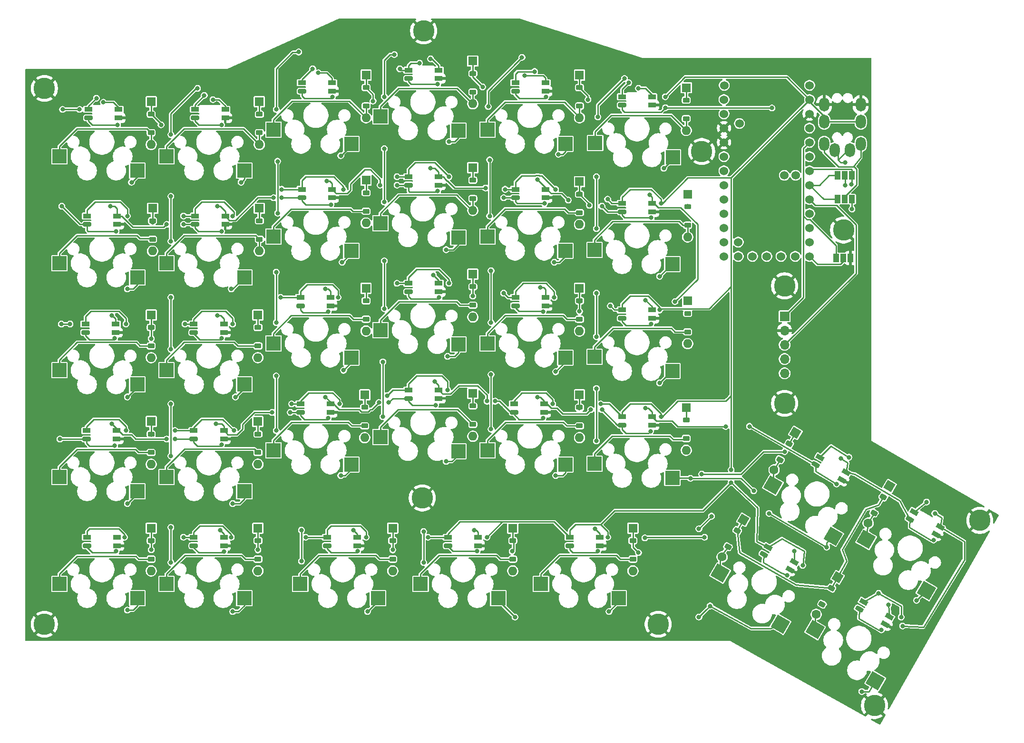
<source format=gbr>
%TF.GenerationSoftware,KiCad,Pcbnew,9.0.0*%
%TF.CreationDate,2025-07-27T21:57:38+02:00*%
%TF.ProjectId,keyboard,6b657962-6f61-4726-942e-6b696361645f,rev?*%
%TF.SameCoordinates,Original*%
%TF.FileFunction,Copper,L1,Top*%
%TF.FilePolarity,Positive*%
%FSLAX46Y46*%
G04 Gerber Fmt 4.6, Leading zero omitted, Abs format (unit mm)*
G04 Created by KiCad (PCBNEW 9.0.0) date 2025-07-27 21:57:38*
%MOMM*%
%LPD*%
G01*
G04 APERTURE LIST*
G04 Aperture macros list*
%AMRoundRect*
0 Rectangle with rounded corners*
0 $1 Rounding radius*
0 $2 $3 $4 $5 $6 $7 $8 $9 X,Y pos of 4 corners*
0 Add a 4 corners polygon primitive as box body*
4,1,4,$2,$3,$4,$5,$6,$7,$8,$9,$2,$3,0*
0 Add four circle primitives for the rounded corners*
1,1,$1+$1,$2,$3*
1,1,$1+$1,$4,$5*
1,1,$1+$1,$6,$7*
1,1,$1+$1,$8,$9*
0 Add four rect primitives between the rounded corners*
20,1,$1+$1,$2,$3,$4,$5,0*
20,1,$1+$1,$4,$5,$6,$7,0*
20,1,$1+$1,$6,$7,$8,$9,0*
20,1,$1+$1,$8,$9,$2,$3,0*%
%AMHorizOval*
0 Thick line with rounded ends*
0 $1 width*
0 $2 $3 position (X,Y) of the first rounded end (center of the circle)*
0 $4 $5 position (X,Y) of the second rounded end (center of the circle)*
0 Add line between two ends*
20,1,$1,$2,$3,$4,$5,0*
0 Add two circle primitives to create the rounded ends*
1,1,$1,$2,$3*
1,1,$1,$4,$5*%
%AMRotRect*
0 Rectangle, with rotation*
0 The origin of the aperture is its center*
0 $1 length*
0 $2 width*
0 $3 Rotation angle, in degrees counterclockwise*
0 Add horizontal line*
21,1,$1,$2,0,0,$3*%
G04 Aperture macros list end*
%TA.AperFunction,ComponentPad*%
%ADD10R,1.600000X1.600000*%
%TD*%
%TA.AperFunction,SMDPad,CuDef*%
%ADD11RoundRect,0.225000X0.375000X-0.225000X0.375000X0.225000X-0.375000X0.225000X-0.375000X-0.225000X0*%
%TD*%
%TA.AperFunction,ComponentPad*%
%ADD12O,1.600000X1.600000*%
%TD*%
%TA.AperFunction,ComponentPad*%
%ADD13RotRect,1.600000X1.600000X240.000000*%
%TD*%
%TA.AperFunction,SMDPad,CuDef*%
%ADD14RoundRect,0.225000X0.212260X-0.382356X0.437260X0.007356X-0.212260X0.382356X-0.437260X-0.007356X0*%
%TD*%
%TA.AperFunction,ComponentPad*%
%ADD15HorizOval,1.600000X0.000000X0.000000X0.000000X0.000000X0*%
%TD*%
%TA.AperFunction,SMDPad,CuDef*%
%ADD16R,1.450000X0.820000*%
%TD*%
%TA.AperFunction,SMDPad,CuDef*%
%ADD17RoundRect,0.205000X-0.520000X-0.205000X0.520000X-0.205000X0.520000X0.205000X-0.520000X0.205000X0*%
%TD*%
%TA.AperFunction,SMDPad,CuDef*%
%ADD18RotRect,1.450000X0.820000X330.000000*%
%TD*%
%TA.AperFunction,SMDPad,CuDef*%
%ADD19RoundRect,0.205000X-0.552833X0.082465X0.347833X-0.437535X0.552833X-0.082465X-0.347833X0.437535X0*%
%TD*%
%TA.AperFunction,SMDPad,CuDef*%
%ADD20RoundRect,0.205000X0.520000X0.205000X-0.520000X0.205000X-0.520000X-0.205000X0.520000X-0.205000X0*%
%TD*%
%TA.AperFunction,ComponentPad*%
%ADD21C,3.800000*%
%TD*%
%TA.AperFunction,ComponentPad*%
%ADD22R,1.700000X1.700000*%
%TD*%
%TA.AperFunction,ComponentPad*%
%ADD23O,1.700000X1.700000*%
%TD*%
%TA.AperFunction,SMDPad,CuDef*%
%ADD24R,1.000000X1.500000*%
%TD*%
%TA.AperFunction,ComponentPad*%
%ADD25O,1.800000X2.500000*%
%TD*%
%TA.AperFunction,SMDPad,CuDef*%
%ADD26R,2.550000X2.500000*%
%TD*%
%TA.AperFunction,SMDPad,CuDef*%
%ADD27RotRect,2.550000X2.500000X330.000000*%
%TD*%
%TA.AperFunction,ComponentPad*%
%ADD28C,1.524000*%
%TD*%
%TA.AperFunction,ViaPad*%
%ADD29C,0.800000*%
%TD*%
%TA.AperFunction,Conductor*%
%ADD30C,0.250000*%
%TD*%
G04 APERTURE END LIST*
D10*
%TO.P,D_6,1,K*%
%TO.N,row1*%
X257750000Y-163630000D03*
D11*
X257750000Y-165850000D03*
%TO.P,D_6,2,A*%
%TO.N,Net-(D_6-A)*%
X257750000Y-169150000D03*
D12*
X257750000Y-171250000D03*
%TD*%
D10*
%TO.P,D_7,1,K*%
%TO.N,row1*%
X238750000Y-165880000D03*
D11*
X238750000Y-168100000D03*
%TO.P,D_7,2,A*%
%TO.N,Net-(D_7-A)*%
X238750000Y-171400000D03*
D12*
X238750000Y-173500000D03*
%TD*%
D10*
%TO.P,D_8,1,K*%
%TO.N,row1*%
X276750000Y-166130000D03*
D11*
X276750000Y-168350000D03*
%TO.P,D_8,2,A*%
%TO.N,Net-(D_8-A)*%
X276750000Y-171650000D03*
D12*
X276750000Y-173750000D03*
%TD*%
D10*
%TO.P,D_10,1,K*%
%TO.N,row1*%
X200750000Y-170880000D03*
D11*
X200750000Y-173100000D03*
%TO.P,D_10,2,A*%
%TO.N,Net-(D_10-A)*%
X200750000Y-176400000D03*
D12*
X200750000Y-178500000D03*
%TD*%
D10*
%TO.P,D_11,1,K*%
%TO.N,row1*%
X219750000Y-170880000D03*
D11*
X219750000Y-173100000D03*
%TO.P,D_11,2,A*%
%TO.N,Net-(D_11-A)*%
X219750000Y-176400000D03*
D12*
X219750000Y-178500000D03*
%TD*%
D10*
%TO.P,D_17,1,K*%
%TO.N,row2*%
X219500000Y-189880000D03*
D11*
X219500000Y-192100000D03*
%TO.P,D_17,2,A*%
%TO.N,Net-(D_17-A)*%
X219500000Y-195400000D03*
D12*
X219500000Y-197500000D03*
%TD*%
D10*
%TO.P,D_0,1,K*%
%TO.N,row0*%
X257750000Y-144630000D03*
D11*
X257750000Y-146850000D03*
%TO.P,D_0,2,A*%
%TO.N,Net-(D_0-A)*%
X257750000Y-150150000D03*
D12*
X257750000Y-152250000D03*
%TD*%
D10*
%TO.P,D_1,1,K*%
%TO.N,row0*%
X238750000Y-147130000D03*
D11*
X238750000Y-149350000D03*
%TO.P,D_1,2,A*%
%TO.N,Net-(D_1-A)*%
X238750000Y-152650000D03*
D12*
X238750000Y-154750000D03*
%TD*%
D10*
%TO.P,D_2,1,K*%
%TO.N,row0*%
X276750000Y-147130000D03*
D11*
X276750000Y-149350000D03*
%TO.P,D_2,2,A*%
%TO.N,Net-(D_2-A)*%
X276750000Y-152650000D03*
D12*
X276750000Y-154750000D03*
%TD*%
D10*
%TO.P,D_3,1,K*%
%TO.N,row0*%
X295750000Y-149380000D03*
D11*
X295750000Y-151600000D03*
%TO.P,D_3,2,A*%
%TO.N,Net-(D_3-A)*%
X295750000Y-154900000D03*
D12*
X295750000Y-157000000D03*
%TD*%
D10*
%TO.P,D_4,1,K*%
%TO.N,row0*%
X200500000Y-151880000D03*
D11*
X200500000Y-154100000D03*
%TO.P,D_4,2,A*%
%TO.N,Net-(D_4-A)*%
X200500000Y-157400000D03*
D12*
X200500000Y-159500000D03*
%TD*%
D10*
%TO.P,D_5,1,K*%
%TO.N,row0*%
X219750000Y-151880000D03*
D11*
X219750000Y-154100000D03*
%TO.P,D_5,2,A*%
%TO.N,Net-(D_5-A)*%
X219750000Y-157400000D03*
D12*
X219750000Y-159500000D03*
%TD*%
D10*
%TO.P,D_9,1,K*%
%TO.N,row1*%
X296000000Y-168380000D03*
D11*
X296000000Y-170600000D03*
%TO.P,D_9,2,A*%
%TO.N,Net-(D_9-A)*%
X296000000Y-173900000D03*
D12*
X296000000Y-176000000D03*
%TD*%
D10*
%TO.P,D_12,1,K*%
%TO.N,row2*%
X257750000Y-182630000D03*
D11*
X257750000Y-184850000D03*
%TO.P,D_12,2,A*%
%TO.N,Net-(D_12-A)*%
X257750000Y-188150000D03*
D12*
X257750000Y-190250000D03*
%TD*%
D10*
%TO.P,D_13,1,K*%
%TO.N,row2*%
X238750000Y-185130000D03*
D11*
X238750000Y-187350000D03*
%TO.P,D_13,2,A*%
%TO.N,Net-(D_13-A)*%
X238750000Y-190650000D03*
D12*
X238750000Y-192750000D03*
%TD*%
D10*
%TO.P,D_15,1,K*%
%TO.N,row2*%
X296000000Y-187380000D03*
D11*
X296000000Y-189600000D03*
%TO.P,D_15,2,A*%
%TO.N,Net-(D_15-A)*%
X296000000Y-192900000D03*
D12*
X296000000Y-195000000D03*
%TD*%
D10*
%TO.P,D_16,1,K*%
%TO.N,row2*%
X200500000Y-189880000D03*
D11*
X200500000Y-192100000D03*
%TO.P,D_16,2,A*%
%TO.N,Net-(D_16-A)*%
X200500000Y-195400000D03*
D12*
X200500000Y-197500000D03*
%TD*%
D10*
%TO.P,D_18,1,K*%
%TO.N,row3*%
X257750000Y-203880000D03*
D11*
X257750000Y-206100000D03*
%TO.P,D_18,2,A*%
%TO.N,Net-(D_18-A)*%
X257750000Y-209400000D03*
D12*
X257750000Y-211500000D03*
%TD*%
D10*
%TO.P,D_19,1,K*%
%TO.N,row3*%
X238500000Y-204130000D03*
D11*
X238500000Y-206350000D03*
%TO.P,D_19,2,A*%
%TO.N,Net-(D_19-A)*%
X238500000Y-209650000D03*
D12*
X238500000Y-211750000D03*
%TD*%
D10*
%TO.P,D_20,1,K*%
%TO.N,row3*%
X276750000Y-204130000D03*
D11*
X276750000Y-206350000D03*
%TO.P,D_20,2,A*%
%TO.N,Net-(D_20-A)*%
X276750000Y-209650000D03*
D12*
X276750000Y-211750000D03*
%TD*%
D10*
%TO.P,D_21,1,K*%
%TO.N,row3*%
X295750000Y-206380000D03*
D11*
X295750000Y-208600000D03*
%TO.P,D_21,2,A*%
%TO.N,Net-(D_21-A)*%
X295750000Y-211900000D03*
D12*
X295750000Y-214000000D03*
%TD*%
D10*
%TO.P,D_22,1,K*%
%TO.N,row3*%
X200500000Y-208880000D03*
D11*
X200500000Y-211100000D03*
%TO.P,D_22,2,A*%
%TO.N,Net-(D_22-A)*%
X200500000Y-214400000D03*
D12*
X200500000Y-216500000D03*
%TD*%
D10*
%TO.P,D_23,1,K*%
%TO.N,row3*%
X219500000Y-208880000D03*
D11*
X219500000Y-211100000D03*
%TO.P,D_23,2,A*%
%TO.N,Net-(D_23-A)*%
X219500000Y-214400000D03*
D12*
X219500000Y-216500000D03*
%TD*%
D10*
%TO.P,D_24,1,K*%
%TO.N,row4*%
X200500000Y-227880000D03*
D11*
X200500000Y-230100000D03*
%TO.P,D_24,2,A*%
%TO.N,Net-(D_24-A)*%
X200500000Y-233400000D03*
D12*
X200500000Y-235500000D03*
%TD*%
D10*
%TO.P,D_25,1,K*%
%TO.N,row4*%
X219500000Y-227880000D03*
D11*
X219500000Y-230100000D03*
%TO.P,D_25,2,A*%
%TO.N,Net-(D_25-A)*%
X219500000Y-233400000D03*
D12*
X219500000Y-235500000D03*
%TD*%
D10*
%TO.P,D_26,1,K*%
%TO.N,row4*%
X243500000Y-227880000D03*
D11*
X243500000Y-230100000D03*
%TO.P,D_26,2,A*%
%TO.N,Net-(D_26-A)*%
X243500000Y-233400000D03*
D12*
X243500000Y-235500000D03*
%TD*%
D10*
%TO.P,D_27,1,K*%
%TO.N,row4*%
X264862500Y-227880000D03*
D11*
X264862500Y-230100000D03*
%TO.P,D_27,2,A*%
%TO.N,Net-(D_27-A)*%
X264862500Y-233400000D03*
D12*
X264862500Y-235500000D03*
%TD*%
D10*
%TO.P,D_28,1,K*%
%TO.N,row4*%
X286250000Y-227880000D03*
D11*
X286250000Y-230100000D03*
%TO.P,D_28,2,A*%
%TO.N,Net-(D_28-A)*%
X286250000Y-233400000D03*
D12*
X286250000Y-235500000D03*
%TD*%
D13*
%TO.P,D_29,1,K*%
%TO.N,row4*%
X315185000Y-210898482D03*
D14*
X314075000Y-212821058D03*
%TO.P,D_29,2,A*%
%TO.N,Net-(D_29-A)*%
X312425000Y-215678942D03*
D15*
X311375000Y-217497595D03*
%TD*%
D13*
%TO.P,D_30,1,K*%
%TO.N,row5*%
X331935000Y-220398482D03*
D14*
X330825000Y-222321058D03*
%TO.P,D_30,2,A*%
%TO.N,Net-(D_30-A)*%
X329175000Y-225178942D03*
D15*
X328125000Y-226997595D03*
%TD*%
D13*
%TO.P,D_31,1,K*%
%TO.N,row5*%
X305935000Y-226398482D03*
D14*
X304825000Y-228321058D03*
%TO.P,D_31,2,A*%
%TO.N,Net-(D_31-A)*%
X303175000Y-231178942D03*
D15*
X302125000Y-232997595D03*
%TD*%
D10*
%TO.P,D_14,1,K*%
%TO.N,row2*%
X276750000Y-185130000D03*
D11*
X276750000Y-187350000D03*
%TO.P,D_14,2,A*%
%TO.N,Net-(D_14-A)*%
X276750000Y-190650000D03*
D12*
X276750000Y-192750000D03*
%TD*%
D13*
%TO.P,D_32,1,K*%
%TO.N,row5*%
X322685000Y-236648482D03*
D14*
X321575000Y-238571058D03*
%TO.P,D_32,2,A*%
%TO.N,Net-(D_32-A)*%
X319925000Y-241428942D03*
D15*
X318875000Y-243247595D03*
%TD*%
D16*
%TO.P,D22,1,DOUT*%
%TO.N,Net-(D22-DOUT)*%
X251675000Y-203250000D03*
%TO.P,D22,2,VSS*%
%TO.N,GND*%
X251675000Y-204750000D03*
D17*
%TO.P,D22,3,DIN*%
%TO.N,Net-(D21-DOUT)*%
X246325000Y-204750000D03*
D16*
%TO.P,D22,4,VDD*%
%TO.N,LED_POWER*%
X246325000Y-203250000D03*
%TD*%
%TO.P,D23,1,DOUT*%
%TO.N,Net-(D23-DOUT)*%
X270425000Y-205750000D03*
%TO.P,D23,2,VSS*%
%TO.N,GND*%
X270425000Y-207250000D03*
D17*
%TO.P,D23,3,DIN*%
%TO.N,Net-(D22-DOUT)*%
X265075000Y-207250000D03*
D16*
%TO.P,D23,4,VDD*%
%TO.N,LED_POWER*%
X265075000Y-205750000D03*
%TD*%
D18*
%TO.P,D25,1,DOUT*%
%TO.N,Net-(D25-DOUT)*%
X324191618Y-217937981D03*
%TO.P,D25,2,VSS*%
%TO.N,GND*%
X323441618Y-219237019D03*
D19*
%TO.P,D25,3,DIN*%
%TO.N,Net-(D24-DOUT)*%
X318808382Y-216562019D03*
D18*
%TO.P,D25,4,VDD*%
%TO.N,LED_POWER*%
X319558382Y-215262981D03*
%TD*%
D16*
%TO.P,D2,1,DOUT*%
%TO.N,Net-(D2-DOUT)*%
X270675000Y-148500000D03*
%TO.P,D2,2,VSS*%
%TO.N,GND*%
X270675000Y-150000000D03*
D17*
%TO.P,D2,3,DIN*%
%TO.N,Net-(D1-DOUT)*%
X265325000Y-150000000D03*
D16*
%TO.P,D2,4,VDD*%
%TO.N,LED_POWER*%
X265325000Y-148500000D03*
%TD*%
D18*
%TO.P,D27,1,DOUT*%
%TO.N,Net-(D27-DOUT)*%
X331941618Y-243687981D03*
%TO.P,D27,2,VSS*%
%TO.N,GND*%
X331191618Y-244987019D03*
D19*
%TO.P,D27,3,DIN*%
%TO.N,Net-(D26-DOUT)*%
X326558382Y-242312019D03*
D18*
%TO.P,D27,4,VDD*%
%TO.N,LED_POWER*%
X327308382Y-241012981D03*
%TD*%
D16*
%TO.P,D33,1,DOUT*%
%TO.N,unconnected-(D33-DOUT-Pad1)_1*%
X194425000Y-229500000D03*
%TO.P,D33,2,VSS*%
%TO.N,GND*%
X194425000Y-231000000D03*
D17*
%TO.P,D33,3,DIN*%
%TO.N,Net-(D32-DOUT)*%
X189075000Y-231000000D03*
D16*
%TO.P,D33,4,VDD*%
%TO.N,LED_POWER*%
X189075000Y-229500000D03*
%TD*%
D18*
%TO.P,D28,1,DOUT*%
%TO.N,Net-(D28-DOUT)*%
X314941618Y-233937981D03*
%TO.P,D28,2,VSS*%
%TO.N,GND*%
X314191618Y-235237019D03*
D19*
%TO.P,D28,3,DIN*%
%TO.N,Net-(D27-DOUT)*%
X309558382Y-232562019D03*
D18*
%TO.P,D28,4,VDD*%
%TO.N,LED_POWER*%
X310308382Y-231262981D03*
%TD*%
D16*
%TO.P,D32,1,DOUT*%
%TO.N,Net-(D32-DOUT)*%
X213425000Y-229500000D03*
%TO.P,D32,2,VSS*%
%TO.N,GND*%
X213425000Y-231000000D03*
D17*
%TO.P,D32,3,DIN*%
%TO.N,Net-(D31-DOUT)*%
X208075000Y-231000000D03*
D16*
%TO.P,D32,4,VDD*%
%TO.N,LED_POWER*%
X208075000Y-229500000D03*
%TD*%
%TO.P,D31,1,DOUT*%
%TO.N,Net-(D31-DOUT)*%
X237175000Y-229500000D03*
%TO.P,D31,2,VSS*%
%TO.N,GND*%
X237175000Y-231000000D03*
D17*
%TO.P,D31,3,DIN*%
%TO.N,Net-(D30-DOUT)*%
X231825000Y-231000000D03*
D16*
%TO.P,D31,4,VDD*%
%TO.N,LED_POWER*%
X231825000Y-229500000D03*
%TD*%
%TO.P,D3,1,DOUT*%
%TO.N,Net-(D3-DOUT)*%
X251675000Y-146250000D03*
%TO.P,D3,2,VSS*%
%TO.N,GND*%
X251675000Y-147750000D03*
D17*
%TO.P,D3,3,DIN*%
%TO.N,Net-(D2-DOUT)*%
X246325000Y-147750000D03*
D16*
%TO.P,D3,4,VDD*%
%TO.N,LED_POWER*%
X246325000Y-146250000D03*
%TD*%
%TO.P,D12,1,DOUT*%
%TO.N,Net-(D12-DOUT)*%
X289675000Y-170000000D03*
%TO.P,D12,2,VSS*%
%TO.N,GND*%
X289675000Y-171500000D03*
D17*
%TO.P,D12,3,DIN*%
%TO.N,Net-(D11-DOUT)*%
X284325000Y-171500000D03*
D16*
%TO.P,D12,4,VDD*%
%TO.N,LED_POWER*%
X284325000Y-170000000D03*
%TD*%
%TO.P,D15,1,DOUT*%
%TO.N,Net-(D15-DOUT)*%
X251675000Y-184250000D03*
%TO.P,D15,2,VSS*%
%TO.N,GND*%
X251675000Y-185750000D03*
D17*
%TO.P,D15,3,DIN*%
%TO.N,Net-(D14-DOUT)*%
X246325000Y-185750000D03*
D16*
%TO.P,D15,4,VDD*%
%TO.N,LED_POWER*%
X246325000Y-184250000D03*
%TD*%
%TO.P,D1,1,DOUT*%
%TO.N,Net-(D1-DOUT)*%
X289675000Y-151000000D03*
%TO.P,D1,2,VSS*%
%TO.N,GND*%
X289675000Y-152500000D03*
D20*
%TO.P,D1,3,DIN*%
%TO.N,LED*%
X284325000Y-152500000D03*
D16*
%TO.P,D1,4,VDD*%
%TO.N,LED_POWER*%
X284325000Y-151000000D03*
%TD*%
%TO.P,D16,1,DOUT*%
%TO.N,Net-(D16-DOUT)*%
X232425000Y-186750000D03*
%TO.P,D16,2,VSS*%
%TO.N,GND*%
X232425000Y-188250000D03*
D17*
%TO.P,D16,3,DIN*%
%TO.N,Net-(D15-DOUT)*%
X227075000Y-188250000D03*
D16*
%TO.P,D16,4,VDD*%
%TO.N,LED_POWER*%
X227075000Y-186750000D03*
%TD*%
%TO.P,D18,1,DOUT*%
%TO.N,Net-(D18-DOUT)*%
X194175000Y-191500000D03*
%TO.P,D18,2,VSS*%
%TO.N,GND*%
X194175000Y-193000000D03*
D17*
%TO.P,D18,3,DIN*%
%TO.N,Net-(D17-DOUT)*%
X188825000Y-193000000D03*
D16*
%TO.P,D18,4,VDD*%
%TO.N,LED_POWER*%
X188825000Y-191500000D03*
%TD*%
%TO.P,D29,1,DOUT*%
%TO.N,Net-(D29-DOUT)*%
X280350000Y-229500000D03*
%TO.P,D29,2,VSS*%
%TO.N,GND*%
X280350000Y-231000000D03*
D17*
%TO.P,D29,3,DIN*%
%TO.N,Net-(D28-DOUT)*%
X275000000Y-231000000D03*
D16*
%TO.P,D29,4,VDD*%
%TO.N,LED_POWER*%
X275000000Y-229500000D03*
%TD*%
%TO.P,D13,1,DOUT*%
%TO.N,Net-(D13-DOUT)*%
X289675000Y-189000000D03*
%TO.P,D13,2,VSS*%
%TO.N,GND*%
X289675000Y-190500000D03*
D17*
%TO.P,D13,3,DIN*%
%TO.N,Net-(D12-DOUT)*%
X284325000Y-190500000D03*
D16*
%TO.P,D13,4,VDD*%
%TO.N,LED_POWER*%
X284325000Y-189000000D03*
%TD*%
%TO.P,D6,1,DOUT*%
%TO.N,Net-(D6-DOUT)*%
X194675000Y-153250000D03*
%TO.P,D6,2,VSS*%
%TO.N,GND*%
X194675000Y-154750000D03*
D17*
%TO.P,D6,3,DIN*%
%TO.N,Net-(D5-DOUT)*%
X189325000Y-154750000D03*
D16*
%TO.P,D6,4,VDD*%
%TO.N,LED_POWER*%
X189325000Y-153250000D03*
%TD*%
%TO.P,D21,1,DOUT*%
%TO.N,Net-(D21-DOUT)*%
X232425000Y-205750000D03*
%TO.P,D21,2,VSS*%
%TO.N,GND*%
X232425000Y-207250000D03*
D17*
%TO.P,D21,3,DIN*%
%TO.N,Net-(D20-DOUT)*%
X227075000Y-207250000D03*
D16*
%TO.P,D21,4,VDD*%
%TO.N,LED_POWER*%
X227075000Y-205750000D03*
%TD*%
%TO.P,D4,1,DOUT*%
%TO.N,Net-(D4-DOUT)*%
X232675000Y-148500000D03*
%TO.P,D4,2,VSS*%
%TO.N,GND*%
X232675000Y-150000000D03*
D17*
%TO.P,D4,3,DIN*%
%TO.N,Net-(D3-DOUT)*%
X227325000Y-150000000D03*
D16*
%TO.P,D4,4,VDD*%
%TO.N,LED_POWER*%
X227325000Y-148500000D03*
%TD*%
D18*
%TO.P,D26,1,DOUT*%
%TO.N,Net-(D26-DOUT)*%
X340941618Y-227687981D03*
%TO.P,D26,2,VSS*%
%TO.N,GND*%
X340191618Y-228987019D03*
D19*
%TO.P,D26,3,DIN*%
%TO.N,Net-(D25-DOUT)*%
X335558382Y-226312019D03*
D18*
%TO.P,D26,4,VDD*%
%TO.N,LED_POWER*%
X336308382Y-225012981D03*
%TD*%
D16*
%TO.P,D20,1,DOUT*%
%TO.N,Net-(D20-DOUT)*%
X213425000Y-210500000D03*
%TO.P,D20,2,VSS*%
%TO.N,GND*%
X213425000Y-212000000D03*
D17*
%TO.P,D20,3,DIN*%
%TO.N,Net-(D19-DOUT)*%
X208075000Y-212000000D03*
D16*
%TO.P,D20,4,VDD*%
%TO.N,LED_POWER*%
X208075000Y-210500000D03*
%TD*%
%TO.P,D17,1,DOUT*%
%TO.N,Net-(D17-DOUT)*%
X213425000Y-191500000D03*
%TO.P,D17,2,VSS*%
%TO.N,GND*%
X213425000Y-193000000D03*
D17*
%TO.P,D17,3,DIN*%
%TO.N,Net-(D16-DOUT)*%
X208075000Y-193000000D03*
D16*
%TO.P,D17,4,VDD*%
%TO.N,LED_POWER*%
X208075000Y-191500000D03*
%TD*%
%TO.P,D5,1,DOUT*%
%TO.N,Net-(D5-DOUT)*%
X213675000Y-153250000D03*
%TO.P,D5,2,VSS*%
%TO.N,GND*%
X213675000Y-154750000D03*
D17*
%TO.P,D5,3,DIN*%
%TO.N,Net-(D4-DOUT)*%
X208325000Y-154750000D03*
D16*
%TO.P,D5,4,VDD*%
%TO.N,LED_POWER*%
X208325000Y-153250000D03*
%TD*%
%TO.P,D11,1,DOUT*%
%TO.N,Net-(D11-DOUT)*%
X270675000Y-167500000D03*
%TO.P,D11,2,VSS*%
%TO.N,GND*%
X270675000Y-169000000D03*
D17*
%TO.P,D11,3,DIN*%
%TO.N,Net-(D10-DOUT)*%
X265325000Y-169000000D03*
D16*
%TO.P,D11,4,VDD*%
%TO.N,LED_POWER*%
X265325000Y-167500000D03*
%TD*%
%TO.P,D30,1,DOUT*%
%TO.N,Net-(D30-DOUT)*%
X258675000Y-229500000D03*
%TO.P,D30,2,VSS*%
%TO.N,GND*%
X258675000Y-231000000D03*
D17*
%TO.P,D30,3,DIN*%
%TO.N,Net-(D29-DOUT)*%
X253325000Y-231000000D03*
D16*
%TO.P,D30,4,VDD*%
%TO.N,LED_POWER*%
X253325000Y-229500000D03*
%TD*%
%TO.P,D8,1,DOUT*%
%TO.N,Net-(D8-DOUT)*%
X213675000Y-172250000D03*
%TO.P,D8,2,VSS*%
%TO.N,GND*%
X213675000Y-173750000D03*
D17*
%TO.P,D8,3,DIN*%
%TO.N,Net-(D7-DOUT)*%
X208325000Y-173750000D03*
D16*
%TO.P,D8,4,VDD*%
%TO.N,LED_POWER*%
X208325000Y-172250000D03*
%TD*%
%TO.P,D7,1,DOUT*%
%TO.N,Net-(D7-DOUT)*%
X194425000Y-172250000D03*
%TO.P,D7,2,VSS*%
%TO.N,GND*%
X194425000Y-173750000D03*
D17*
%TO.P,D7,3,DIN*%
%TO.N,Net-(D6-DOUT)*%
X189075000Y-173750000D03*
D16*
%TO.P,D7,4,VDD*%
%TO.N,LED_POWER*%
X189075000Y-172250000D03*
%TD*%
%TO.P,D10,1,DOUT*%
%TO.N,Net-(D10-DOUT)*%
X251675000Y-165250000D03*
%TO.P,D10,2,VSS*%
%TO.N,GND*%
X251675000Y-166750000D03*
D17*
%TO.P,D10,3,DIN*%
%TO.N,Net-(D10-DIN)*%
X246325000Y-166750000D03*
D16*
%TO.P,D10,4,VDD*%
%TO.N,LED_POWER*%
X246325000Y-165250000D03*
%TD*%
%TO.P,D14,1,DOUT*%
%TO.N,Net-(D14-DOUT)*%
X270675000Y-186750000D03*
%TO.P,D14,2,VSS*%
%TO.N,GND*%
X270675000Y-188250000D03*
D17*
%TO.P,D14,3,DIN*%
%TO.N,Net-(D13-DOUT)*%
X265325000Y-188250000D03*
D16*
%TO.P,D14,4,VDD*%
%TO.N,LED_POWER*%
X265325000Y-186750000D03*
%TD*%
%TO.P,D9,1,DOUT*%
%TO.N,Net-(D10-DIN)*%
X232675000Y-167500000D03*
%TO.P,D9,2,VSS*%
%TO.N,GND*%
X232675000Y-169000000D03*
D17*
%TO.P,D9,3,DIN*%
%TO.N,Net-(D8-DOUT)*%
X227325000Y-169000000D03*
D16*
%TO.P,D9,4,VDD*%
%TO.N,LED_POWER*%
X227325000Y-167500000D03*
%TD*%
%TO.P,D24,1,DOUT*%
%TO.N,Net-(D24-DOUT)*%
X289675000Y-208000000D03*
%TO.P,D24,2,VSS*%
%TO.N,GND*%
X289675000Y-209500000D03*
D17*
%TO.P,D24,3,DIN*%
%TO.N,Net-(D23-DOUT)*%
X284325000Y-209500000D03*
D16*
%TO.P,D24,4,VDD*%
%TO.N,LED_POWER*%
X284325000Y-208000000D03*
%TD*%
%TO.P,D19,1,DOUT*%
%TO.N,Net-(D19-DOUT)*%
X194350000Y-210500000D03*
%TO.P,D19,2,VSS*%
%TO.N,GND*%
X194350000Y-212000000D03*
D17*
%TO.P,D19,3,DIN*%
%TO.N,Net-(D18-DOUT)*%
X189000000Y-212000000D03*
D16*
%TO.P,D19,4,VDD*%
%TO.N,LED_POWER*%
X189000000Y-210500000D03*
%TD*%
D21*
%TO.P,H11,1,1*%
%TO.N,GND*%
X290750000Y-245000000D03*
%TD*%
D22*
%TO.P,J2,1,Pin_1*%
%TO.N,3V3*%
X313250000Y-190130000D03*
D23*
%TO.P,J2,2,Pin_2*%
%TO.N,GND*%
X313250000Y-192670000D03*
%TO.P,J2,3,Pin_3*%
%TO.N,IO1*%
X313250000Y-195210000D03*
%TO.P,J2,4,Pin_4*%
%TO.N,IO2*%
X313250000Y-197750000D03*
%TO.P,J2,5,Pin_5*%
%TO.N,IO3*%
X313250000Y-200290000D03*
%TD*%
D24*
%TO.P,JP4,1,A*%
%TO.N,3V3*%
X322400000Y-179750000D03*
%TO.P,JP4,2,C*%
%TO.N,SIDE*%
X323700000Y-179750000D03*
%TO.P,JP4,3,B*%
%TO.N,GND*%
X325000000Y-179750000D03*
%TD*%
D21*
%TO.P,H10,1,1*%
%TO.N,GND*%
X313250000Y-205650000D03*
%TD*%
%TO.P,H9,1,1*%
%TO.N,GND*%
X313250000Y-184700000D03*
%TD*%
%TO.P,H8,1,1*%
%TO.N,GND*%
X298500000Y-160750000D03*
%TD*%
%TO.P,H7,1,1*%
%TO.N,GND*%
X329250000Y-259500000D03*
%TD*%
%TO.P,H6,1,1*%
%TO.N,GND*%
X181500000Y-149500000D03*
%TD*%
%TO.P,H5,1,1*%
%TO.N,GND*%
X348000000Y-226500000D03*
%TD*%
%TO.P,H4,1,1*%
%TO.N,GND*%
X181500000Y-245000000D03*
%TD*%
%TO.P,H3,1,1*%
%TO.N,GND*%
X248750000Y-222500000D03*
%TD*%
%TO.P,H2,1,1*%
%TO.N,GND*%
X323750000Y-174750000D03*
%TD*%
%TO.P,H1,1,1*%
%TO.N,GND*%
X249000000Y-139250000D03*
%TD*%
D25*
%TO.P,J1,R2*%
%TO.N,LED_POWER*%
X326800000Y-155412500D03*
%TO.P,J1,R1*%
%TO.N,Net-(JP3-C)*%
X320300000Y-159412500D03*
X326800000Y-159412500D03*
%TO.P,J1,R2*%
%TO.N,LED_POWER*%
X320300000Y-155412500D03*
%TO.P,J1,S*%
%TO.N,GND*%
X320300000Y-152412500D03*
X326800000Y-152412500D03*
%TO.P,J1,T*%
%TO.N,Net-(JP2-C)*%
X322200000Y-160512500D03*
X324900000Y-160512500D03*
%TD*%
D26*
%TO.P,K_0,1,COL*%
%TO.N,col3*%
X255165000Y-157017500D03*
%TO.P,K_0,2,ROW*%
%TO.N,Net-(D_0-A)*%
X241315000Y-154477500D03*
%TD*%
%TO.P,K_1,1,COL*%
%TO.N,col2*%
X236115000Y-159398750D03*
%TO.P,K_1,2,ROW*%
%TO.N,Net-(D_1-A)*%
X222265000Y-156858750D03*
%TD*%
%TO.P,K_2,1,COL*%
%TO.N,col4*%
X274215000Y-159398750D03*
%TO.P,K_2,2,ROW*%
%TO.N,Net-(D_2-A)*%
X260365000Y-156858750D03*
%TD*%
%TO.P,K_3,1,COL*%
%TO.N,col5*%
X293375000Y-161780000D03*
%TO.P,K_3,2,ROW*%
%TO.N,Net-(D_3-A)*%
X279525000Y-159240000D03*
%TD*%
%TO.P,K_4,1,COL*%
%TO.N,col0*%
X198015000Y-164161250D03*
%TO.P,K_4,2,ROW*%
%TO.N,Net-(D_4-A)*%
X184165000Y-161621250D03*
%TD*%
%TO.P,K_5,1,COL*%
%TO.N,col1*%
X217065000Y-164161250D03*
%TO.P,K_5,2,ROW*%
%TO.N,Net-(D_5-A)*%
X203215000Y-161621250D03*
%TD*%
%TO.P,K_6,1,COL*%
%TO.N,col3*%
X255165000Y-176067500D03*
%TO.P,K_6,2,ROW*%
%TO.N,Net-(D_6-A)*%
X241315000Y-173527500D03*
%TD*%
%TO.P,K_7,1,COL*%
%TO.N,col2*%
X236115000Y-178448750D03*
%TO.P,K_7,2,ROW*%
%TO.N,Net-(D_7-A)*%
X222265000Y-175908750D03*
%TD*%
%TO.P,K_8,1,COL*%
%TO.N,col4*%
X274215000Y-178448750D03*
%TO.P,K_8,2,ROW*%
%TO.N,Net-(D_8-A)*%
X260365000Y-175908750D03*
%TD*%
%TO.P,K_9,2,ROW*%
%TO.N,Net-(D_9-A)*%
X279415000Y-178290000D03*
%TO.P,K_9,1,COL*%
%TO.N,col5*%
X293265000Y-180830000D03*
%TD*%
%TO.P,K_10,2,ROW*%
%TO.N,Net-(D_10-A)*%
X184165000Y-180671250D03*
%TO.P,K_10,1,COL*%
%TO.N,col0*%
X198015000Y-183211250D03*
%TD*%
%TO.P,K_11,1,COL*%
%TO.N,col1*%
X217065000Y-183211250D03*
%TO.P,K_11,2,ROW*%
%TO.N,Net-(D_11-A)*%
X203215000Y-180671250D03*
%TD*%
%TO.P,K_12,1,COL*%
%TO.N,col3*%
X255165000Y-195117500D03*
%TO.P,K_12,2,ROW*%
%TO.N,Net-(D_12-A)*%
X241315000Y-192577500D03*
%TD*%
%TO.P,K_13,1,COL*%
%TO.N,col2*%
X236115000Y-197498750D03*
%TO.P,K_13,2,ROW*%
%TO.N,Net-(D_13-A)*%
X222265000Y-194958750D03*
%TD*%
%TO.P,K_14,1,COL*%
%TO.N,col4*%
X274215000Y-197498750D03*
%TO.P,K_14,2,ROW*%
%TO.N,Net-(D_14-A)*%
X260365000Y-194958750D03*
%TD*%
%TO.P,K_15,2,ROW*%
%TO.N,Net-(D_15-A)*%
X279415000Y-197340000D03*
%TO.P,K_15,1,COL*%
%TO.N,col5*%
X293265000Y-199880000D03*
%TD*%
%TO.P,K_16,1,COL*%
%TO.N,col0*%
X198015000Y-202261250D03*
%TO.P,K_16,2,ROW*%
%TO.N,Net-(D_16-A)*%
X184165000Y-199721250D03*
%TD*%
%TO.P,K_17,1,COL*%
%TO.N,col1*%
X217065000Y-202261250D03*
%TO.P,K_17,2,ROW*%
%TO.N,Net-(D_17-A)*%
X203215000Y-199721250D03*
%TD*%
%TO.P,K_18,1,COL*%
%TO.N,col3*%
X255165000Y-214167500D03*
%TO.P,K_18,2,ROW*%
%TO.N,Net-(D_18-A)*%
X241315000Y-211627500D03*
%TD*%
%TO.P,K_19,1,COL*%
%TO.N,col2*%
X236115000Y-216548750D03*
%TO.P,K_19,2,ROW*%
%TO.N,Net-(D_19-A)*%
X222265000Y-214008750D03*
%TD*%
%TO.P,K_20,1,COL*%
%TO.N,col4*%
X274215000Y-216548750D03*
%TO.P,K_20,2,ROW*%
%TO.N,Net-(D_20-A)*%
X260365000Y-214008750D03*
%TD*%
%TO.P,K_21,1,COL*%
%TO.N,col5*%
X293265000Y-218930000D03*
%TO.P,K_21,2,ROW*%
%TO.N,Net-(D_21-A)*%
X279415000Y-216390000D03*
%TD*%
%TO.P,K_22,1,COL*%
%TO.N,col0*%
X198015000Y-221311250D03*
%TO.P,K_22,2,ROW*%
%TO.N,Net-(D_22-A)*%
X184165000Y-218771250D03*
%TD*%
%TO.P,K_23,1,COL*%
%TO.N,col1*%
X217065000Y-221311250D03*
%TO.P,K_23,2,ROW*%
%TO.N,Net-(D_23-A)*%
X203215000Y-218771250D03*
%TD*%
%TO.P,K_24,1,COL*%
%TO.N,col0*%
X198015000Y-240361250D03*
%TO.P,K_24,2,ROW*%
%TO.N,Net-(D_24-A)*%
X184165000Y-237821250D03*
%TD*%
%TO.P,K_25,1,COL*%
%TO.N,col1*%
X217065000Y-240361250D03*
%TO.P,K_25,2,ROW*%
%TO.N,Net-(D_25-A)*%
X203215000Y-237821250D03*
%TD*%
%TO.P,K_26,1,COL*%
%TO.N,col2*%
X240877500Y-240361250D03*
%TO.P,K_26,2,ROW*%
%TO.N,Net-(D_26-A)*%
X227027500Y-237821250D03*
%TD*%
%TO.P,K_27,1,COL*%
%TO.N,col3*%
X262290000Y-240361250D03*
%TO.P,K_27,2,ROW*%
%TO.N,Net-(D_27-A)*%
X248440000Y-237821250D03*
%TD*%
%TO.P,K_28,1,COL*%
%TO.N,col4*%
X283740000Y-240361250D03*
%TO.P,K_28,2,ROW*%
%TO.N,Net-(D_28-A)*%
X269890000Y-237821250D03*
%TD*%
D27*
%TO.P,K_29,1,COL*%
%TO.N,col5*%
X321907300Y-229326808D03*
%TO.P,K_29,2,ROW*%
%TO.N,Net-(D_29-A)*%
X311182848Y-220202104D03*
%TD*%
%TO.P,K_30,1,COL*%
%TO.N,col5*%
X338507891Y-239004409D03*
%TO.P,K_30,2,ROW*%
%TO.N,Net-(D_30-A)*%
X327783439Y-229879705D03*
%TD*%
%TO.P,K_31,1,COL*%
%TO.N,col3*%
X312507891Y-245004409D03*
%TO.P,K_31,2,ROW*%
%TO.N,Net-(D_31-A)*%
X301783439Y-235879705D03*
%TD*%
%TO.P,K_32,1,COL*%
%TO.N,col4*%
X329393584Y-255084409D03*
%TO.P,K_32,2,ROW*%
%TO.N,Net-(D_32-A)*%
X318669132Y-245959705D03*
%TD*%
D24*
%TO.P,JP3,3,B*%
%TO.N,RX*%
X325250000Y-169250000D03*
%TO.P,JP3,2,C*%
%TO.N,Net-(JP3-C)*%
X323950000Y-169250000D03*
%TO.P,JP3,1,A*%
%TO.N,TX*%
X322650000Y-169250000D03*
%TD*%
%TO.P,JP2,3,B*%
%TO.N,RX*%
X325250000Y-165000000D03*
%TO.P,JP2,2,C*%
%TO.N,Net-(JP2-C)*%
X323950000Y-165000000D03*
%TO.P,JP2,1,A*%
%TO.N,TX*%
X322650000Y-165000000D03*
%TD*%
D28*
%TO.P,U1,0,GP0*%
%TO.N,unconnected-(U1-GP0-Pad0)*%
X302460000Y-151500000D03*
%TO.P,U1,1,GP1*%
%TO.N,row0*%
X302460000Y-154040000D03*
%TO.P,U1,2,GP2*%
%TO.N,row1*%
X302460000Y-161660000D03*
%TO.P,U1,3,GP3*%
%TO.N,row2*%
X302460000Y-164200000D03*
%TO.P,U1,3V3,3V3*%
%TO.N,3V3*%
X317700000Y-159120000D03*
%TO.P,U1,4,GP4*%
%TO.N,row3*%
X302460000Y-166740000D03*
%TO.P,U1,5,GP5*%
%TO.N,row4*%
X302460000Y-169280000D03*
%TO.P,U1,5V,5V*%
%TO.N,LED_POWER*%
X317700000Y-151500000D03*
%TO.P,U1,6,GP6*%
%TO.N,row5*%
X302460000Y-171820000D03*
%TO.P,U1,7,GP7*%
%TO.N,col5*%
X302460000Y-174360000D03*
%TO.P,U1,8,GP8*%
%TO.N,col4*%
X302460000Y-176900000D03*
%TO.P,U1,9,GP9*%
%TO.N,col3*%
X302460000Y-179440000D03*
%TO.P,U1,10,GP10*%
%TO.N,unconnected-(U1-GP10-Pad10)*%
X302510000Y-148960000D03*
%TO.P,U1,11,GP11*%
%TO.N,unconnected-(U1-GP11-Pad11)*%
X317700000Y-148960000D03*
%TO.P,U1,12,GP12*%
%TO.N,col2*%
X305000000Y-179440000D03*
%TO.P,U1,13,GP13*%
%TO.N,col1*%
X307540000Y-179440000D03*
%TO.P,U1,14,GP14*%
%TO.N,col0*%
X310080000Y-179440000D03*
%TO.P,U1,15,GP15*%
%TO.N,unconnected-(U1-GP15-Pad15)*%
X312620000Y-179440000D03*
%TO.P,U1,16,GP16*%
%TO.N,unconnected-(U1-GP16-Pad16)*%
X315160000Y-179440000D03*
%TO.P,U1,18,GP18*%
%TO.N,unconnected-(U1-GP18-Pad18)*%
X313220000Y-165000000D03*
%TO.P,U1,20,GP20*%
%TO.N,IO3*%
X317700000Y-174360000D03*
%TO.P,U1,21,GP21*%
%TO.N,SIDE*%
X317700000Y-179440000D03*
%TO.P,U1,22,GP22*%
%TO.N,IO2*%
X317700000Y-171820000D03*
%TO.P,U1,23,GP23*%
%TO.N,unconnected-(U1-GP23-Pad23)*%
X317700000Y-176900000D03*
%TO.P,U1,24,GP24*%
%TO.N,unconnected-(U1-GP24-Pad24)*%
X315210000Y-165000000D03*
%TO.P,U1,25,GP25*%
%TO.N,unconnected-(U1-GP25-Pad25)*%
X305000000Y-176900000D03*
%TO.P,U1,26,GP26*%
%TO.N,IO1*%
X317700000Y-169280000D03*
%TO.P,U1,27,GP26*%
%TO.N,TX*%
X317700000Y-166740000D03*
%TO.P,U1,28,GP28*%
%TO.N,RX*%
X317700000Y-164200000D03*
%TO.P,U1,29,GP29*%
%TO.N,LED*%
X317700000Y-161660000D03*
%TO.P,U1,BOOT,BOOT*%
%TO.N,unconnected-(U1-PadBOOT)*%
X305210000Y-155770000D03*
%TO.P,U1,GND,GND*%
%TO.N,GND*%
X302460000Y-156580000D03*
X302460000Y-159120000D03*
X317700000Y-154040000D03*
%TO.P,U1,RST,RST*%
%TO.N,unconnected-(U1-PadRST)*%
X317700000Y-156580000D03*
%TD*%
D29*
%TO.N,GND*%
X193000000Y-147250000D03*
X326500000Y-145750000D03*
X282500000Y-143500000D03*
X217500000Y-147000000D03*
X287000000Y-185250000D03*
X268000000Y-182750000D03*
X249000000Y-180500000D03*
X192000000Y-187500000D03*
X210750000Y-187750000D03*
X230000000Y-182750000D03*
X257750000Y-161000000D03*
X249250000Y-161000000D03*
X230250000Y-163500000D03*
X211250000Y-168000000D03*
X200750000Y-168000000D03*
X314250000Y-174000000D03*
X314250000Y-168250000D03*
X338250000Y-219250000D03*
X330750000Y-215250000D03*
X335250000Y-250750000D03*
X337000000Y-247500000D03*
X315000000Y-248250000D03*
X325750000Y-235750000D03*
X321250000Y-233750000D03*
X289750000Y-226500000D03*
X295500000Y-227000000D03*
X292250000Y-232250000D03*
X273000000Y-221750000D03*
X265000000Y-221750000D03*
X257000000Y-221750000D03*
X237750000Y-222000000D03*
X228750000Y-222000000D03*
X307750000Y-183500000D03*
X307750000Y-190833333D03*
X307750000Y-198166667D03*
X307750000Y-205500000D03*
X319500000Y-202250000D03*
X325000000Y-202250000D03*
X325000000Y-194500000D03*
X325000000Y-186750000D03*
X276500000Y-246250000D03*
X262500000Y-246250000D03*
X248500000Y-246250000D03*
X234500000Y-246250000D03*
X220500000Y-246250000D03*
X206500000Y-246250000D03*
X192500000Y-246250000D03*
X179750000Y-233250000D03*
X179750000Y-221333333D03*
X179750000Y-209416667D03*
X179750000Y-197500000D03*
X179750000Y-185583333D03*
X179750000Y-173666667D03*
X179750000Y-161750000D03*
%TO.N,RX*%
X325250000Y-171000000D03*
X325112347Y-166612347D03*
%TO.N,Net-(JP2-C)*%
X324000000Y-166750000D03*
X324000000Y-162748000D03*
%TO.N,GND*%
X267750000Y-229500000D03*
X283500000Y-229500000D03*
X271750000Y-229500000D03*
X272250000Y-232000000D03*
X238500000Y-208250000D03*
X226750000Y-210250000D03*
X224250000Y-203500000D03*
X224000000Y-208000000D03*
%TO.N,Net-(D21-DOUT)*%
X241025000Y-205500000D03*
X242750000Y-205500000D03*
%TO.N,Net-(D17-DOUT)*%
X193989998Y-194010002D03*
%TO.N,GND*%
X217250000Y-194250000D03*
X205500000Y-193750000D03*
X292250000Y-171750000D03*
X259750000Y-166000000D03*
X278750000Y-168500000D03*
X281000000Y-172250000D03*
X282500000Y-170750000D03*
X281750000Y-190500000D03*
X263000000Y-188250000D03*
X260250000Y-187750000D03*
X260000000Y-185250000D03*
X246750000Y-231750000D03*
X250750000Y-231750000D03*
%TO.N,Net-(D29-DOUT)*%
X258500000Y-232010002D03*
%TO.N,GND*%
X251750000Y-226750000D03*
X262000000Y-229750000D03*
X253000000Y-234250000D03*
X251000000Y-230250000D03*
X263000000Y-150000000D03*
X229250000Y-232000000D03*
X205500000Y-232000000D03*
X236500000Y-185500000D03*
X245000000Y-186500000D03*
X240750000Y-187250000D03*
X245500000Y-188750000D03*
X278750000Y-189500000D03*
%TO.N,Net-(D22-DOUT)*%
X260250000Y-205250000D03*
X261750000Y-205250000D03*
%TO.N,GND*%
X255000000Y-204500000D03*
X272250000Y-207500000D03*
X271000000Y-210250000D03*
X276750000Y-208500000D03*
X262750000Y-206500000D03*
X221500000Y-188750000D03*
X240750000Y-185000000D03*
X196750000Y-213000000D03*
X215750000Y-174750000D03*
%TO.N,Net-(D7-DOUT)*%
X206250000Y-173750000D03*
%TO.N,Net-(D26-DOUT)*%
X334250000Y-245321429D03*
%TO.N,LED_POWER*%
X253250000Y-203250000D03*
%TO.N,Net-(D_6-A)*%
X257750000Y-169150000D03*
%TO.N,col4*%
X272500000Y-218500000D03*
%TO.N,col3*%
X253000000Y-216000000D03*
X253250000Y-197250000D03*
%TO.N,col2*%
X234250000Y-218500000D03*
%TO.N,GND*%
X313000000Y-146000000D03*
X323750000Y-149000000D03*
X323750000Y-153500000D03*
X311000000Y-156750000D03*
%TO.N,col1*%
X215000000Y-223500000D03*
%TO.N,col0*%
X196250000Y-242500000D03*
%TO.N,col1*%
X215000000Y-242750000D03*
%TO.N,col2*%
X239000000Y-242750000D03*
%TO.N,col4*%
X272500000Y-200000000D03*
%TO.N,col2*%
X234750000Y-199750000D03*
%TO.N,col1*%
X215500000Y-204500000D03*
%TO.N,col3*%
X265250000Y-243725000D03*
%TO.N,GND*%
X333000000Y-246750000D03*
X324500000Y-241750000D03*
%TO.N,row4*%
X314075000Y-212821058D03*
X313250000Y-214250000D03*
%TO.N,GND*%
X313000000Y-150750000D03*
X315750000Y-156500000D03*
X312250000Y-159750000D03*
X308000000Y-177750000D03*
X307000000Y-174500000D03*
X305000000Y-167500000D03*
X304000000Y-157750000D03*
X281750000Y-152500000D03*
X243750000Y-148250000D03*
X254500000Y-147750000D03*
X225000000Y-150000000D03*
X206000000Y-155250000D03*
X203000000Y-150750000D03*
X214000000Y-150750000D03*
X201250000Y-183250000D03*
X202500000Y-177750000D03*
X196000000Y-175000000D03*
X205000000Y-175000000D03*
X243000000Y-167750000D03*
X262250000Y-170000000D03*
X278500000Y-154750000D03*
X273750000Y-163500000D03*
X264500000Y-163500000D03*
%TO.N,row1*%
X257750000Y-165850000D03*
%TO.N,row4*%
X219500000Y-231750000D03*
%TO.N,GND*%
X196750000Y-207000000D03*
X215000000Y-207000000D03*
X234750000Y-201500000D03*
X254000000Y-199250000D03*
X273000000Y-201750000D03*
X291000000Y-204250000D03*
X301750000Y-202000000D03*
X302000000Y-189750000D03*
X330250000Y-218500000D03*
X308500000Y-218250000D03*
X303750000Y-224000000D03*
X292250000Y-237500000D03*
X266750000Y-237750000D03*
X245250000Y-237750000D03*
X223000000Y-237750000D03*
%TO.N,LED_POWER*%
X316479200Y-234520800D03*
%TO.N,Net-(D28-DOUT)*%
X299000000Y-229500000D03*
%TO.N,Net-(D_31-A)*%
X303175000Y-231178942D03*
%TO.N,row5*%
X304825000Y-228321058D03*
X321500000Y-238563915D03*
X330825000Y-222321058D03*
%TO.N,Net-(D_29-A)*%
X312425000Y-215678942D03*
%TO.N,row4*%
X287250000Y-232250000D03*
X286250000Y-230100000D03*
%TO.N,Net-(D28-DOUT)*%
X288375000Y-229625000D03*
%TO.N,row4*%
X264750000Y-232000000D03*
X264862500Y-230100000D03*
X243500000Y-231750000D03*
X243500000Y-230100000D03*
X219500000Y-230100000D03*
X200500000Y-230250000D03*
%TO.N,row3*%
X295750000Y-208600000D03*
X276750000Y-206500000D03*
X238500000Y-206350000D03*
X219500000Y-211100000D03*
X200500000Y-211250000D03*
%TO.N,Net-(D24-DOUT)*%
X307000000Y-209750000D03*
%TO.N,row2*%
X276750000Y-187500000D03*
X276750000Y-189250000D03*
X257750000Y-186500000D03*
X257750000Y-184850000D03*
X219500000Y-192100000D03*
X200500000Y-192250000D03*
%TO.N,row1*%
X238750000Y-168100000D03*
X219750000Y-173100000D03*
X200750000Y-173350000D03*
%TO.N,LED_POWER*%
X209949280Y-150749000D03*
%TO.N,row1*%
X276750000Y-168250000D03*
%TO.N,Net-(D_9-A)*%
X296000000Y-174000000D03*
%TO.N,row1*%
X296000000Y-170500000D03*
%TO.N,Net-(D_3-A)*%
X295750000Y-154900000D03*
%TO.N,row0*%
X295750000Y-151600000D03*
%TO.N,Net-(D_2-A)*%
X276750000Y-152750000D03*
%TO.N,row0*%
X276825000Y-149425000D03*
X278250000Y-151500000D03*
X257750000Y-146750000D03*
%TO.N,Net-(D_0-A)*%
X257750000Y-150150000D03*
%TO.N,row0*%
X238750000Y-149350000D03*
%TO.N,Net-(D_1-A)*%
X238750000Y-152650000D03*
%TO.N,row0*%
X240000000Y-151750000D03*
%TO.N,Net-(D_4-A)*%
X200500000Y-157500000D03*
%TO.N,row0*%
X200500000Y-154000000D03*
%TO.N,Net-(D_5-A)*%
X219750000Y-157400000D03*
%TO.N,row0*%
X219750000Y-154000000D03*
X202250000Y-156000000D03*
%TO.N,Net-(D32-DOUT)*%
X194250000Y-232010002D03*
%TO.N,LED_POWER*%
X195750000Y-229500000D03*
X206250000Y-229500000D03*
%TO.N,Net-(D31-DOUT)*%
X213500000Y-232025000D03*
%TO.N,Net-(D32-DOUT)*%
X212750000Y-228250000D03*
%TO.N,LED_POWER*%
X214750000Y-229500000D03*
X228000000Y-229500000D03*
%TO.N,Net-(D30-DOUT)*%
X237250000Y-232010002D03*
%TO.N,Net-(D31-DOUT)*%
X236500000Y-228250000D03*
%TO.N,LED_POWER*%
X238750000Y-229500000D03*
X249750000Y-229500000D03*
%TO.N,Net-(D30-DOUT)*%
X258000000Y-228250000D03*
%TO.N,LED_POWER*%
X260250000Y-229500000D03*
%TO.N,Net-(D28-DOUT)*%
X280000000Y-232010002D03*
%TO.N,Net-(D29-DOUT)*%
X279500000Y-228000000D03*
%TO.N,LED_POWER*%
X281750000Y-229500000D03*
%TO.N,Net-(D27-DOUT)*%
X313750000Y-236250000D03*
%TO.N,LED_POWER*%
X330000000Y-239500000D03*
%TO.N,Net-(D26-DOUT)*%
X330500000Y-246000000D03*
%TO.N,LED_POWER*%
X334000000Y-243741841D03*
%TO.N,Net-(D27-DOUT)*%
X331750000Y-241500000D03*
%TO.N,col4*%
X298000000Y-228000000D03*
%TO.N,Net-(D25-DOUT)*%
X339750000Y-230000000D03*
%TO.N,Net-(D26-DOUT)*%
X340000000Y-225250000D03*
%TO.N,LED_POWER*%
X338529770Y-223220230D03*
%TO.N,Net-(D24-DOUT)*%
X322500000Y-220000000D03*
%TO.N,Net-(D25-DOUT)*%
X323250000Y-215500000D03*
%TO.N,col5*%
X310500000Y-225250000D03*
%TO.N,LED_POWER*%
X324702486Y-215250000D03*
%TO.N,Net-(D24-DOUT)*%
X302750000Y-209750000D03*
%TO.N,Net-(D19-DOUT)*%
X204750000Y-212000000D03*
X203250000Y-212000000D03*
X193500000Y-209250000D03*
%TO.N,LED_POWER*%
X196000000Y-210500000D03*
X204750000Y-210500000D03*
%TO.N,Net-(D20-DOUT)*%
X212000000Y-209250000D03*
%TO.N,Net-(D19-DOUT)*%
X213000000Y-213025000D03*
%TO.N,Net-(D20-DOUT)*%
X222025000Y-207254000D03*
X225250000Y-207250000D03*
%TO.N,LED_POWER*%
X215250000Y-210500000D03*
X225500000Y-205750000D03*
%TO.N,Net-(D20-DOUT)*%
X232000000Y-208275000D03*
%TO.N,Net-(D21-DOUT)*%
X231500000Y-204500000D03*
%TO.N,LED_POWER*%
X234000000Y-205750000D03*
X242500000Y-204250000D03*
%TO.N,Net-(D21-DOUT)*%
X251125000Y-205992600D03*
%TO.N,Net-(D22-DOUT)*%
X251000000Y-201750000D03*
%TO.N,Net-(D23-DOUT)*%
X280750000Y-206750000D03*
X278750000Y-206750000D03*
%TO.N,Net-(D22-DOUT)*%
X270250000Y-208260002D03*
%TO.N,Net-(D23-DOUT)*%
X269250000Y-204500000D03*
%TO.N,LED_POWER*%
X272000000Y-205750000D03*
X280500000Y-205750000D03*
%TO.N,Net-(D23-DOUT)*%
X289375000Y-210625000D03*
%TO.N,Net-(D24-DOUT)*%
X288500000Y-206500000D03*
%TO.N,LED_POWER*%
X291250000Y-208000000D03*
%TO.N,Net-(D_11-A)*%
X219750000Y-176400000D03*
%TO.N,Net-(D18-DOUT)*%
X194000000Y-213136350D03*
X184250000Y-212000000D03*
X184500000Y-191500000D03*
X186050000Y-191500000D03*
X193500000Y-190000000D03*
%TO.N,LED_POWER*%
X196000000Y-191500000D03*
X206500000Y-191500000D03*
%TO.N,Net-(D16-DOUT)*%
X213000000Y-194025000D03*
%TO.N,Net-(D17-DOUT)*%
X212250000Y-190000000D03*
%TO.N,LED_POWER*%
X215000000Y-191500000D03*
X223500000Y-186750000D03*
%TO.N,Net-(D15-DOUT)*%
X232000000Y-189275000D03*
%TO.N,Net-(D16-DOUT)*%
X231500000Y-185250000D03*
%TO.N,LED_POWER*%
X233750000Y-186750000D03*
X244250000Y-184250000D03*
%TO.N,Net-(D14-DOUT)*%
X251750000Y-186760002D03*
%TO.N,Net-(D15-DOUT)*%
X250750000Y-182750000D03*
%TO.N,LED_POWER*%
X253500000Y-184250000D03*
X263250000Y-186000000D03*
%TO.N,Net-(D13-DOUT)*%
X270250000Y-189260002D03*
%TO.N,Net-(D14-DOUT)*%
X269750000Y-185000000D03*
%TO.N,Net-(D12-DOUT)*%
X293750000Y-187500000D03*
%TO.N,LED_POWER*%
X272250000Y-186750000D03*
X282250000Y-188275000D03*
%TO.N,Net-(D12-DOUT)*%
X289475000Y-191525000D03*
%TO.N,Net-(D13-DOUT)*%
X288500000Y-187225000D03*
%TO.N,LED_POWER*%
X291000000Y-189000000D03*
%TO.N,Net-(D10-DOUT)*%
X263250000Y-169000000D03*
X260000000Y-167250000D03*
%TO.N,Net-(D10-DIN)*%
X244250000Y-166750000D03*
X241250000Y-166750000D03*
%TO.N,Net-(D8-DOUT)*%
X223725000Y-169000000D03*
X222275000Y-169000000D03*
%TO.N,Net-(D7-DOUT)*%
X203250000Y-173750000D03*
%TO.N,Net-(D6-DOUT)*%
X194250000Y-175000000D03*
%TO.N,Net-(D7-DOUT)*%
X193250000Y-170500000D03*
%TO.N,LED_POWER*%
X196250000Y-172250000D03*
X206250000Y-172250000D03*
%TO.N,Net-(D7-DOUT)*%
X213000000Y-175000000D03*
%TO.N,Net-(D8-DOUT)*%
X212250000Y-170500000D03*
%TO.N,LED_POWER*%
X215000000Y-172250000D03*
X223750000Y-167500000D03*
%TO.N,Net-(D10-DIN)*%
X231750000Y-166000000D03*
%TO.N,LED_POWER*%
X234750000Y-167500000D03*
X244250000Y-165250000D03*
%TO.N,Net-(D8-DOUT)*%
X232500000Y-170250000D03*
%TO.N,Net-(D10-DOUT)*%
X250250000Y-163750000D03*
%TO.N,Net-(D10-DIN)*%
X251500000Y-167775000D03*
%TO.N,LED_POWER*%
X253500000Y-165250000D03*
X263500000Y-167500000D03*
X248250000Y-145000000D03*
%TO.N,Net-(D11-DOUT)*%
X274750000Y-169426920D03*
X280750000Y-170500000D03*
X269250000Y-165750000D03*
%TO.N,Net-(D10-DOUT)*%
X270500000Y-170010002D03*
%TO.N,LED_POWER*%
X272500000Y-167500000D03*
X281750000Y-169250000D03*
%TO.N,Net-(D12-DOUT)*%
X289250000Y-168500000D03*
%TO.N,Net-(D11-DOUT)*%
X289500000Y-172510002D03*
%TO.N,LED_POWER*%
X291250000Y-170000000D03*
%TO.N,Net-(D5-DOUT)*%
X194500000Y-155986350D03*
%TO.N,Net-(D1-DOUT)*%
X270750000Y-151010002D03*
%TO.N,LED_POWER*%
X303750000Y-219750000D03*
X303750000Y-217500000D03*
%TO.N,Net-(D6-DOUT)*%
X184600000Y-170500000D03*
X184724694Y-153250000D03*
X187750000Y-153250000D03*
X192000000Y-152000000D03*
%TO.N,LED_POWER*%
X190750000Y-151250000D03*
%TO.N,Net-(D4-DOUT)*%
X213000000Y-155986350D03*
%TO.N,Net-(D5-DOUT)*%
X211487347Y-151512653D03*
%TO.N,Net-(D3-DOUT)*%
X232750000Y-151025000D03*
%TO.N,LED_POWER*%
X229250000Y-146000000D03*
%TO.N,Net-(D4-DOUT)*%
X230250000Y-146750000D03*
%TO.N,Net-(D2-DOUT)*%
X251500000Y-148760002D03*
%TO.N,Net-(D3-DOUT)*%
X250250000Y-144250000D03*
%TO.N,LED_POWER*%
X244750000Y-146025000D03*
%TO.N,Net-(D2-DOUT)*%
X267000000Y-147250000D03*
%TO.N,LED_POWER*%
X268750000Y-146500000D03*
X292000000Y-151000000D03*
%TO.N,GND*%
X263000000Y-138000000D03*
X253666667Y-138000000D03*
X244333333Y-138000000D03*
X235000000Y-138000000D03*
%TO.N,LED_POWER*%
X285500000Y-148500000D03*
%TO.N,Net-(D1-DOUT)*%
X287250000Y-149500000D03*
%TO.N,LED*%
X292048000Y-152952000D03*
X311000000Y-153000000D03*
%TO.N,col0*%
X196250000Y-185250000D03*
X197000000Y-166250000D03*
X196250000Y-223500000D03*
X196250000Y-204500000D03*
%TO.N,col1*%
X204000000Y-196000000D03*
X204000000Y-186750000D03*
X204000000Y-168750000D03*
X204000000Y-234000000D03*
X208750000Y-149500000D03*
X204000000Y-227750000D03*
X204000000Y-176750000D03*
X216500000Y-166250000D03*
X214750000Y-185250000D03*
X204000000Y-215000000D03*
X204000000Y-157750000D03*
X204000000Y-205750000D03*
%TO.N,col2*%
X234500000Y-180500000D03*
X226750000Y-143024000D03*
X222762653Y-153262653D03*
X222750000Y-182250000D03*
X223000000Y-171750000D03*
X234250000Y-161500000D03*
X222750000Y-210500000D03*
X222750000Y-191250000D03*
X227250000Y-228250000D03*
X223000000Y-162500000D03*
X227250000Y-233750000D03*
X222750000Y-200750000D03*
%TO.N,col3*%
X241750000Y-208000000D03*
X249000000Y-228500000D03*
X253000000Y-178250000D03*
X242000000Y-188750000D03*
X241986048Y-150986048D03*
X243775000Y-143475000D03*
X300000000Y-241750000D03*
X242000000Y-180250000D03*
X249000000Y-234000000D03*
X242000000Y-169750000D03*
X242000000Y-160250000D03*
X241750000Y-198250000D03*
X253500000Y-159000000D03*
X298000000Y-243725000D03*
%TO.N,col4*%
X260750000Y-172250000D03*
X260500000Y-152750000D03*
X327000000Y-257000000D03*
X261000000Y-191250000D03*
X261000000Y-210250000D03*
X261000000Y-182000000D03*
X266500000Y-143975000D03*
X272250000Y-180500000D03*
X282000000Y-242750000D03*
X273000000Y-161250000D03*
X300250000Y-225750000D03*
X261000000Y-200500000D03*
X260750000Y-162250000D03*
%TO.N,col5*%
X279750000Y-193750000D03*
X336750000Y-240750000D03*
X307750000Y-221250000D03*
X279750000Y-165250000D03*
X279750000Y-203000000D03*
X291000000Y-202000000D03*
X279750000Y-212325000D03*
X279750000Y-186000000D03*
X291000000Y-183000000D03*
X280000000Y-154575000D03*
X279750000Y-174500000D03*
X320750000Y-231250000D03*
X291750000Y-163750000D03*
X296500000Y-219000000D03*
X284750000Y-147750000D03*
%TO.N,row0*%
X259500000Y-149250000D03*
%TO.N,row1*%
X278500000Y-170350000D03*
%TO.N,row2*%
X200500000Y-194100000D03*
X296000000Y-189600000D03*
X238750000Y-187350000D03*
%TO.N,row3*%
X257750000Y-206100000D03*
%TO.N,row4*%
X298500000Y-218250000D03*
X200500000Y-231725000D03*
%TO.N,Net-(D_7-A)*%
X238750000Y-171400000D03*
%TO.N,Net-(D_8-A)*%
X276750000Y-171650000D03*
%TO.N,Net-(D_10-A)*%
X200750000Y-176400000D03*
%TO.N,Net-(D_12-A)*%
X257750000Y-188150000D03*
%TO.N,Net-(D_13-A)*%
X238750000Y-190650000D03*
%TO.N,Net-(D_14-A)*%
X276750000Y-190650000D03*
%TO.N,Net-(D_15-A)*%
X296000000Y-192900000D03*
%TO.N,Net-(D_16-A)*%
X200500000Y-195400000D03*
%TO.N,Net-(D_17-A)*%
X219500000Y-195400000D03*
%TO.N,Net-(D_18-A)*%
X257750000Y-209400000D03*
%TO.N,Net-(D_19-A)*%
X238500000Y-209650000D03*
%TO.N,Net-(D_20-A)*%
X276750000Y-209650000D03*
%TO.N,Net-(D_21-A)*%
X295750000Y-211900000D03*
%TO.N,Net-(D_22-A)*%
X200500000Y-214400000D03*
%TO.N,Net-(D_23-A)*%
X219500000Y-214400000D03*
%TO.N,Net-(D_24-A)*%
X200500000Y-233400000D03*
%TO.N,Net-(D_25-A)*%
X219500000Y-233400000D03*
%TO.N,Net-(D_26-A)*%
X243500000Y-233400000D03*
%TO.N,Net-(D_27-A)*%
X264862500Y-233400000D03*
%TO.N,Net-(D_28-A)*%
X286250000Y-233400000D03*
%TO.N,Net-(D_30-A)*%
X329175000Y-225178942D03*
%TO.N,Net-(D_32-A)*%
X319925000Y-241428942D03*
%TO.N,Net-(D28-DOUT)*%
X315000000Y-232000000D03*
%TD*%
D30*
%TO.N,LED_POWER*%
X195750000Y-229500000D02*
X195750000Y-229038000D01*
X194712000Y-228000000D02*
X189500000Y-228000000D01*
X189500000Y-228000000D02*
X189075000Y-228425000D01*
X195750000Y-229038000D02*
X194712000Y-228000000D01*
X189075000Y-228425000D02*
X189075000Y-229500000D01*
%TO.N,3V3*%
X313250000Y-189840000D02*
X313540000Y-189840000D01*
X313540000Y-189840000D02*
X316612000Y-186768000D01*
X316612000Y-186768000D02*
X316612000Y-172000000D01*
%TO.N,IO1*%
X313250000Y-194920000D02*
X313540000Y-194920000D01*
X325976000Y-182484000D02*
X325976000Y-173827960D01*
X313540000Y-194920000D02*
X325976000Y-182484000D01*
X318746000Y-170326000D02*
X317700000Y-169280000D01*
X325976000Y-173827960D02*
X322474040Y-170326000D01*
X322474040Y-170326000D02*
X318746000Y-170326000D01*
%TO.N,3V3*%
X316612000Y-172270665D02*
X316612000Y-172000000D01*
%TO.N,SIDE*%
X323700000Y-179750000D02*
X323700000Y-180352000D01*
X323226000Y-180826000D02*
X319086000Y-180826000D01*
X323700000Y-180352000D02*
X323226000Y-180826000D01*
X319086000Y-180826000D02*
X317700000Y-179440000D01*
%TO.N,3V3*%
X322400000Y-179750000D02*
X322400000Y-177521335D01*
X322400000Y-177521335D02*
X317786665Y-172908000D01*
X317786665Y-172908000D02*
X317249335Y-172908000D01*
X316612000Y-160208000D02*
X317700000Y-159120000D01*
X317249335Y-172908000D02*
X316612000Y-172270665D01*
X316612000Y-172000000D02*
X316612000Y-160208000D01*
%TO.N,RX*%
X325250000Y-171000000D02*
X325250000Y-169250000D01*
X325250000Y-165000000D02*
X325250000Y-166750000D01*
X325250000Y-166750000D02*
X325112347Y-166612347D01*
%TO.N,Net-(JP3-C)*%
X320300000Y-159412500D02*
X320300000Y-160912500D01*
X323950000Y-168800000D02*
X323950000Y-169250000D01*
X325625000Y-163473000D02*
X326076000Y-163924000D01*
X320300000Y-160912500D02*
X322860500Y-163473000D01*
X322860500Y-163473000D02*
X325625000Y-163473000D01*
X326076000Y-163924000D02*
X326076000Y-166674000D01*
X326076000Y-166674000D02*
X323950000Y-168800000D01*
%TO.N,Net-(JP2-C)*%
X324000000Y-166750000D02*
X324000000Y-165050000D01*
X324000000Y-165050000D02*
X323950000Y-165000000D01*
X323250000Y-162750000D02*
X324000000Y-162750000D01*
X322750000Y-162250000D02*
X323250000Y-162750000D01*
X324000000Y-162750000D02*
X324000000Y-162748000D01*
%TO.N,Net-(D21-DOUT)*%
X241025000Y-205500000D02*
X239775000Y-206750000D01*
X237574000Y-206809466D02*
X237574000Y-206750000D01*
X239426000Y-206750000D02*
X239426000Y-206809466D01*
X239775000Y-206750000D02*
X239426000Y-206750000D01*
X233274000Y-206043000D02*
X232981000Y-205750000D01*
X233699280Y-206476000D02*
X233274000Y-206050720D01*
X239426000Y-206809466D02*
X239109466Y-207126000D01*
X239109466Y-207126000D02*
X237890534Y-207126000D01*
X237890534Y-207126000D02*
X237574000Y-206809466D01*
X237574000Y-206750000D02*
X233981000Y-206750000D01*
X233981000Y-206750000D02*
X233707000Y-206476000D01*
X232981000Y-205750000D02*
X232425000Y-205750000D01*
X233707000Y-206476000D02*
X233699280Y-206476000D01*
X233274000Y-206050720D02*
X233274000Y-206043000D01*
%TO.N,Net-(D20-DOUT)*%
X225250000Y-207250000D02*
X227075000Y-207250000D01*
%TO.N,LED_POWER*%
X225500000Y-205750000D02*
X227075000Y-205750000D01*
%TO.N,Net-(D21-DOUT)*%
X243500000Y-204750000D02*
X242750000Y-205500000D01*
X246325000Y-204750000D02*
X243500000Y-204750000D01*
%TO.N,Net-(D17-DOUT)*%
X193750000Y-194250000D02*
X189500000Y-194250000D01*
X193989998Y-194010002D02*
X193750000Y-194250000D01*
X189500000Y-194250000D02*
X188825000Y-193575000D01*
X188825000Y-193575000D02*
X188825000Y-193000000D01*
%TO.N,Net-(D_17-A)*%
X219500000Y-195400000D02*
X215900000Y-195400000D01*
X203215000Y-197926151D02*
X203215000Y-199721250D01*
X215900000Y-195400000D02*
X215250000Y-194750000D01*
X215250000Y-194750000D02*
X206391151Y-194750000D01*
X206391151Y-194750000D02*
X203215000Y-197926151D01*
%TO.N,LED_POWER*%
X208075000Y-191500000D02*
X206500000Y-191500000D01*
%TO.N,Net-(D12-DOUT)*%
X293750000Y-187500000D02*
X297750000Y-183500000D01*
X297750000Y-183500000D02*
X297750000Y-173735466D01*
X297750000Y-173735466D02*
X294764534Y-170750000D01*
X294764534Y-170750000D02*
X290740000Y-170750000D01*
X290740000Y-170750000D02*
X289990000Y-170000000D01*
%TO.N,Net-(D11-DOUT)*%
X274750000Y-169426920D02*
X273573080Y-168250000D01*
X273573080Y-168250000D02*
X271740000Y-168250000D01*
X271740000Y-168250000D02*
X270990000Y-167500000D01*
%TO.N,LED_POWER*%
X281750000Y-169250000D02*
X282500000Y-170000000D01*
X282500000Y-170000000D02*
X284325000Y-170000000D01*
X282250000Y-188275000D02*
X282975000Y-189000000D01*
X282975000Y-189000000D02*
X284325000Y-189000000D01*
X263250000Y-186000000D02*
X264000000Y-186750000D01*
X264000000Y-186750000D02*
X265325000Y-186750000D01*
%TO.N,Net-(D29-DOUT)*%
X254201000Y-232000000D02*
X258500000Y-232000000D01*
X253325000Y-231000000D02*
X253325000Y-231124000D01*
X258500000Y-232000000D02*
X258500000Y-232010002D01*
X253325000Y-231124000D02*
X254201000Y-232000000D01*
%TO.N,Net-(D_27-A)*%
X264862500Y-233400000D02*
X262612500Y-233400000D01*
X262612500Y-233400000D02*
X261962500Y-232750000D01*
X261962500Y-232750000D02*
X251716151Y-232750000D01*
X251716151Y-232750000D02*
X248440000Y-236026151D01*
X248440000Y-236026151D02*
X248440000Y-237821250D01*
%TO.N,LED_POWER*%
X208075000Y-229500000D02*
X206250000Y-229500000D01*
X244250000Y-184250000D02*
X246325000Y-184250000D01*
%TO.N,Net-(D22-DOUT)*%
X260250000Y-204128000D02*
X258622000Y-202500000D01*
X260250000Y-205250000D02*
X260250000Y-204128000D01*
X253774000Y-203976000D02*
X252401000Y-203976000D01*
X258622000Y-202500000D02*
X255250000Y-202500000D01*
X255250000Y-202500000D02*
X253774000Y-203976000D01*
X252401000Y-203976000D02*
X251675000Y-203250000D01*
X264526720Y-207250000D02*
X262526720Y-205250000D01*
X262526720Y-205250000D02*
X261750000Y-205250000D01*
X261500000Y-205250000D02*
X261750000Y-205250000D01*
X265075000Y-207250000D02*
X264526720Y-207250000D01*
%TO.N,Net-(D23-DOUT)*%
X278750000Y-206750000D02*
X278000000Y-207500000D01*
X278000000Y-207500000D02*
X273750000Y-207500000D01*
X272726000Y-206476000D02*
X271699280Y-206476000D01*
X273750000Y-207500000D02*
X272726000Y-206476000D01*
X271699280Y-206476000D02*
X270973280Y-205750000D01*
X270973280Y-205750000D02*
X270425000Y-205750000D01*
X270425000Y-205750000D02*
X270740000Y-205750000D01*
%TO.N,Net-(D19-DOUT)*%
X194665000Y-210500000D02*
X195415000Y-211250000D01*
X197000000Y-211250000D02*
X197750000Y-212000000D01*
X195415000Y-211250000D02*
X197000000Y-211250000D01*
X197750000Y-212000000D02*
X203250000Y-212000000D01*
%TO.N,Net-(D26-DOUT)*%
X334250000Y-245321429D02*
X338000000Y-245500000D01*
X345250000Y-233500000D02*
X345250000Y-230250000D01*
X338000000Y-245500000D02*
X345250000Y-233500000D01*
X345250000Y-230250000D02*
X340941618Y-227687981D01*
%TO.N,LED_POWER*%
X246325000Y-202175000D02*
X247750000Y-200750000D01*
X247750000Y-200750000D02*
X252250000Y-200750000D01*
X253250000Y-201750000D02*
X253250000Y-203250000D01*
X246325000Y-203250000D02*
X246325000Y-202175000D01*
X252750000Y-201250000D02*
X253250000Y-201750000D01*
X252250000Y-200750000D02*
X252750000Y-201250000D01*
X246325000Y-203250000D02*
X243500000Y-203250000D01*
X243500000Y-203250000D02*
X242500000Y-204250000D01*
%TO.N,col4*%
X272500000Y-218500000D02*
X273750000Y-218500000D01*
X273750000Y-218500000D02*
X274215000Y-218035000D01*
X274215000Y-218035000D02*
X274215000Y-216548750D01*
%TO.N,col3*%
X253000000Y-216000000D02*
X254000000Y-216000000D01*
X254000000Y-216000000D02*
X255165000Y-214835000D01*
X255165000Y-214835000D02*
X255165000Y-214167500D01*
X253250000Y-197250000D02*
X254500000Y-197250000D01*
X254500000Y-197250000D02*
X255165000Y-196585000D01*
X255165000Y-196585000D02*
X255165000Y-195117500D01*
%TO.N,col2*%
X234250000Y-218500000D02*
X235000000Y-218500000D01*
X235000000Y-218500000D02*
X236115000Y-217385000D01*
X236115000Y-217385000D02*
X236115000Y-216548750D01*
%TO.N,TX*%
X321200000Y-165000000D02*
X322650000Y-165000000D01*
X317700000Y-166740000D02*
X320210000Y-169250000D01*
X320210000Y-169250000D02*
X322650000Y-169250000D01*
%TO.N,RX*%
X325174000Y-163924000D02*
X325250000Y-164000000D01*
X317976000Y-163924000D02*
X325174000Y-163924000D01*
X325250000Y-164000000D02*
X325250000Y-165000000D01*
%TO.N,Net-(JP3-C)*%
X326800000Y-159412500D02*
X326800000Y-161750000D01*
X326800000Y-161750000D02*
X325500000Y-163473000D01*
%TO.N,Net-(JP2-C)*%
X324487500Y-160512500D02*
X322750000Y-162250000D01*
X322750000Y-161062500D02*
X322750000Y-162250000D01*
%TO.N,LED_POWER*%
X320300000Y-155412500D02*
X326800000Y-155412500D01*
X317700000Y-151896326D02*
X320300000Y-154496326D01*
%TO.N,TX*%
X317700000Y-166740000D02*
X319460000Y-166740000D01*
X319460000Y-166740000D02*
X321200000Y-165000000D01*
%TO.N,col1*%
X215000000Y-223500000D02*
X216250000Y-223500000D01*
X216250000Y-223500000D02*
X217065000Y-222685000D01*
X217065000Y-222685000D02*
X217065000Y-221311250D01*
%TO.N,col0*%
X196250000Y-242500000D02*
X197250000Y-242500000D01*
X197250000Y-242500000D02*
X198015000Y-241735000D01*
X198015000Y-241735000D02*
X198015000Y-240361250D01*
%TO.N,col1*%
X215000000Y-242750000D02*
X216000000Y-242750000D01*
X216000000Y-242750000D02*
X217065000Y-241685000D01*
X217065000Y-241685000D02*
X217065000Y-240361250D01*
%TO.N,col2*%
X239000000Y-242750000D02*
X240877500Y-240872500D01*
%TO.N,col4*%
X272500000Y-200000000D02*
X274215000Y-198285000D01*
%TO.N,col2*%
X234750000Y-199750000D02*
X236115000Y-198385000D01*
%TO.N,col1*%
X215500000Y-204500000D02*
X217065000Y-202935000D01*
%TO.N,col3*%
X262290000Y-240765000D02*
X265250000Y-243725000D01*
%TO.N,row4*%
X314075000Y-212821058D02*
X315185000Y-210898482D01*
X298500000Y-218250000D02*
X305500000Y-218250000D01*
X309500000Y-214250000D02*
X313250000Y-214250000D01*
X305500000Y-218250000D02*
X309500000Y-214250000D01*
%TO.N,Net-(D_29-A)*%
X311182848Y-220202104D02*
X311375000Y-217497595D01*
X312425000Y-215678942D02*
X311375000Y-217497595D01*
%TO.N,Net-(D24-DOUT)*%
X318808382Y-216562019D02*
X307000000Y-209750000D01*
%TO.N,LED_POWER*%
X244750000Y-146025000D02*
X244975000Y-146250000D01*
X244975000Y-146250000D02*
X246325000Y-146250000D01*
%TO.N,Net-(D7-DOUT)*%
X203250000Y-173750000D02*
X202750000Y-174250000D01*
X195223280Y-172250000D02*
X194425000Y-172250000D01*
X202750000Y-174250000D02*
X197223280Y-174250000D01*
X197223280Y-174250000D02*
X195223280Y-172250000D01*
%TO.N,LED_POWER*%
X208325000Y-172250000D02*
X206250000Y-172250000D01*
%TO.N,Net-(D10-DIN)*%
X244250000Y-166750000D02*
X246325000Y-166750000D01*
%TO.N,LED_POWER*%
X246325000Y-165250000D02*
X244250000Y-165250000D01*
X263500000Y-167500000D02*
X265325000Y-167500000D01*
%TO.N,Net-(D10-DOUT)*%
X263250000Y-169000000D02*
X265325000Y-169000000D01*
%TO.N,row4*%
X219500000Y-231750000D02*
X219500000Y-230100000D01*
%TO.N,LED_POWER*%
X315500000Y-231250000D02*
X316750000Y-232000000D01*
X316750000Y-232000000D02*
X316479200Y-234520800D01*
%TO.N,Net-(D28-DOUT)*%
X288500000Y-229500000D02*
X299000000Y-229500000D01*
X288375000Y-229625000D02*
X288500000Y-229500000D01*
%TO.N,row5*%
X304825000Y-228321058D02*
X305250000Y-232250000D01*
%TO.N,LED_POWER*%
X310308382Y-231262981D02*
X308250000Y-230250000D01*
X308464286Y-224250000D02*
X303750000Y-219750000D01*
X308250000Y-230250000D02*
X308464286Y-224250000D01*
%TO.N,Net-(D_31-A)*%
X303175000Y-231178942D02*
X301783439Y-233088320D01*
X301783439Y-233088320D02*
X301783439Y-235879705D01*
%TO.N,row5*%
X304825000Y-228321058D02*
X305935000Y-226398482D01*
X305250000Y-232250000D02*
X315278646Y-237971354D01*
X315278646Y-237971354D02*
X321500000Y-238563915D01*
X322685000Y-236648482D02*
X324250000Y-233750000D01*
X321575000Y-238571058D02*
X322685000Y-236648482D01*
%TO.N,Net-(D_32-A)*%
X318669132Y-243560449D02*
X318669132Y-245959705D01*
%TO.N,row5*%
X330000000Y-223750000D02*
X330825000Y-222321058D01*
%TO.N,Net-(D_30-A)*%
X328125000Y-226997595D02*
X329175000Y-225178942D01*
X327783439Y-229879705D02*
X328125000Y-226997595D01*
%TO.N,Net-(D25-DOUT)*%
X325750000Y-218250000D02*
X324191618Y-217937981D01*
X333750000Y-223000000D02*
X325750000Y-218250000D01*
X334250000Y-224000000D02*
X333750000Y-223000000D01*
%TO.N,row5*%
X330000000Y-223750000D02*
X327750000Y-224500000D01*
X323500000Y-231750000D02*
X324250000Y-233750000D01*
X327750000Y-224500000D02*
X323500000Y-231750000D01*
%TO.N,row3*%
X295750000Y-208600000D02*
X295750000Y-206380000D01*
%TO.N,row4*%
X286250000Y-230100000D02*
X286250000Y-227880000D01*
X286250000Y-230100000D02*
X286250000Y-231250000D01*
X286250000Y-231250000D02*
X287250000Y-232250000D01*
%TO.N,LED_POWER*%
X303750000Y-219750000D02*
X298750000Y-224750000D01*
X280500000Y-227250000D02*
X283000000Y-224750000D01*
X283000000Y-224750000D02*
X298750000Y-224750000D01*
X281750000Y-229500000D02*
X281750000Y-228500000D01*
X276000000Y-227250000D02*
X275000000Y-228250000D01*
X281750000Y-228500000D02*
X280500000Y-227250000D01*
X280500000Y-227250000D02*
X276000000Y-227250000D01*
X275000000Y-228250000D02*
X275000000Y-229500000D01*
%TO.N,Net-(D_28-A)*%
X273166151Y-232750000D02*
X269890000Y-236026151D01*
X286250000Y-233400000D02*
X284000000Y-233400000D01*
X284000000Y-233400000D02*
X283350000Y-232750000D01*
X283350000Y-232750000D02*
X273166151Y-232750000D01*
X269890000Y-236026151D02*
X269890000Y-237821250D01*
%TO.N,LED_POWER*%
X272250000Y-226750000D02*
X263250000Y-226750000D01*
X263000000Y-226750000D02*
X263250000Y-226750000D01*
X260250000Y-229500000D02*
X263000000Y-226750000D01*
X255500000Y-226750000D02*
X263250000Y-226750000D01*
X253325000Y-229500000D02*
X253325000Y-228925000D01*
X253325000Y-228925000D02*
X255500000Y-226750000D01*
%TO.N,row4*%
X264862500Y-230100000D02*
X264862500Y-227880000D01*
X264750000Y-232000000D02*
X265000000Y-231750000D01*
X265000000Y-231750000D02*
X265000000Y-230237500D01*
%TO.N,LED_POWER*%
X275000000Y-229500000D02*
X272250000Y-226750000D01*
%TO.N,row4*%
X219500000Y-230100000D02*
X219500000Y-227880000D01*
X243500000Y-230100000D02*
X243500000Y-227880000D01*
X243500000Y-231750000D02*
X243500000Y-230100000D01*
%TO.N,Net-(D_26-A)*%
X243500000Y-233400000D02*
X241150000Y-233400000D01*
X227027500Y-236026151D02*
X227027500Y-237821250D01*
X240500000Y-232750000D02*
X230303651Y-232750000D01*
X241150000Y-233400000D02*
X240500000Y-232750000D01*
X230303651Y-232750000D02*
X227027500Y-236026151D01*
%TO.N,Net-(D_25-A)*%
X219500000Y-233400000D02*
X217250000Y-233400000D01*
X203215000Y-236026151D02*
X203215000Y-237821250D01*
X217250000Y-233400000D02*
X216600000Y-232750000D01*
X216600000Y-232750000D02*
X206491151Y-232750000D01*
X206491151Y-232750000D02*
X203215000Y-236026151D01*
%TO.N,row4*%
X200500000Y-230100000D02*
X200500000Y-227880000D01*
X200500000Y-231725000D02*
X200500000Y-230250000D01*
%TO.N,Net-(D_24-A)*%
X187279801Y-232911350D02*
X184165000Y-236026151D01*
X197761350Y-232911350D02*
X187279801Y-232911350D01*
X200500000Y-233400000D02*
X198250000Y-233400000D01*
X198250000Y-233400000D02*
X197761350Y-232911350D01*
X184165000Y-236026151D02*
X184165000Y-237821250D01*
%TO.N,Net-(D24-DOUT)*%
X293250000Y-208750000D02*
X290425000Y-208750000D01*
X302750000Y-209750000D02*
X294250000Y-209750000D01*
X294250000Y-209750000D02*
X293250000Y-208750000D01*
X290425000Y-208750000D02*
X289675000Y-208000000D01*
%TO.N,Net-(D_21-A)*%
X295559865Y-212090135D02*
X293440135Y-212090135D01*
X292830100Y-211480100D02*
X282529801Y-211480100D01*
X293440135Y-212090135D02*
X292830100Y-211480100D01*
X282529801Y-211480100D02*
X279415000Y-214594901D01*
X279415000Y-214594901D02*
X279415000Y-216390000D01*
%TO.N,LED_POWER*%
X291250000Y-208250000D02*
X294250000Y-205250000D01*
X294250000Y-205250000D02*
X302750001Y-205250000D01*
X302750001Y-205250000D02*
X303750000Y-204250000D01*
X303750000Y-204750000D02*
X303750000Y-204250000D01*
%TO.N,Net-(D_20-A)*%
X276750000Y-209650000D02*
X274500000Y-209650000D01*
X274500000Y-209650000D02*
X273850000Y-209000000D01*
X273850000Y-209000000D02*
X263578651Y-209000000D01*
X263578651Y-209000000D02*
X260365000Y-212213651D01*
X260365000Y-212213651D02*
X260365000Y-214008750D01*
%TO.N,row3*%
X276750000Y-206350000D02*
X276750000Y-204130000D01*
%TO.N,Net-(D23-DOUT)*%
X280750000Y-206750000D02*
X283500000Y-209500000D01*
X283500000Y-209500000D02*
X284325000Y-209500000D01*
%TO.N,row3*%
X257750000Y-206100000D02*
X257750000Y-204451000D01*
X238500000Y-206350000D02*
X238500000Y-204130000D01*
%TO.N,Net-(D_19-A)*%
X225478651Y-209000000D02*
X222265000Y-212213651D01*
X238500000Y-209650000D02*
X236250000Y-209650000D01*
X236250000Y-209650000D02*
X235600000Y-209000000D01*
X222265000Y-212213651D02*
X222265000Y-214008750D01*
X235600000Y-209000000D02*
X225478651Y-209000000D01*
%TO.N,Net-(D20-DOUT)*%
X222025000Y-207254000D02*
X222025000Y-207379000D01*
X222025000Y-207379000D02*
X221896000Y-207250000D01*
X221896000Y-207250000D02*
X218878000Y-207250000D01*
X218878000Y-207250000D02*
X216750000Y-209378000D01*
X216750000Y-209378000D02*
X216750000Y-210250000D01*
X216750000Y-210250000D02*
X215750000Y-211250000D01*
X215750000Y-211250000D02*
X214175000Y-211250000D01*
X214175000Y-211250000D02*
X213425000Y-210500000D01*
%TO.N,row3*%
X219500000Y-211100000D02*
X219500000Y-208880000D01*
%TO.N,Net-(D_23-A)*%
X203215000Y-218771250D02*
X203215000Y-216976151D01*
X206441151Y-213750000D02*
X218850000Y-213750000D01*
X203215000Y-216976151D02*
X206441151Y-213750000D01*
X218850000Y-213750000D02*
X219500000Y-214400000D01*
%TO.N,row3*%
X200500000Y-211100000D02*
X200500000Y-208880000D01*
%TO.N,Net-(D_22-A)*%
X198250000Y-214400000D02*
X197711350Y-213861350D01*
X197711350Y-213861350D02*
X187279801Y-213861350D01*
X200500000Y-214400000D02*
X198250000Y-214400000D01*
X187279801Y-213861350D02*
X184165000Y-216976151D01*
X184165000Y-216976151D02*
X184165000Y-218771250D01*
%TO.N,LED_POWER*%
X291000000Y-189000000D02*
X291250000Y-188750000D01*
X291250000Y-188750000D02*
X299798000Y-188750000D01*
X299798000Y-188750000D02*
X303750000Y-184798000D01*
X303750000Y-184798000D02*
X303750000Y-184250000D01*
%TO.N,Net-(D_15-A)*%
X293100000Y-192250000D02*
X282709901Y-192250000D01*
X279415000Y-195544901D02*
X279415000Y-197340000D01*
X296000000Y-192900000D02*
X293750000Y-192900000D01*
X282709901Y-192250000D02*
X279415000Y-195544901D01*
X293750000Y-192900000D02*
X293100000Y-192250000D01*
%TO.N,LED_POWER*%
X284325000Y-187925000D02*
X284325000Y-189000000D01*
X291000000Y-189000000D02*
X291000000Y-188538000D01*
X291000000Y-188538000D02*
X288962000Y-186500000D01*
X285750000Y-186500000D02*
X284325000Y-187925000D01*
X288962000Y-186500000D02*
X285750000Y-186500000D01*
%TO.N,row2*%
X276750000Y-187350000D02*
X276750000Y-185130000D01*
X276750000Y-189250000D02*
X276750000Y-187500000D01*
%TO.N,Net-(D_14-A)*%
X276750000Y-190650000D02*
X274500000Y-190650000D01*
X274500000Y-190650000D02*
X273850000Y-190000000D01*
X273850000Y-190000000D02*
X263528651Y-190000000D01*
X263528651Y-190000000D02*
X260365000Y-193163651D01*
X260365000Y-193163651D02*
X260365000Y-194958750D01*
%TO.N,row2*%
X257750000Y-184850000D02*
X257750000Y-182630000D01*
X257750000Y-186500000D02*
X257750000Y-184850000D01*
%TO.N,Net-(D_12-A)*%
X254850000Y-187500000D02*
X244597401Y-187500000D01*
X244597401Y-187500000D02*
X241315000Y-190782401D01*
X255500000Y-188150000D02*
X254850000Y-187500000D01*
X257750000Y-188150000D02*
X255500000Y-188150000D01*
X241315000Y-190782401D02*
X241315000Y-192577500D01*
%TO.N,row2*%
X238750000Y-187350000D02*
X238750000Y-185130000D01*
%TO.N,Net-(D_13-A)*%
X225428651Y-190000000D02*
X222265000Y-193163651D01*
X236500000Y-190650000D02*
X235850000Y-190000000D01*
X238750000Y-190650000D02*
X236500000Y-190650000D01*
X235850000Y-190000000D02*
X225428651Y-190000000D01*
X222265000Y-193163651D02*
X222265000Y-194958750D01*
%TO.N,row2*%
X219500000Y-192100000D02*
X219500000Y-189880000D01*
X200500000Y-192100000D02*
X200500000Y-189880000D01*
X200500000Y-194100000D02*
X200500000Y-192250000D01*
%TO.N,Net-(D_16-A)*%
X200500000Y-195400000D02*
X198500000Y-195400000D01*
X198500000Y-195400000D02*
X197850000Y-194750000D01*
X184165000Y-197926151D02*
X184165000Y-199721250D01*
X197850000Y-194750000D02*
X187341151Y-194750000D01*
X187341151Y-194750000D02*
X184165000Y-197926151D01*
%TO.N,Net-(D_7-A)*%
X238750000Y-171400000D02*
X236400000Y-171400000D01*
X236400000Y-171400000D02*
X235998850Y-170998850D01*
X222265000Y-174113651D02*
X222265000Y-175908750D01*
X235998850Y-170998850D02*
X225379801Y-170998850D01*
X225379801Y-170998850D02*
X222265000Y-174113651D01*
%TO.N,row1*%
X238750000Y-168100000D02*
X238750000Y-165880000D01*
%TO.N,Net-(D10-DIN)*%
X236000000Y-166500000D02*
X238500000Y-164000000D01*
X238500000Y-164000000D02*
X239500000Y-164000000D01*
X233425000Y-168250000D02*
X235380000Y-168250000D01*
X235380000Y-168250000D02*
X236000000Y-167630000D01*
X236000000Y-167630000D02*
X236000000Y-166500000D01*
X239500000Y-164000000D02*
X241250000Y-165750000D01*
X241250000Y-165750000D02*
X241250000Y-166750000D01*
%TO.N,row1*%
X219750000Y-173100000D02*
X219750000Y-170880000D01*
%TO.N,Net-(D8-DOUT)*%
X213675000Y-172250000D02*
X214425000Y-173000000D01*
X214425000Y-173000000D02*
X215500000Y-173000000D01*
X215500000Y-173000000D02*
X219500000Y-169000000D01*
X219500000Y-169000000D02*
X222275000Y-169000000D01*
%TO.N,LED_POWER*%
X215250000Y-172000000D02*
X215250000Y-171500000D01*
X215000000Y-172250000D02*
X215250000Y-172000000D01*
X213500000Y-169750000D02*
X209500000Y-169750000D01*
X208325000Y-170925000D02*
X208325000Y-172250000D01*
X215250000Y-171500000D02*
X213500000Y-169750000D01*
X209500000Y-169750000D02*
X208325000Y-170925000D01*
%TO.N,Net-(D_11-A)*%
X219750000Y-176400000D02*
X219100000Y-175750000D01*
X219100000Y-175750000D02*
X206341151Y-175750000D01*
X206341151Y-175750000D02*
X203215000Y-178876151D01*
X203215000Y-178876151D02*
X203215000Y-180671250D01*
X219750000Y-176400000D02*
X219750000Y-178400000D01*
%TO.N,Net-(D_10-A)*%
X198011350Y-175761350D02*
X187279801Y-175761350D01*
X200600000Y-176250000D02*
X198500000Y-176250000D01*
X187279801Y-175761350D02*
X184165000Y-178876151D01*
X198500000Y-176250000D02*
X198011350Y-175761350D01*
X184165000Y-178876151D02*
X184165000Y-180671250D01*
%TO.N,row1*%
X200750000Y-173350000D02*
X200750000Y-171130000D01*
%TO.N,row0*%
X240000000Y-151750000D02*
X240000000Y-150600000D01*
X240000000Y-150600000D02*
X238750000Y-149350000D01*
%TO.N,row1*%
X257750000Y-165850000D02*
X257750000Y-163630000D01*
%TO.N,Net-(D_6-A)*%
X257750000Y-171250000D02*
X257750000Y-169150000D01*
%TO.N,Net-(D10-DOUT)*%
X254500000Y-167250000D02*
X260000000Y-167250000D01*
X254500000Y-167250000D02*
X253226000Y-165976000D01*
X252774000Y-165550720D02*
X252774000Y-165524000D01*
X253226000Y-165976000D02*
X253199280Y-165976000D01*
X253199280Y-165976000D02*
X252774000Y-165550720D01*
X252774000Y-165524000D02*
X252500000Y-165250000D01*
X252500000Y-165250000D02*
X251675000Y-165250000D01*
%TO.N,row1*%
X276750000Y-168250000D02*
X276750000Y-166130000D01*
X278500000Y-170350000D02*
X278500000Y-170100000D01*
X278500000Y-170100000D02*
X276750000Y-168350000D01*
%TO.N,Net-(D_8-A)*%
X263479801Y-170998850D02*
X260365000Y-174113651D01*
X276750000Y-171650000D02*
X274750000Y-171650000D01*
X274098850Y-170998850D02*
X263479801Y-170998850D01*
X274750000Y-171650000D02*
X274098850Y-170998850D01*
X260365000Y-174113651D02*
X260365000Y-175908750D01*
%TO.N,Net-(D_9-A)*%
X296000000Y-176000000D02*
X296000000Y-174000000D01*
X279415000Y-178290000D02*
X279415000Y-176494901D01*
X295150000Y-173900000D02*
X296000000Y-173900000D01*
X279415000Y-176494901D02*
X282659901Y-173250000D01*
X282659901Y-173250000D02*
X294500000Y-173250000D01*
X294500000Y-173250000D02*
X295150000Y-173900000D01*
%TO.N,LED_POWER*%
X303750000Y-165450000D02*
X296050000Y-165450000D01*
X296050000Y-165450000D02*
X291500000Y-170000000D01*
X291500000Y-170000000D02*
X291250000Y-170000000D01*
%TO.N,LED*%
X292048000Y-152952000D02*
X291250000Y-153750000D01*
X284750000Y-153750000D02*
X284325000Y-153325000D01*
X291250000Y-153750000D02*
X284750000Y-153750000D01*
X284325000Y-153325000D02*
X284325000Y-152750000D01*
%TO.N,row0*%
X295750000Y-151600000D02*
X295750000Y-149380000D01*
%TO.N,Net-(D_3-A)*%
X295750000Y-157000000D02*
X295750000Y-154900000D01*
%TO.N,LED_POWER*%
X317700000Y-151500000D02*
X313700000Y-147500000D01*
X295500000Y-147500000D02*
X292000000Y-151000000D01*
X313700000Y-147500000D02*
X295500000Y-147500000D01*
%TO.N,Net-(D_2-A)*%
X276750000Y-154750000D02*
X276750000Y-152750000D01*
%TO.N,row0*%
X276750000Y-149350000D02*
X276750000Y-147130000D01*
X278250000Y-150850000D02*
X276825000Y-149425000D01*
X278250000Y-151500000D02*
X278250000Y-150850000D01*
X257750000Y-146750000D02*
X257750000Y-144630000D01*
%TO.N,Net-(D_0-A)*%
X257750000Y-150150000D02*
X257750000Y-152250000D01*
%TO.N,row0*%
X257750000Y-146850000D02*
X257750000Y-147500000D01*
X257750000Y-147500000D02*
X259500000Y-149250000D01*
%TO.N,Net-(D_0-A)*%
X241315000Y-154477500D02*
X241315000Y-152682401D01*
X241315000Y-152682401D02*
X244497401Y-149500000D01*
X244497401Y-149500000D02*
X254950000Y-149500000D01*
X254950000Y-149500000D02*
X257750000Y-152300000D01*
%TO.N,col4*%
X260500000Y-150000000D02*
X260500000Y-152750000D01*
X266500000Y-143975000D02*
X265722953Y-144752047D01*
X265722953Y-144777047D02*
X260500000Y-150000000D01*
X265722953Y-144752047D02*
X265722953Y-144777047D01*
%TO.N,Net-(D_4-A)*%
X200500000Y-157500000D02*
X200500000Y-159500000D01*
%TO.N,Net-(D_1-A)*%
X238750000Y-154750000D02*
X238750000Y-152650000D01*
%TO.N,row0*%
X238750000Y-149350000D02*
X238750000Y-147130000D01*
%TO.N,col3*%
X243775000Y-143475000D02*
X243000000Y-143475000D01*
X243000000Y-143475000D02*
X242000000Y-144475000D01*
X242000000Y-144475000D02*
X242000000Y-150972096D01*
X242000000Y-150972096D02*
X241986048Y-150986048D01*
%TO.N,Net-(D_1-A)*%
X222265000Y-156858750D02*
X222265000Y-155063651D01*
X222265000Y-155063651D02*
X225578651Y-151750000D01*
X225578651Y-151750000D02*
X235750000Y-151750000D01*
X235750000Y-151750000D02*
X238750000Y-154750000D01*
%TO.N,col2*%
X225668442Y-143081558D02*
X222750000Y-146000000D01*
X226750000Y-143024000D02*
X226692442Y-143081558D01*
X222750000Y-153250000D02*
X222762653Y-153262653D01*
X222750000Y-146000000D02*
X222750000Y-153250000D01*
X226692442Y-143081558D02*
X225668442Y-143081558D01*
%TO.N,row0*%
X200500000Y-154000000D02*
X200500000Y-151880000D01*
X219750000Y-151880000D02*
X219750000Y-154000000D01*
%TO.N,Net-(D_5-A)*%
X219750000Y-159500000D02*
X219750000Y-157400000D01*
%TO.N,row0*%
X202250000Y-156000000D02*
X202250000Y-155850000D01*
X202250000Y-155850000D02*
X200500000Y-154100000D01*
%TO.N,Net-(D_4-A)*%
X184165000Y-161621250D02*
X184165000Y-159826151D01*
X187279801Y-156711350D02*
X199711350Y-156711350D01*
X184165000Y-159826151D02*
X187279801Y-156711350D01*
X199711350Y-156711350D02*
X200400000Y-157400000D01*
%TO.N,Net-(D32-DOUT)*%
X194000000Y-232250000D02*
X194250000Y-232000000D01*
X190000000Y-232250000D02*
X194000000Y-232250000D01*
X189075000Y-231000000D02*
X189075000Y-231325000D01*
X194250000Y-232000000D02*
X194250000Y-232010002D01*
X189075000Y-231325000D02*
X190000000Y-232250000D01*
%TO.N,Net-(D31-DOUT)*%
X213275000Y-232250000D02*
X213500000Y-232025000D01*
X208075000Y-231000000D02*
X208075000Y-231374000D01*
X208075000Y-231374000D02*
X208951000Y-232250000D01*
X208951000Y-232250000D02*
X213275000Y-232250000D01*
%TO.N,col1*%
X204000000Y-227750000D02*
X204000000Y-234000000D01*
%TO.N,Net-(D32-DOUT)*%
X212750000Y-228250000D02*
X213425000Y-228925000D01*
X213425000Y-228925000D02*
X213425000Y-229500000D01*
%TO.N,LED_POWER*%
X214750000Y-229500000D02*
X214750000Y-229038000D01*
X213212000Y-227500000D02*
X209150000Y-227500000D01*
X214750000Y-229038000D02*
X213212000Y-227500000D01*
X209150000Y-227500000D02*
X208075000Y-228575000D01*
X208075000Y-228575000D02*
X208075000Y-229500000D01*
X231825000Y-229500000D02*
X228000000Y-229500000D01*
%TO.N,Net-(D30-DOUT)*%
X231825000Y-231000000D02*
X231825000Y-231575000D01*
X232500000Y-232250000D02*
X236750000Y-232250000D01*
X236750000Y-232250000D02*
X236500000Y-232250000D01*
X231825000Y-231575000D02*
X232500000Y-232250000D01*
X236500000Y-232250000D02*
X237010002Y-232250000D01*
X237010002Y-232250000D02*
X237250000Y-232010002D01*
%TO.N,col3*%
X249000000Y-228500000D02*
X249000000Y-234000000D01*
%TO.N,col2*%
X227250000Y-228250000D02*
X227250000Y-233750000D01*
%TO.N,Net-(D31-DOUT)*%
X236500000Y-228250000D02*
X237175000Y-228925000D01*
X237175000Y-228925000D02*
X237175000Y-229500000D01*
%TO.N,LED_POWER*%
X238750000Y-229500000D02*
X238750000Y-228500000D01*
X238750000Y-228500000D02*
X237750000Y-227500000D01*
X237750000Y-227500000D02*
X232500000Y-227500000D01*
X232500000Y-227500000D02*
X231825000Y-228175000D01*
X231825000Y-228175000D02*
X231825000Y-229500000D01*
X253325000Y-229500000D02*
X249750000Y-229500000D01*
%TO.N,Net-(D30-DOUT)*%
X258000000Y-228250000D02*
X258350000Y-228250000D01*
X258350000Y-228250000D02*
X258675000Y-228575000D01*
X258675000Y-228575000D02*
X258675000Y-229500000D01*
%TO.N,Net-(D28-DOUT)*%
X275500000Y-232250000D02*
X279750000Y-232250000D01*
X275000000Y-231000000D02*
X275000000Y-231750000D01*
X275000000Y-231750000D02*
X275500000Y-232250000D01*
X279750000Y-232250000D02*
X280000000Y-232000000D01*
X280000000Y-232000000D02*
X280000000Y-232010002D01*
%TO.N,Net-(D29-DOUT)*%
X279500000Y-228000000D02*
X280350000Y-228850000D01*
X280350000Y-228850000D02*
X280350000Y-229500000D01*
%TO.N,LED_POWER*%
X303750000Y-219750000D02*
X303725000Y-219725000D01*
X303725000Y-219725000D02*
X303725000Y-219775000D01*
%TO.N,Net-(D27-DOUT)*%
X309558382Y-232562019D02*
X309500000Y-234000000D01*
X312500000Y-235750000D02*
X313750000Y-236250000D01*
X309500000Y-234000000D02*
X312500000Y-235750000D01*
%TO.N,LED_POWER*%
X312750000Y-229750000D02*
X315500000Y-231250000D01*
X310308382Y-231262981D02*
X312750000Y-229750000D01*
%TO.N,col3*%
X300000000Y-241750000D02*
X307250000Y-245750000D01*
X307250000Y-245750000D02*
X310750000Y-245750000D01*
X310750000Y-245750000D02*
X312507891Y-245004409D01*
X298000000Y-243725000D02*
X299225000Y-242500000D01*
X299225000Y-242500000D02*
X299250000Y-242500000D01*
X299250000Y-242500000D02*
X300000000Y-241750000D01*
%TO.N,col4*%
X327000000Y-257000000D02*
X328250000Y-257000000D01*
X328250000Y-257000000D02*
X329393584Y-255084409D01*
%TO.N,LED_POWER*%
X334000000Y-243741841D02*
X334000000Y-241750000D01*
X334000000Y-241750000D02*
X330000000Y-239500000D01*
X330000000Y-239500000D02*
X327308382Y-241012981D01*
%TO.N,Net-(D26-DOUT)*%
X326558382Y-242312019D02*
X326500000Y-244000000D01*
X326500000Y-244000000D02*
X330000000Y-246000000D01*
X330000000Y-246000000D02*
X330500000Y-246000000D01*
%TO.N,Net-(D27-DOUT)*%
X331750000Y-241500000D02*
X331941618Y-243687981D01*
%TO.N,Net-(D25-DOUT)*%
X334250000Y-224000000D02*
X335558382Y-226312019D01*
X339250000Y-230000000D02*
X339750000Y-230000000D01*
X335558382Y-226312019D02*
X335500000Y-227750000D01*
X335500000Y-227750000D02*
X339250000Y-230000000D01*
%TO.N,Net-(D26-DOUT)*%
X340000000Y-225250000D02*
X341250000Y-226000000D01*
X341250000Y-226000000D02*
X340941618Y-227687981D01*
%TO.N,LED_POWER*%
X336308382Y-225012981D02*
X338529770Y-223220230D01*
%TO.N,Net-(D24-DOUT)*%
X318750000Y-217750000D02*
X322500000Y-220000000D01*
X318808382Y-216562019D02*
X318750000Y-217750000D01*
%TO.N,LED_POWER*%
X324702486Y-215250000D02*
X321500000Y-213250000D01*
X321500000Y-213250000D02*
X319558382Y-215191618D01*
%TO.N,Net-(D25-DOUT)*%
X324500000Y-216250000D02*
X323250000Y-215500000D01*
X324191618Y-217937981D02*
X324500000Y-216250000D01*
%TO.N,col5*%
X320750000Y-231250000D02*
X310500000Y-225250000D01*
%TO.N,LED_POWER*%
X303750000Y-204750000D02*
X303750000Y-184250000D01*
%TO.N,Net-(D19-DOUT)*%
X204750000Y-212000000D02*
X208075000Y-212000000D01*
X193500000Y-209250000D02*
X194350000Y-210100000D01*
X194350000Y-210100000D02*
X194350000Y-210500000D01*
%TO.N,LED_POWER*%
X196000000Y-210500000D02*
X196000000Y-209750000D01*
X189000000Y-209750000D02*
X189000000Y-210500000D01*
X196000000Y-209750000D02*
X194750000Y-208500000D01*
X194750000Y-208500000D02*
X190250000Y-208500000D01*
X190250000Y-208500000D02*
X189000000Y-209750000D01*
X208075000Y-210500000D02*
X204750000Y-210500000D01*
%TO.N,Net-(D20-DOUT)*%
X212000000Y-209250000D02*
X213000000Y-209250000D01*
X213000000Y-209250000D02*
X213425000Y-209675000D01*
X213425000Y-209675000D02*
X213425000Y-210500000D01*
%TO.N,Net-(D19-DOUT)*%
X208750000Y-213250000D02*
X213000000Y-213250000D01*
X213000000Y-213250000D02*
X213000000Y-213025000D01*
X208075000Y-212000000D02*
X208075000Y-212575000D01*
X208075000Y-212575000D02*
X208750000Y-213250000D01*
%TO.N,LED_POWER*%
X215250000Y-210500000D02*
X213250000Y-208500000D01*
X213250000Y-208500000D02*
X209500000Y-208500000D01*
X209500000Y-208500000D02*
X208075000Y-209925000D01*
X208075000Y-209925000D02*
X208075000Y-210500000D01*
%TO.N,Net-(D20-DOUT)*%
X231775000Y-208500000D02*
X227750000Y-208500000D01*
X232000000Y-208275000D02*
X231775000Y-208500000D01*
X227750000Y-208500000D02*
X227075000Y-207825000D01*
X227075000Y-207825000D02*
X227075000Y-207250000D01*
%TO.N,LED_POWER*%
X234000000Y-205750000D02*
X234000000Y-205000000D01*
X234000000Y-205000000D02*
X232750000Y-203750000D01*
X232750000Y-203750000D02*
X228500000Y-203750000D01*
X228500000Y-203750000D02*
X227075000Y-205175000D01*
X227075000Y-205175000D02*
X227075000Y-205750000D01*
%TO.N,Net-(D21-DOUT)*%
X231500000Y-204500000D02*
X232425000Y-205425000D01*
X232425000Y-205425000D02*
X232425000Y-205750000D01*
X251125000Y-205992600D02*
X251125000Y-206125000D01*
X247000000Y-206000000D02*
X246325000Y-205325000D01*
X246325000Y-205325000D02*
X246325000Y-204750000D01*
X251125000Y-206125000D02*
X251000000Y-206000000D01*
X251000000Y-206000000D02*
X247000000Y-206000000D01*
%TO.N,Net-(D22-DOUT)*%
X251000000Y-201750000D02*
X251675000Y-202425000D01*
X251675000Y-202425000D02*
X251675000Y-203250000D01*
X265075000Y-207624000D02*
X265951000Y-208500000D01*
X270239998Y-208260002D02*
X270250000Y-208260002D01*
X265075000Y-207250000D02*
X265075000Y-207624000D01*
X270000000Y-208500000D02*
X270239998Y-208260002D01*
X265951000Y-208500000D02*
X270000000Y-208500000D01*
%TO.N,LED_POWER*%
X272000000Y-205750000D02*
X272000000Y-205000000D01*
X265075000Y-205175000D02*
X265075000Y-205750000D01*
X272000000Y-205000000D02*
X270750000Y-203750000D01*
X270750000Y-203750000D02*
X266500000Y-203750000D01*
X266500000Y-203750000D02*
X265075000Y-205175000D01*
%TO.N,Net-(D23-DOUT)*%
X269250000Y-204500000D02*
X269750000Y-204500000D01*
X270425000Y-205175000D02*
X270425000Y-205750000D01*
X269750000Y-204500000D02*
X270425000Y-205175000D01*
%TO.N,LED_POWER*%
X282075000Y-205750000D02*
X284325000Y-208000000D01*
X280500000Y-205750000D02*
X282075000Y-205750000D01*
%TO.N,Net-(D23-DOUT)*%
X284325000Y-210325000D02*
X284325000Y-209500000D01*
X289375000Y-210625000D02*
X289000000Y-211000000D01*
X289000000Y-211000000D02*
X285000000Y-211000000D01*
X285000000Y-211000000D02*
X284325000Y-210325000D01*
%TO.N,Net-(D24-DOUT)*%
X288500000Y-206500000D02*
X289000000Y-206500000D01*
X289000000Y-206500000D02*
X289675000Y-207175000D01*
X289675000Y-207175000D02*
X289675000Y-208000000D01*
%TO.N,LED_POWER*%
X291250000Y-208000000D02*
X291250000Y-207500000D01*
X291250000Y-207500000D02*
X289500000Y-205750000D01*
X289500000Y-205750000D02*
X285750000Y-205750000D01*
X285750000Y-205750000D02*
X284325000Y-207175000D01*
X284325000Y-207175000D02*
X284325000Y-208000000D01*
%TO.N,Net-(D7-DOUT)*%
X208325000Y-173750000D02*
X208325000Y-174400000D01*
X208325000Y-174400000D02*
X208925000Y-175000000D01*
X208925000Y-175000000D02*
X213000000Y-175000000D01*
%TO.N,col4*%
X261000000Y-210250000D02*
X261000000Y-200500000D01*
%TO.N,col5*%
X279750000Y-203000000D02*
X279750000Y-212325000D01*
%TO.N,col3*%
X241750000Y-198250000D02*
X241750000Y-208000000D01*
%TO.N,col2*%
X222750000Y-210500000D02*
X222750000Y-200750000D01*
%TO.N,col1*%
X204000000Y-205750000D02*
X204000000Y-215000000D01*
%TO.N,Net-(D18-DOUT)*%
X189500000Y-213250000D02*
X194000000Y-213250000D01*
X189000000Y-212000000D02*
X189000000Y-212750000D01*
X189000000Y-212750000D02*
X189500000Y-213250000D01*
X194000000Y-213250000D02*
X194000000Y-213136350D01*
X184250000Y-212000000D02*
X189000000Y-212000000D01*
X186050000Y-191500000D02*
X184500000Y-191500000D01*
%TO.N,Net-(D6-DOUT)*%
X184724694Y-153250000D02*
X187750000Y-153250000D01*
%TO.N,Net-(D18-DOUT)*%
X193725000Y-190225000D02*
X193825000Y-190225000D01*
X194175000Y-190575000D02*
X194175000Y-191500000D01*
X193500000Y-190000000D02*
X193725000Y-190225000D01*
X193825000Y-190225000D02*
X194175000Y-190575000D01*
%TO.N,LED_POWER*%
X196000000Y-191500000D02*
X196000000Y-190500000D01*
X196000000Y-190500000D02*
X194750000Y-189250000D01*
X194750000Y-189250000D02*
X189750000Y-189250000D01*
X189750000Y-189250000D02*
X188825000Y-190175000D01*
X188825000Y-190175000D02*
X188825000Y-191500000D01*
X223500000Y-186750000D02*
X227075000Y-186750000D01*
%TO.N,Net-(D16-DOUT)*%
X209139650Y-194250000D02*
X213000000Y-194250000D01*
X208075000Y-193185350D02*
X209139650Y-194250000D01*
X213000000Y-194250000D02*
X213000000Y-194025000D01*
%TO.N,LED_POWER*%
X215000000Y-191500000D02*
X215000000Y-190500000D01*
X213750000Y-189250000D02*
X209500000Y-189250000D01*
X215000000Y-190500000D02*
X213750000Y-189250000D01*
X209500000Y-189250000D02*
X208075000Y-190675000D01*
X208075000Y-190675000D02*
X208075000Y-191500000D01*
%TO.N,Net-(D17-DOUT)*%
X212250000Y-190000000D02*
X212850000Y-190000000D01*
X212850000Y-190000000D02*
X213425000Y-190575000D01*
X213425000Y-190575000D02*
X213425000Y-191500000D01*
%TO.N,col1*%
X204000000Y-186750000D02*
X204000000Y-196000000D01*
%TO.N,Net-(D15-DOUT)*%
X227075000Y-188250000D02*
X227075000Y-189075000D01*
X227075000Y-189075000D02*
X227500000Y-189500000D01*
X227500000Y-189500000D02*
X232000000Y-189500000D01*
X232000000Y-189500000D02*
X232000000Y-189275000D01*
%TO.N,col2*%
X222750000Y-182250000D02*
X222750000Y-191250000D01*
%TO.N,Net-(D16-DOUT)*%
X231500000Y-185250000D02*
X232000000Y-185250000D01*
X232000000Y-185250000D02*
X232425000Y-185675000D01*
X232425000Y-185675000D02*
X232425000Y-186750000D01*
%TO.N,LED_POWER*%
X233750000Y-186750000D02*
X233750000Y-185500000D01*
X228250000Y-184500000D02*
X227075000Y-185675000D01*
X233750000Y-185500000D02*
X232750000Y-184500000D01*
X232750000Y-184500000D02*
X228250000Y-184500000D01*
X227075000Y-185675000D02*
X227075000Y-186750000D01*
%TO.N,Net-(D14-DOUT)*%
X251510002Y-187000000D02*
X251750000Y-186760002D01*
X246325000Y-185750000D02*
X246325000Y-186575000D01*
X246325000Y-186575000D02*
X246750000Y-187000000D01*
X246750000Y-187000000D02*
X251510002Y-187000000D01*
%TO.N,col3*%
X242000000Y-180250000D02*
X242000000Y-188750000D01*
%TO.N,Net-(D15-DOUT)*%
X250750000Y-182750000D02*
X251675000Y-183675000D01*
X251675000Y-183675000D02*
X251675000Y-184250000D01*
%TO.N,LED_POWER*%
X253500000Y-184250000D02*
X253500000Y-183500000D01*
X253500000Y-183500000D02*
X251750000Y-181750000D01*
X251750000Y-181750000D02*
X247750000Y-181750000D01*
X247750000Y-181750000D02*
X246325000Y-183175000D01*
X246325000Y-183175000D02*
X246325000Y-184250000D01*
%TO.N,col4*%
X261000000Y-182000000D02*
X261000000Y-191250000D01*
%TO.N,LED_POWER*%
X272250000Y-186750000D02*
X272250000Y-185750000D01*
X270750000Y-184250000D02*
X266750000Y-184250000D01*
X272250000Y-185750000D02*
X270750000Y-184250000D01*
X266750000Y-184250000D02*
X265325000Y-185675000D01*
X265325000Y-185675000D02*
X265325000Y-186750000D01*
%TO.N,Net-(D13-DOUT)*%
X265915000Y-189250000D02*
X270250000Y-189250000D01*
X265325000Y-188250000D02*
X265325000Y-188660000D01*
X265325000Y-188660000D02*
X265915000Y-189250000D01*
X270250000Y-189250000D02*
X270250000Y-189260002D01*
%TO.N,Net-(D14-DOUT)*%
X269750000Y-185000000D02*
X270350000Y-185000000D01*
X270350000Y-185000000D02*
X270675000Y-185325000D01*
X270675000Y-185325000D02*
X270675000Y-186750000D01*
%TO.N,Net-(D12-DOUT)*%
X289475000Y-191525000D02*
X289250000Y-191750000D01*
X289250000Y-191750000D02*
X285000000Y-191750000D01*
X285000000Y-191750000D02*
X284325000Y-191075000D01*
X284325000Y-191075000D02*
X284325000Y-190500000D01*
%TO.N,col5*%
X279750000Y-186000000D02*
X279750000Y-193750000D01*
%TO.N,Net-(D13-DOUT)*%
X288500000Y-187225000D02*
X289675000Y-188400000D01*
X289675000Y-188400000D02*
X289675000Y-189000000D01*
%TO.N,Net-(D10-DIN)*%
X232675000Y-167500000D02*
X233425000Y-168250000D01*
%TO.N,Net-(D8-DOUT)*%
X223725000Y-169000000D02*
X227325000Y-169000000D01*
%TO.N,LED_POWER*%
X223750000Y-167500000D02*
X227325000Y-167500000D01*
%TO.N,Net-(D6-DOUT)*%
X184600000Y-170500000D02*
X187850000Y-173750000D01*
X187850000Y-173750000D02*
X189075000Y-173750000D01*
X189250000Y-175000000D02*
X194250000Y-175000000D01*
X189075000Y-173750000D02*
X189075000Y-174825000D01*
X189075000Y-174825000D02*
X189250000Y-175000000D01*
%TO.N,Net-(D7-DOUT)*%
X193250000Y-170500000D02*
X194000000Y-170500000D01*
X194000000Y-170500000D02*
X194425000Y-170925000D01*
X194425000Y-170925000D02*
X194425000Y-172250000D01*
%TO.N,LED_POWER*%
X196250000Y-172250000D02*
X196250000Y-171000000D01*
X189075000Y-171175000D02*
X189075000Y-172250000D01*
X196250000Y-171000000D02*
X195000000Y-169750000D01*
X195000000Y-169750000D02*
X190500000Y-169750000D01*
X190500000Y-169750000D02*
X189075000Y-171175000D01*
%TO.N,col1*%
X204000000Y-168750000D02*
X204000000Y-176750000D01*
%TO.N,Net-(D8-DOUT)*%
X212250000Y-170500000D02*
X212750000Y-170500000D01*
X212750000Y-170500000D02*
X213675000Y-171425000D01*
X213675000Y-171425000D02*
X213675000Y-172250000D01*
%TO.N,Net-(D10-DIN)*%
X231750000Y-166000000D02*
X232250000Y-166000000D01*
X232250000Y-166000000D02*
X232675000Y-166425000D01*
X232675000Y-166425000D02*
X232675000Y-167500000D01*
%TO.N,LED_POWER*%
X227325000Y-167500000D02*
X227325000Y-165925000D01*
X227325000Y-165925000D02*
X228000000Y-165250000D01*
X228000000Y-165250000D02*
X233000000Y-165250000D01*
X233000000Y-165250000D02*
X234750000Y-167000000D01*
X234750000Y-167000000D02*
X234750000Y-167500000D01*
%TO.N,Net-(D8-DOUT)*%
X227325000Y-169000000D02*
X227325000Y-169575000D01*
X228000000Y-170250000D02*
X232500000Y-170250000D01*
X227325000Y-169575000D02*
X228000000Y-170250000D01*
%TO.N,col2*%
X223000000Y-171750000D02*
X223000000Y-162500000D01*
%TO.N,Net-(D10-DOUT)*%
X250250000Y-163750000D02*
X251000000Y-163750000D01*
X251000000Y-163750000D02*
X251675000Y-164425000D01*
X251675000Y-164425000D02*
X251675000Y-165250000D01*
%TO.N,LED_POWER*%
X253500000Y-165250000D02*
X251000000Y-162750000D01*
X246325000Y-163925000D02*
X246325000Y-165250000D01*
X251000000Y-162750000D02*
X247500000Y-162750000D01*
X247500000Y-162750000D02*
X246325000Y-163925000D01*
%TO.N,Net-(D10-DIN)*%
X246325000Y-166750000D02*
X246325000Y-167825000D01*
X246325000Y-167825000D02*
X246500000Y-168000000D01*
X246500000Y-168000000D02*
X251500000Y-168000000D01*
X251500000Y-168000000D02*
X251500000Y-167775000D01*
%TO.N,LED_POWER*%
X265325000Y-146925000D02*
X265325000Y-148250000D01*
X265750000Y-146500000D02*
X265325000Y-146925000D01*
X268750000Y-146500000D02*
X265750000Y-146500000D01*
%TO.N,Net-(D2-DOUT)*%
X267000000Y-147250000D02*
X270250000Y-147250000D01*
X270675000Y-147675000D02*
X270675000Y-148250000D01*
X270250000Y-147250000D02*
X270675000Y-147675000D01*
%TO.N,Net-(D3-DOUT)*%
X250250000Y-144250000D02*
X250500000Y-144250000D01*
X250500000Y-144250000D02*
X251675000Y-145425000D01*
X251675000Y-145425000D02*
X251675000Y-146250000D01*
%TO.N,LED_POWER*%
X246750000Y-145000000D02*
X248250000Y-145000000D01*
X246325000Y-146250000D02*
X246325000Y-145425000D01*
X246325000Y-145425000D02*
X246750000Y-145000000D01*
X229250000Y-146000000D02*
X227325000Y-147925000D01*
X227325000Y-147925000D02*
X227325000Y-148250000D01*
X208325000Y-153250000D02*
X208325000Y-152425000D01*
X208325000Y-152425000D02*
X209949280Y-150800720D01*
X209949280Y-150800720D02*
X209949280Y-150749000D01*
%TO.N,Net-(D5-DOUT)*%
X212500000Y-151500000D02*
X213675000Y-152675000D01*
X211487347Y-151512653D02*
X211500000Y-151500000D01*
X211500000Y-151500000D02*
X212500000Y-151500000D01*
X213675000Y-152675000D02*
X213675000Y-153250000D01*
%TO.N,LED_POWER*%
X190750000Y-151250000D02*
X189325000Y-152675000D01*
X189325000Y-152675000D02*
X189325000Y-153250000D01*
%TO.N,Net-(D4-DOUT)*%
X231750000Y-146750000D02*
X232675000Y-147675000D01*
X230250000Y-146750000D02*
X231750000Y-146750000D01*
X232675000Y-147675000D02*
X232675000Y-148250000D01*
%TO.N,Net-(D11-DOUT)*%
X281750000Y-171500000D02*
X280750000Y-170500000D01*
X284325000Y-171500000D02*
X281750000Y-171500000D01*
%TO.N,Net-(D_6-A)*%
X241315000Y-173527500D02*
X241315000Y-171732401D01*
X254850000Y-168500000D02*
X257750000Y-171400000D01*
X241315000Y-171732401D02*
X244547401Y-168500000D01*
X244547401Y-168500000D02*
X254850000Y-168500000D01*
%TO.N,col3*%
X242000000Y-160250000D02*
X242000000Y-169750000D01*
%TO.N,LED_POWER*%
X284325000Y-170000000D02*
X284325000Y-168925000D01*
X284325000Y-168925000D02*
X285750000Y-167500000D01*
X285750000Y-167500000D02*
X289500000Y-167500000D01*
X289500000Y-167500000D02*
X291250000Y-169250000D01*
X291250000Y-169250000D02*
X291250000Y-170000000D01*
X272500000Y-167500000D02*
X270053728Y-165053728D01*
X270053728Y-165053728D02*
X269580448Y-165053728D01*
X269580448Y-165053728D02*
X269550720Y-165024000D01*
X268949280Y-165024000D02*
X268919552Y-165053728D01*
X269550720Y-165024000D02*
X268949280Y-165024000D01*
X268919552Y-165053728D02*
X266446272Y-165053728D01*
X266446272Y-165053728D02*
X265325000Y-166175000D01*
X265325000Y-166175000D02*
X265325000Y-167500000D01*
%TO.N,Net-(D11-DOUT)*%
X269250000Y-165750000D02*
X270675000Y-167175000D01*
X270675000Y-167175000D02*
X270675000Y-167500000D01*
%TO.N,Net-(D10-DOUT)*%
X270500000Y-170010002D02*
X270489998Y-170000000D01*
X270489998Y-170000000D02*
X265650000Y-170000000D01*
X265650000Y-170000000D02*
X265325000Y-169675000D01*
X265325000Y-169675000D02*
X265325000Y-169000000D01*
%TO.N,col4*%
X260750000Y-162250000D02*
X260750000Y-172250000D01*
%TO.N,Net-(D12-DOUT)*%
X289675000Y-168925000D02*
X289250000Y-168500000D01*
X289675000Y-170000000D02*
X289675000Y-168925000D01*
%TO.N,Net-(D11-DOUT)*%
X289500000Y-172510002D02*
X284760002Y-172510002D01*
X284760002Y-172510002D02*
X284325000Y-172075000D01*
X284325000Y-172075000D02*
X284325000Y-171500000D01*
%TO.N,col5*%
X279750000Y-165250000D02*
X279750000Y-174500000D01*
%TO.N,Net-(D5-DOUT)*%
X190000000Y-155986350D02*
X194500000Y-155986350D01*
X190000000Y-155986350D02*
X190000000Y-156000000D01*
X190000000Y-156000000D02*
X189325000Y-155325000D01*
X189325000Y-155325000D02*
X189325000Y-154750000D01*
%TO.N,Net-(D3-DOUT)*%
X232750000Y-151025000D02*
X232525000Y-151250000D01*
X232525000Y-151250000D02*
X227750000Y-151250000D01*
X227750000Y-151250000D02*
X227325000Y-150825000D01*
X227325000Y-150825000D02*
X227325000Y-149750000D01*
%TO.N,Net-(D1-DOUT)*%
X270750000Y-151010002D02*
X270510002Y-151250000D01*
X266000000Y-151250000D02*
X265325000Y-150575000D01*
X270510002Y-151250000D02*
X266000000Y-151250000D01*
X265325000Y-150575000D02*
X265325000Y-150000000D01*
%TO.N,LED*%
X292048000Y-152952000D02*
X310952000Y-152952000D01*
X310952000Y-152952000D02*
X311000000Y-153000000D01*
%TO.N,Net-(D1-DOUT)*%
X287250000Y-149500000D02*
X288500000Y-149500000D01*
X288500000Y-149500000D02*
X289675000Y-150675000D01*
X289675000Y-150675000D02*
X289675000Y-151250000D01*
%TO.N,LED_POWER*%
X285500000Y-148500000D02*
X284325000Y-149675000D01*
X284325000Y-149675000D02*
X284325000Y-151250000D01*
X303750000Y-217500000D02*
X303750000Y-204750000D01*
X303750000Y-165450000D02*
X303750000Y-184250000D01*
X317700000Y-151500000D02*
X303750000Y-165450000D01*
%TO.N,Net-(D6-DOUT)*%
X192000000Y-152000000D02*
X193750000Y-152000000D01*
X193750000Y-152000000D02*
X194675000Y-152925000D01*
X194675000Y-152925000D02*
X194675000Y-153250000D01*
%TO.N,Net-(D4-DOUT)*%
X208986350Y-155986350D02*
X208325000Y-155325000D01*
X213000000Y-155986350D02*
X208986350Y-155986350D01*
X208325000Y-155325000D02*
X208325000Y-154750000D01*
%TO.N,col1*%
X204000000Y-154000000D02*
X208500000Y-149500000D01*
X208500000Y-149500000D02*
X208750000Y-149500000D01*
X204000000Y-157750000D02*
X204000000Y-154000000D01*
%TO.N,Net-(D2-DOUT)*%
X251500000Y-148760002D02*
X246760002Y-148760002D01*
X246325000Y-148325000D02*
X246325000Y-147750000D01*
X246760002Y-148760002D02*
X246325000Y-148325000D01*
%TO.N,col5*%
X284750000Y-147750000D02*
X280000000Y-152500000D01*
X280000000Y-152500000D02*
X280000000Y-154575000D01*
%TO.N,col0*%
X197000000Y-166250000D02*
X198015000Y-165235000D01*
X196250000Y-204500000D02*
X198015000Y-202735000D01*
X197250000Y-185250000D02*
X198015000Y-184485000D01*
X196250000Y-223500000D02*
X198015000Y-221735000D01*
X198015000Y-184485000D02*
X198015000Y-183211250D01*
X196250000Y-185250000D02*
X197250000Y-185250000D01*
%TO.N,col1*%
X215026250Y-185250000D02*
X217065000Y-183211250D01*
X217065000Y-165685000D02*
X216500000Y-166250000D01*
X217065000Y-164161250D02*
X217065000Y-165685000D01*
X214750000Y-185250000D02*
X215026250Y-185250000D01*
%TO.N,col2*%
X236115000Y-159635000D02*
X234250000Y-161500000D01*
X234500000Y-180500000D02*
X236115000Y-178885000D01*
%TO.N,col3*%
X255165000Y-158335000D02*
X255165000Y-157017500D01*
X253000000Y-178250000D02*
X254250000Y-178250000D01*
X254500000Y-159000000D02*
X255165000Y-158335000D01*
X255165000Y-177335000D02*
X255165000Y-176067500D01*
X254250000Y-178250000D02*
X255165000Y-177335000D01*
X253500000Y-159000000D02*
X254500000Y-159000000D01*
%TO.N,col4*%
X282000000Y-242750000D02*
X283740000Y-241010000D01*
X273000000Y-161250000D02*
X273750000Y-161250000D01*
X274215000Y-160785000D02*
X274215000Y-159398750D01*
X272250000Y-180500000D02*
X273125000Y-180500000D01*
X273125000Y-180500000D02*
X274215000Y-179410000D01*
X273750000Y-161250000D02*
X274215000Y-160785000D01*
%TO.N,col5*%
X296500000Y-219000000D02*
X305500000Y-219000000D01*
X320750000Y-231250000D02*
X320750000Y-230484108D01*
X291000000Y-202000000D02*
X293120000Y-199880000D01*
X296500000Y-219000000D02*
X296430000Y-218930000D01*
X336762300Y-240750000D02*
X338507891Y-239004409D01*
X336750000Y-240750000D02*
X336762300Y-240750000D01*
X305500000Y-219000000D02*
X307750000Y-221250000D01*
X291000000Y-183000000D02*
X293170000Y-180830000D01*
X320750000Y-230484108D02*
X321907300Y-229326808D01*
X296430000Y-218930000D02*
X293265000Y-218930000D01*
X291750000Y-163750000D02*
X293375000Y-162125000D01*
%TO.N,Net-(D_2-A)*%
X274048850Y-151948850D02*
X276750000Y-154650000D01*
X260365000Y-156858750D02*
X260365000Y-155063651D01*
X263479801Y-151948850D02*
X274048850Y-151948850D01*
X260365000Y-155063651D02*
X263479801Y-151948850D01*
%TO.N,Net-(D_3-A)*%
X279525000Y-157225000D02*
X282419900Y-154330100D01*
X279525000Y-159240000D02*
X279525000Y-157225000D01*
X293080100Y-154330100D02*
X295750000Y-157000000D01*
X282419900Y-154330100D02*
X293080100Y-154330100D01*
%TO.N,Net-(D_5-A)*%
X216961350Y-156711350D02*
X219750000Y-159500000D01*
X203215000Y-161621250D02*
X203215000Y-159826151D01*
X203215000Y-159826151D02*
X206329801Y-156711350D01*
X206329801Y-156711350D02*
X216961350Y-156711350D01*
%TO.N,Net-(D_18-A)*%
X241315000Y-209832401D02*
X244429801Y-206717600D01*
X241315000Y-211627500D02*
X241315000Y-209832401D01*
X255067600Y-206717600D02*
X257750000Y-209400000D01*
X244429801Y-206717600D02*
X255067600Y-206717600D01*
%TO.N,col4*%
X300250000Y-225750000D02*
X298000000Y-228000000D01*
%TO.N,Net-(D28-DOUT)*%
X314941618Y-233937981D02*
X315000000Y-232000000D01*
%TO.N,Net-(D7-DOUT)*%
X206250000Y-173750000D02*
X208325000Y-173750000D01*
%TD*%
%TA.AperFunction,Conductor*%
%TO.N,GND*%
G36*
X331120621Y-261017068D02*
G01*
X331166897Y-261027879D01*
X331215542Y-261078033D01*
X331229348Y-261146525D01*
X331213697Y-261196924D01*
X330286255Y-262833587D01*
X330236077Y-262882208D01*
X330167579Y-262895982D01*
X330117684Y-262880587D01*
X328701242Y-262085644D01*
X328652415Y-262035668D01*
X328638357Y-261967227D01*
X328663533Y-261902051D01*
X328719950Y-261860832D01*
X328789524Y-261856619D01*
X328847356Y-261869819D01*
X328847366Y-261869821D01*
X329115212Y-261899999D01*
X329115216Y-261900000D01*
X329384784Y-261900000D01*
X329384787Y-261899999D01*
X329652633Y-261869821D01*
X329652651Y-261869818D01*
X329915451Y-261809836D01*
X329915463Y-261809832D01*
X330169881Y-261720807D01*
X330169895Y-261720801D01*
X330412752Y-261603847D01*
X330640999Y-261460431D01*
X330761098Y-261364653D01*
X330761099Y-261364652D01*
X329832737Y-260436290D01*
X329966602Y-260339033D01*
X330089033Y-260216602D01*
X330186290Y-260082737D01*
X331120621Y-261017068D01*
G37*
%TD.AperFunction*%
%TA.AperFunction,Conductor*%
G36*
X314036460Y-214184971D02*
G01*
X317788475Y-216349433D01*
X317836708Y-216399982D01*
X317850342Y-216463331D01*
X317847242Y-216522468D01*
X317880488Y-216646543D01*
X317950445Y-216754267D01*
X317950446Y-216754268D01*
X317950447Y-216754269D01*
X318025159Y-216814770D01*
X318387003Y-217023681D01*
X318392224Y-217026695D01*
X318440440Y-217077262D01*
X318454075Y-217140168D01*
X318427381Y-217683376D01*
X318426734Y-217696549D01*
X318425267Y-217701678D01*
X318424634Y-217739270D01*
X318424537Y-217741245D01*
X318422789Y-217776826D01*
X318423222Y-217782117D01*
X318423825Y-217787376D01*
X318432457Y-217821906D01*
X318432458Y-217821906D01*
X318432946Y-217823856D01*
X318440881Y-217860598D01*
X318443317Y-217865342D01*
X318444612Y-217870519D01*
X318444613Y-217870521D01*
X318444614Y-217870524D01*
X318461904Y-217901670D01*
X318462878Y-217903425D01*
X318480039Y-217936836D01*
X318483619Y-217940786D01*
X318486210Y-217945453D01*
X318512349Y-217972486D01*
X318537594Y-218000341D01*
X318542077Y-218003232D01*
X318545785Y-218007066D01*
X318545787Y-218007067D01*
X318545788Y-218007068D01*
X318576333Y-218025395D01*
X318576334Y-218025395D01*
X318578024Y-218026409D01*
X318609625Y-218046785D01*
X318614702Y-218048416D01*
X318626014Y-218055203D01*
X318626015Y-218055204D01*
X321839628Y-219983372D01*
X321886987Y-220034743D01*
X321898769Y-220073510D01*
X321899498Y-220079050D01*
X321900423Y-220082502D01*
X321939428Y-220228072D01*
X321940423Y-220231783D01*
X321940426Y-220231790D01*
X322019475Y-220368709D01*
X322019479Y-220368714D01*
X322019480Y-220368716D01*
X322131284Y-220480520D01*
X322131286Y-220480521D01*
X322131290Y-220480524D01*
X322226274Y-220535362D01*
X322268216Y-220559577D01*
X322420943Y-220600500D01*
X322420945Y-220600500D01*
X322579055Y-220600500D01*
X322579057Y-220600500D01*
X322731784Y-220559577D01*
X322868716Y-220480520D01*
X322980520Y-220368716D01*
X323032203Y-220279198D01*
X323059574Y-220231790D01*
X323059575Y-220231787D01*
X323059577Y-220231784D01*
X323059577Y-220231780D01*
X323060472Y-220229622D01*
X323061720Y-220228072D01*
X323063641Y-220224746D01*
X323064159Y-220225045D01*
X323104309Y-220175216D01*
X323170602Y-220153146D01*
X323237036Y-220169680D01*
X323655909Y-220411517D01*
X323710682Y-220435747D01*
X323852463Y-220459588D01*
X323852465Y-220459589D01*
X323995228Y-220442518D01*
X324127394Y-220385922D01*
X324238267Y-220294378D01*
X324238268Y-220294376D01*
X324273579Y-220246017D01*
X324273588Y-220246003D01*
X324377498Y-220066025D01*
X324377498Y-220066024D01*
X323424005Y-219515524D01*
X323375789Y-219464957D01*
X323362566Y-219396350D01*
X323378618Y-219346137D01*
X323504618Y-219127899D01*
X323555185Y-219079683D01*
X323623792Y-219066460D01*
X323674005Y-219082512D01*
X324627497Y-219633011D01*
X324731414Y-219453024D01*
X324755644Y-219398252D01*
X324779485Y-219256471D01*
X324779486Y-219256469D01*
X324762415Y-219113706D01*
X324702327Y-218973385D01*
X324703749Y-218972775D01*
X324688232Y-218914866D01*
X324709506Y-218848314D01*
X324736717Y-218819437D01*
X324738935Y-218817735D01*
X324751579Y-218803317D01*
X324778251Y-218772904D01*
X324933274Y-218504393D01*
X324983838Y-218456181D01*
X325052445Y-218442957D01*
X325064987Y-218444806D01*
X325610846Y-218554098D01*
X325649806Y-218569062D01*
X325924231Y-218732002D01*
X330373175Y-221373563D01*
X330420769Y-221424715D01*
X330433153Y-221493479D01*
X330406395Y-221558021D01*
X330377404Y-221584180D01*
X330324474Y-221618552D01*
X330260998Y-221696939D01*
X330260990Y-221696951D01*
X330002502Y-222144665D01*
X329966350Y-222238845D01*
X329959295Y-222373445D01*
X329959296Y-222373449D01*
X329994180Y-222503633D01*
X329994181Y-222503634D01*
X329994182Y-222503638D01*
X330067590Y-222616678D01*
X330128980Y-222666390D01*
X330168692Y-222723877D01*
X330171020Y-222793708D01*
X330158332Y-222824757D01*
X329803404Y-223439511D01*
X329752837Y-223487727D01*
X329735229Y-223495148D01*
X327661277Y-224186465D01*
X327657360Y-224187772D01*
X327626371Y-224195857D01*
X327616826Y-224201282D01*
X327606418Y-224204752D01*
X327606414Y-224204754D01*
X327583136Y-224220123D01*
X327576113Y-224224431D01*
X327551869Y-224238216D01*
X327549175Y-224240255D01*
X327537424Y-224249781D01*
X327534891Y-224251977D01*
X327516386Y-224272844D01*
X327516387Y-224272845D01*
X327513653Y-224275928D01*
X327490863Y-224298419D01*
X327485312Y-224307886D01*
X327478028Y-224316101D01*
X327478028Y-224316102D01*
X327465559Y-224341039D01*
X327461626Y-224348291D01*
X323237209Y-231554649D01*
X323232237Y-231563130D01*
X323221408Y-231576295D01*
X323210662Y-231599935D01*
X323207411Y-231605481D01*
X323207410Y-231605485D01*
X323197519Y-231622358D01*
X323197518Y-231622361D01*
X323195601Y-231629330D01*
X323188935Y-231647733D01*
X323185943Y-231654316D01*
X323185942Y-231654318D01*
X323182733Y-231673612D01*
X323181678Y-231679951D01*
X323174791Y-231704994D01*
X323174678Y-231722035D01*
X323173066Y-231731726D01*
X323173066Y-231731729D01*
X323171880Y-231738856D01*
X323171880Y-231738862D01*
X323171880Y-231738864D01*
X323173773Y-231758329D01*
X323174352Y-231771143D01*
X323174222Y-231790696D01*
X323174223Y-231790699D01*
X323176045Y-231797686D01*
X323176046Y-231797686D01*
X323178527Y-231807198D01*
X323180178Y-231824166D01*
X323189297Y-231848483D01*
X323190919Y-231854701D01*
X323195856Y-231873626D01*
X323195859Y-231873633D01*
X323199428Y-231879911D01*
X323207735Y-231897655D01*
X323873426Y-233672828D01*
X323878534Y-233742510D01*
X323866432Y-233775280D01*
X322939148Y-235492671D01*
X322889976Y-235542309D01*
X322821774Y-235557482D01*
X322768037Y-235541145D01*
X322475328Y-235372150D01*
X322475325Y-235372149D01*
X322418865Y-235352983D01*
X322418863Y-235352983D01*
X322339270Y-235358200D01*
X322267732Y-235393478D01*
X322228419Y-235438304D01*
X322228414Y-235438311D01*
X321408668Y-236858153D01*
X321408667Y-236858156D01*
X321389501Y-236914616D01*
X321389501Y-236914618D01*
X321389501Y-236914619D01*
X321394718Y-236994212D01*
X321419948Y-237045373D01*
X321429996Y-237065749D01*
X321429995Y-237065749D01*
X321429996Y-237065750D01*
X321474827Y-237105066D01*
X321546478Y-237146434D01*
X321795470Y-237290190D01*
X321843686Y-237340757D01*
X321856909Y-237409364D01*
X321840857Y-237459577D01*
X321677883Y-237741857D01*
X321627316Y-237790073D01*
X321558709Y-237803296D01*
X321526060Y-237795621D01*
X321452310Y-237767312D01*
X321452311Y-237767312D01*
X321317710Y-237760257D01*
X321187514Y-237795143D01*
X321074476Y-237868550D01*
X321074475Y-237868552D01*
X321010998Y-237946939D01*
X321010994Y-237946946D01*
X321010991Y-237946950D01*
X321010991Y-237946951D01*
X320923548Y-238098406D01*
X320917614Y-238108684D01*
X320867047Y-238156899D01*
X320798470Y-238170124D01*
X315405700Y-237656481D01*
X315356011Y-237640745D01*
X314128064Y-236940200D01*
X314079589Y-236889882D01*
X314066012Y-236821344D01*
X314091646Y-236756346D01*
X314114029Y-236734115D01*
X314118705Y-236730525D01*
X314118716Y-236730520D01*
X314230520Y-236618716D01*
X314305799Y-236488326D01*
X314356365Y-236440112D01*
X314424972Y-236426888D01*
X314453039Y-236434232D01*
X314453254Y-236433518D01*
X314460678Y-236435746D01*
X314602463Y-236459588D01*
X314602465Y-236459589D01*
X314745228Y-236442518D01*
X314877394Y-236385922D01*
X314988267Y-236294378D01*
X314988268Y-236294376D01*
X315023579Y-236246017D01*
X315023588Y-236246003D01*
X315127498Y-236066025D01*
X315127498Y-236066024D01*
X314174005Y-235515524D01*
X314125789Y-235464957D01*
X314112566Y-235396350D01*
X314128618Y-235346137D01*
X314254618Y-235127899D01*
X314305185Y-235079683D01*
X314373792Y-235066460D01*
X314424005Y-235082512D01*
X315377497Y-235633011D01*
X315481414Y-235453024D01*
X315505644Y-235398252D01*
X315529485Y-235256471D01*
X315529486Y-235256469D01*
X315512415Y-235113706D01*
X315452327Y-234973385D01*
X315453749Y-234972775D01*
X315438232Y-234914866D01*
X315459506Y-234848314D01*
X315486717Y-234819437D01*
X315488935Y-234817735D01*
X315528248Y-234772907D01*
X315528251Y-234772904D01*
X315649601Y-234562718D01*
X315700168Y-234514503D01*
X315768775Y-234501280D01*
X315833640Y-234527248D01*
X315874168Y-234584162D01*
X315876763Y-234592626D01*
X315878700Y-234599855D01*
X315878700Y-234599857D01*
X315919623Y-234752583D01*
X315919626Y-234752590D01*
X315998675Y-234889509D01*
X315998679Y-234889514D01*
X315998680Y-234889516D01*
X316110484Y-235001320D01*
X316110486Y-235001321D01*
X316110490Y-235001324D01*
X316237741Y-235074791D01*
X316247416Y-235080377D01*
X316400143Y-235121300D01*
X316400145Y-235121300D01*
X316558255Y-235121300D01*
X316558257Y-235121300D01*
X316710984Y-235080377D01*
X316847916Y-235001320D01*
X316959720Y-234889516D01*
X317038777Y-234752584D01*
X317079700Y-234599857D01*
X317079700Y-234441743D01*
X317038777Y-234289016D01*
X317005738Y-234231790D01*
X316959724Y-234152090D01*
X316959718Y-234152082D01*
X316899141Y-234091505D01*
X316865656Y-234030182D01*
X316863531Y-233990585D01*
X317070647Y-232062605D01*
X317074733Y-232048322D01*
X317075206Y-232020160D01*
X317078215Y-231992159D01*
X317077568Y-231988016D01*
X317076104Y-231966813D01*
X317076175Y-231962628D01*
X317070700Y-231940731D01*
X317068480Y-231929773D01*
X317067657Y-231924500D01*
X317065002Y-231907478D01*
X317058991Y-231893892D01*
X317055388Y-231879481D01*
X317041722Y-231854865D01*
X317039457Y-231849745D01*
X317033448Y-231836166D01*
X317030323Y-231829102D01*
X317030322Y-231829101D01*
X317030323Y-231829101D01*
X317027692Y-231825837D01*
X317027692Y-231825836D01*
X317020995Y-231817528D01*
X317013790Y-231804547D01*
X316994213Y-231784300D01*
X316976539Y-231762372D01*
X316964540Y-231753612D01*
X316954215Y-231742934D01*
X316930064Y-231728443D01*
X316925547Y-231725145D01*
X316914511Y-231717089D01*
X316907317Y-231711837D01*
X316903404Y-231710324D01*
X316884315Y-231700994D01*
X315710175Y-230996509D01*
X315710175Y-230996508D01*
X315698395Y-230989440D01*
X315693487Y-230984765D01*
X315661745Y-230967451D01*
X315659544Y-230966131D01*
X315659542Y-230966130D01*
X315630724Y-230948839D01*
X315623271Y-230945604D01*
X315623508Y-230945056D01*
X315612139Y-230940393D01*
X312950305Y-229488484D01*
X312950305Y-229488483D01*
X312942482Y-229484216D01*
X312941652Y-229483436D01*
X312904764Y-229463644D01*
X312900571Y-229461357D01*
X312868186Y-229443691D01*
X312867451Y-229443414D01*
X312867442Y-229443411D01*
X312866131Y-229442915D01*
X312844850Y-229437918D01*
X312825830Y-229433451D01*
X312825099Y-229433277D01*
X312784946Y-229423555D01*
X312783511Y-229423401D01*
X312783430Y-229423393D01*
X312782760Y-229423321D01*
X312782694Y-229423323D01*
X312780818Y-229423381D01*
X312741302Y-229424611D01*
X312741303Y-229424612D01*
X312740940Y-229424623D01*
X312699266Y-229425635D01*
X312698173Y-229425956D01*
X312697029Y-229425992D01*
X312697025Y-229425992D01*
X312697023Y-229425993D01*
X312657483Y-229437918D01*
X312657484Y-229437919D01*
X312656931Y-229438085D01*
X312617043Y-229449818D01*
X312616066Y-229450413D01*
X312614975Y-229450743D01*
X312611459Y-229452922D01*
X312579994Y-229472419D01*
X312579267Y-229472866D01*
X312539784Y-229496956D01*
X312535537Y-229499966D01*
X310640462Y-230674274D01*
X310573108Y-230692853D01*
X310513147Y-230676257D01*
X309968662Y-230361898D01*
X309968656Y-230361896D01*
X309912197Y-230342730D01*
X309832604Y-230347949D01*
X309761063Y-230383228D01*
X309721749Y-230428058D01*
X309700312Y-230465189D01*
X309697292Y-230470419D01*
X309646724Y-230518634D01*
X309578117Y-230531856D01*
X309535154Y-230519675D01*
X308900095Y-230207147D01*
X308654847Y-230086454D01*
X308603389Y-230039191D01*
X308585652Y-229971610D01*
X308585674Y-229970915D01*
X308757102Y-225170943D01*
X309899500Y-225170943D01*
X309899500Y-225329057D01*
X309938489Y-225474564D01*
X309940423Y-225481783D01*
X309940426Y-225481790D01*
X310019475Y-225618709D01*
X310019479Y-225618714D01*
X310019480Y-225618716D01*
X310131284Y-225730520D01*
X310131286Y-225730521D01*
X310131290Y-225730524D01*
X310235433Y-225790650D01*
X310268216Y-225809577D01*
X310420943Y-225850500D01*
X310420945Y-225850500D01*
X310579054Y-225850500D01*
X310579057Y-225850500D01*
X310731784Y-225809577D01*
X310731788Y-225809574D01*
X310736515Y-225808308D01*
X310806365Y-225809971D01*
X310831246Y-225821067D01*
X315962675Y-228824830D01*
X320089506Y-231240536D01*
X320137418Y-231291391D01*
X320146715Y-231321389D01*
X320147397Y-231321207D01*
X320149500Y-231329055D01*
X320149500Y-231329057D01*
X320186039Y-231465423D01*
X320190423Y-231481783D01*
X320190426Y-231481790D01*
X320269475Y-231618709D01*
X320269479Y-231618714D01*
X320269480Y-231618716D01*
X320381284Y-231730520D01*
X320381286Y-231730521D01*
X320381290Y-231730524D01*
X320508653Y-231804056D01*
X320518216Y-231809577D01*
X320670943Y-231850500D01*
X320670945Y-231850500D01*
X320829055Y-231850500D01*
X320829057Y-231850500D01*
X320981784Y-231809577D01*
X321118716Y-231730520D01*
X321230520Y-231618716D01*
X321309577Y-231481784D01*
X321350500Y-231329057D01*
X321350500Y-231170943D01*
X321309577Y-231018216D01*
X321230520Y-230881284D01*
X321227801Y-230876574D01*
X321211329Y-230808674D01*
X321234182Y-230742647D01*
X321289104Y-230699457D01*
X321358657Y-230692816D01*
X321397185Y-230707186D01*
X322139802Y-231135936D01*
X322300764Y-231228868D01*
X322303335Y-231230352D01*
X322328025Y-231238733D01*
X322359798Y-231249519D01*
X322359798Y-231249518D01*
X322359799Y-231249519D01*
X322439392Y-231244301D01*
X322510931Y-231209023D01*
X322550246Y-231164192D01*
X323819994Y-228964924D01*
X323839162Y-228908460D01*
X323833944Y-228828867D01*
X323798666Y-228757328D01*
X323798664Y-228757326D01*
X323753838Y-228718014D01*
X323753832Y-228718010D01*
X321781294Y-227579165D01*
X321733078Y-227528598D01*
X321719855Y-227459991D01*
X321745823Y-227395126D01*
X321781291Y-227364392D01*
X321908906Y-227290715D01*
X322090955Y-227151023D01*
X322090959Y-227151018D01*
X322090964Y-227151015D01*
X322253205Y-226988774D01*
X322253208Y-226988769D01*
X322253213Y-226988765D01*
X322392905Y-226806716D01*
X322507638Y-226607992D01*
X322595452Y-226395991D01*
X322654842Y-226174342D01*
X322684794Y-225946838D01*
X322684794Y-225717370D01*
X322654842Y-225489866D01*
X322630009Y-225397187D01*
X322631672Y-225327341D01*
X322670834Y-225269478D01*
X322735063Y-225241974D01*
X322803965Y-225253560D01*
X322817939Y-225261942D01*
X322817993Y-225261855D01*
X322822140Y-225264396D01*
X322822147Y-225264399D01*
X322822149Y-225264401D01*
X322891413Y-225299693D01*
X322976617Y-225343107D01*
X322976620Y-225343108D01*
X323033294Y-225361522D01*
X323141497Y-225396679D01*
X323220800Y-225409239D01*
X323312722Y-225423799D01*
X323312727Y-225423799D01*
X323486096Y-225423799D01*
X323569104Y-225410651D01*
X323657321Y-225396679D01*
X323822200Y-225343107D01*
X323976669Y-225264401D01*
X324116923Y-225162500D01*
X324239510Y-225039913D01*
X324341411Y-224899659D01*
X324420117Y-224745190D01*
X324421128Y-224742080D01*
X324437912Y-224690423D01*
X324473689Y-224580311D01*
X324492676Y-224460431D01*
X324500809Y-224409086D01*
X324500809Y-224235711D01*
X324482959Y-224123017D01*
X324473689Y-224064487D01*
X324436446Y-223949863D01*
X324420118Y-223899610D01*
X324420117Y-223899607D01*
X324359075Y-223779807D01*
X324341411Y-223745139D01*
X324239510Y-223604885D01*
X324116923Y-223482298D01*
X323976669Y-223380397D01*
X323933849Y-223358579D01*
X323822200Y-223301690D01*
X323822197Y-223301689D01*
X323657322Y-223248119D01*
X323486096Y-223220999D01*
X323486091Y-223220999D01*
X323312727Y-223220999D01*
X323312722Y-223220999D01*
X323141495Y-223248119D01*
X322976620Y-223301689D01*
X322976617Y-223301690D01*
X322822148Y-223380397D01*
X322767804Y-223419881D01*
X322681895Y-223482298D01*
X322681893Y-223482300D01*
X322681892Y-223482300D01*
X322559310Y-223604882D01*
X322559310Y-223604883D01*
X322559308Y-223604885D01*
X322524679Y-223652547D01*
X322457407Y-223745138D01*
X322378700Y-223899607D01*
X322378699Y-223899610D01*
X322325129Y-224064485D01*
X322298009Y-224235711D01*
X322298009Y-224409089D01*
X322298230Y-224411900D01*
X322298009Y-224412951D01*
X322298009Y-224413953D01*
X322297799Y-224413953D01*
X322283862Y-224480276D01*
X322234808Y-224530030D01*
X322166641Y-224545365D01*
X322101006Y-224521412D01*
X322092864Y-224514859D01*
X322090954Y-224513184D01*
X321908911Y-224373496D01*
X321893594Y-224364653D01*
X321745582Y-224279198D01*
X321710184Y-224258761D01*
X321710170Y-224258754D01*
X321498181Y-224170946D01*
X321441957Y-224155881D01*
X321276532Y-224111556D01*
X321238509Y-224106550D01*
X321049035Y-224081604D01*
X321049028Y-224081604D01*
X320819560Y-224081604D01*
X320819552Y-224081604D01*
X320603009Y-224110113D01*
X320592056Y-224111556D01*
X320522557Y-224130178D01*
X320370406Y-224170946D01*
X320158417Y-224258754D01*
X320158403Y-224258761D01*
X319959676Y-224373496D01*
X319777632Y-224513185D01*
X319615375Y-224675442D01*
X319475686Y-224857486D01*
X319360951Y-225056213D01*
X319360944Y-225056227D01*
X319273136Y-225268216D01*
X319238848Y-225396180D01*
X319213746Y-225489866D01*
X319210015Y-225518209D01*
X319194287Y-225637668D01*
X319166020Y-225701564D01*
X319107696Y-225740035D01*
X319039255Y-225741257D01*
X319001953Y-225731262D01*
X319001946Y-225731260D01*
X319001943Y-225731260D01*
X318948318Y-225724200D01*
X318774446Y-225701308D01*
X318774439Y-225701308D01*
X318544971Y-225701308D01*
X318544963Y-225701308D01*
X318328420Y-225729817D01*
X318317467Y-225731260D01*
X318273906Y-225742932D01*
X318095817Y-225790650D01*
X317883828Y-225878458D01*
X317883814Y-225878465D01*
X317685087Y-225993200D01*
X317503043Y-226132889D01*
X317340786Y-226295146D01*
X317201097Y-226477190D01*
X317086362Y-226675917D01*
X317086355Y-226675931D01*
X316998547Y-226887920D01*
X316985812Y-226935448D01*
X316941135Y-227102190D01*
X316939158Y-227109567D01*
X316939156Y-227109578D01*
X316909205Y-227337066D01*
X316909205Y-227566549D01*
X316926372Y-227696939D01*
X316939157Y-227794046D01*
X316987434Y-227974220D01*
X316998547Y-228015695D01*
X317086355Y-228227684D01*
X317086362Y-228227698D01*
X317128185Y-228300138D01*
X317201094Y-228426420D01*
X317329602Y-228593894D01*
X317354796Y-228659062D01*
X317340758Y-228727507D01*
X317291944Y-228777497D01*
X317223853Y-228793161D01*
X317168584Y-228776394D01*
X313822361Y-226817629D01*
X313774449Y-226766774D01*
X313761637Y-226698089D01*
X313787993Y-226633381D01*
X313845149Y-226593194D01*
X313901184Y-226587676D01*
X314050299Y-226607308D01*
X314050306Y-226607308D01*
X314279760Y-226607308D01*
X314279767Y-226607308D01*
X314507271Y-226577356D01*
X314728920Y-226517966D01*
X314940921Y-226430152D01*
X315139645Y-226315419D01*
X315321694Y-226175727D01*
X315321698Y-226175722D01*
X315321703Y-226175719D01*
X315483944Y-226013478D01*
X315483947Y-226013473D01*
X315483952Y-226013469D01*
X315623644Y-225831420D01*
X315738377Y-225632696D01*
X315826191Y-225420695D01*
X315885581Y-225199046D01*
X315915533Y-224971542D01*
X315915533Y-224742074D01*
X315885581Y-224514570D01*
X315826191Y-224292921D01*
X315760044Y-224133228D01*
X315738382Y-224080931D01*
X315738379Y-224080925D01*
X315738377Y-224080920D01*
X315623644Y-223882196D01*
X315623641Y-223882193D01*
X315623640Y-223882190D01*
X315484418Y-223700754D01*
X315483952Y-223700147D01*
X315483951Y-223700146D01*
X315483944Y-223700138D01*
X315456638Y-223672832D01*
X315423153Y-223611509D01*
X315428137Y-223541817D01*
X315468831Y-223486777D01*
X315587104Y-223396023D01*
X315587107Y-223396020D01*
X315587113Y-223396015D01*
X315749354Y-223233774D01*
X315749357Y-223233769D01*
X315749362Y-223233765D01*
X315889054Y-223051716D01*
X316003787Y-222852992D01*
X316091601Y-222640991D01*
X316150991Y-222419342D01*
X316180943Y-222191838D01*
X316180943Y-221962370D01*
X316150991Y-221734866D01*
X316124312Y-221635299D01*
X316755600Y-221635299D01*
X316755600Y-221929498D01*
X316755601Y-221929515D01*
X316790136Y-222191838D01*
X316794002Y-222221199D01*
X316847094Y-222419342D01*
X316870152Y-222505393D01*
X316982734Y-222777193D01*
X316982742Y-222777209D01*
X317129840Y-223031988D01*
X317129851Y-223032004D01*
X317308948Y-223265408D01*
X317308954Y-223265415D01*
X317516983Y-223473444D01*
X317516990Y-223473450D01*
X317667509Y-223588947D01*
X317750403Y-223652554D01*
X317750410Y-223652558D01*
X318005189Y-223799656D01*
X318005205Y-223799664D01*
X318277005Y-223912246D01*
X318277007Y-223912246D01*
X318277013Y-223912249D01*
X318561200Y-223988397D01*
X318852894Y-224026799D01*
X318852901Y-224026799D01*
X319147099Y-224026799D01*
X319147106Y-224026799D01*
X319438800Y-223988397D01*
X319722987Y-223912249D01*
X319828103Y-223868709D01*
X319994794Y-223799664D01*
X319994797Y-223799662D01*
X319994803Y-223799660D01*
X320249597Y-223652554D01*
X320483011Y-223473449D01*
X320691050Y-223265410D01*
X320870155Y-223031996D01*
X321017261Y-222777202D01*
X321020304Y-222769857D01*
X321129847Y-222505393D01*
X321129846Y-222505393D01*
X321129850Y-222505386D01*
X321205998Y-222221199D01*
X321244400Y-221929505D01*
X321244400Y-221635293D01*
X321205998Y-221343599D01*
X321129850Y-221059412D01*
X321129847Y-221059404D01*
X321017265Y-220787604D01*
X321017257Y-220787588D01*
X320870159Y-220532809D01*
X320870155Y-220532802D01*
X320759510Y-220388607D01*
X320691051Y-220299389D01*
X320691045Y-220299382D01*
X320483016Y-220091353D01*
X320483009Y-220091347D01*
X320249605Y-219912250D01*
X320249603Y-219912248D01*
X320249597Y-219912244D01*
X320249592Y-219912241D01*
X320249589Y-219912239D01*
X319994810Y-219765141D01*
X319994794Y-219765133D01*
X319722994Y-219652551D01*
X319713809Y-219650090D01*
X319438800Y-219576401D01*
X319438799Y-219576400D01*
X319438796Y-219576400D01*
X319147116Y-219538000D01*
X319147111Y-219537999D01*
X319147106Y-219537999D01*
X318852894Y-219537999D01*
X318852888Y-219537999D01*
X318852883Y-219538000D01*
X318561203Y-219576400D01*
X318277005Y-219652551D01*
X318005205Y-219765133D01*
X318005189Y-219765141D01*
X317750410Y-219912239D01*
X317750394Y-219912250D01*
X317516990Y-220091347D01*
X317516983Y-220091353D01*
X317308954Y-220299382D01*
X317308948Y-220299389D01*
X317129851Y-220532793D01*
X317129840Y-220532809D01*
X316982742Y-220787588D01*
X316982734Y-220787604D01*
X316870152Y-221059404D01*
X316794001Y-221343602D01*
X316755601Y-221635282D01*
X316755600Y-221635299D01*
X316124312Y-221635299D01*
X316091601Y-221513217D01*
X316015319Y-221329056D01*
X316003792Y-221301227D01*
X316003789Y-221301221D01*
X316003787Y-221301216D01*
X315889054Y-221102492D01*
X315889051Y-221102489D01*
X315889050Y-221102486D01*
X315749361Y-220920442D01*
X315749354Y-220920434D01*
X315587113Y-220758193D01*
X315587104Y-220758185D01*
X315405060Y-220618496D01*
X315395024Y-220612702D01*
X315269385Y-220540164D01*
X315206333Y-220503761D01*
X315206324Y-220503757D01*
X315151707Y-220481134D01*
X315093398Y-220456981D01*
X315038996Y-220413141D01*
X315016931Y-220346847D01*
X315034210Y-220279148D01*
X315084558Y-220231936D01*
X315084857Y-220231784D01*
X315177851Y-220184401D01*
X315318105Y-220082500D01*
X315440692Y-219959913D01*
X315542593Y-219819659D01*
X315621299Y-219665190D01*
X315674871Y-219500311D01*
X315690838Y-219399500D01*
X315701991Y-219329086D01*
X315701991Y-219155711D01*
X315684412Y-219044727D01*
X315674871Y-218984487D01*
X315625592Y-218832821D01*
X315621300Y-218819610D01*
X315621299Y-218819607D01*
X315576550Y-218731783D01*
X315542593Y-218665139D01*
X315440692Y-218524885D01*
X315318105Y-218402298D01*
X315177851Y-218300397D01*
X315175598Y-218299249D01*
X315023382Y-218221690D01*
X315023379Y-218221689D01*
X314858504Y-218168119D01*
X314687278Y-218140999D01*
X314687273Y-218140999D01*
X314513909Y-218140999D01*
X314513904Y-218140999D01*
X314342677Y-218168119D01*
X314177802Y-218221689D01*
X314177799Y-218221690D01*
X314023330Y-218300397D01*
X313983885Y-218329056D01*
X313883077Y-218402298D01*
X313883075Y-218402300D01*
X313883074Y-218402300D01*
X313760492Y-218524882D01*
X313760492Y-218524883D01*
X313760490Y-218524885D01*
X313728393Y-218569063D01*
X313658589Y-218665138D01*
X313579882Y-218819607D01*
X313579881Y-218819610D01*
X313526311Y-218984485D01*
X313499191Y-219155711D01*
X313499191Y-219329086D01*
X313526311Y-219500312D01*
X313579881Y-219665187D01*
X313579882Y-219665190D01*
X313632377Y-219768216D01*
X313658589Y-219819659D01*
X313760490Y-219959913D01*
X313883077Y-220082500D01*
X314003069Y-220169680D01*
X314003597Y-220170063D01*
X314046263Y-220225393D01*
X314052242Y-220295006D01*
X314019636Y-220356801D01*
X313962806Y-220390156D01*
X313940429Y-220396152D01*
X313866556Y-220415946D01*
X313866554Y-220415946D01*
X313866553Y-220415947D01*
X313654566Y-220503754D01*
X313654552Y-220503761D01*
X313455825Y-220618496D01*
X313273781Y-220758185D01*
X313111524Y-220920442D01*
X312971835Y-221102486D01*
X312857100Y-221301213D01*
X312857093Y-221301227D01*
X312769285Y-221513216D01*
X312743713Y-221608655D01*
X312711059Y-221730524D01*
X312709896Y-221734863D01*
X312709894Y-221734874D01*
X312679943Y-221962362D01*
X312679943Y-222191845D01*
X312702769Y-222365216D01*
X312709895Y-222419342D01*
X312732482Y-222503638D01*
X312769285Y-222640991D01*
X312857093Y-222852980D01*
X312857100Y-222852994D01*
X312886200Y-222903397D01*
X312955578Y-223023564D01*
X312971835Y-223051721D01*
X313111524Y-223233765D01*
X313111532Y-223233774D01*
X313138837Y-223261079D01*
X313172322Y-223322402D01*
X313167338Y-223392094D01*
X313126643Y-223447135D01*
X313008371Y-223537889D01*
X312846114Y-223700146D01*
X312706425Y-223882190D01*
X312591690Y-224080917D01*
X312591683Y-224080931D01*
X312503875Y-224292920D01*
X312476215Y-224396152D01*
X312444857Y-224513184D01*
X312444486Y-224514567D01*
X312444484Y-224514578D01*
X312414533Y-224742066D01*
X312414533Y-224971549D01*
X312434941Y-225126554D01*
X312444485Y-225199046D01*
X312493315Y-225381284D01*
X312503875Y-225420695D01*
X312591683Y-225632684D01*
X312591690Y-225632698D01*
X312684214Y-225792954D01*
X312706422Y-225831420D01*
X312784742Y-225933488D01*
X312809936Y-225998656D01*
X312795898Y-226067101D01*
X312747084Y-226117091D01*
X312678993Y-226132755D01*
X312623724Y-226115988D01*
X311160492Y-225259462D01*
X311112580Y-225208607D01*
X311103287Y-225178609D01*
X311102603Y-225178793D01*
X311100064Y-225169316D01*
X311059577Y-225018216D01*
X311006580Y-224926421D01*
X310980524Y-224881290D01*
X310980518Y-224881282D01*
X310868717Y-224769481D01*
X310868709Y-224769475D01*
X310731790Y-224690426D01*
X310731786Y-224690424D01*
X310731784Y-224690423D01*
X310579057Y-224649500D01*
X310420943Y-224649500D01*
X310268216Y-224690423D01*
X310268209Y-224690426D01*
X310131290Y-224769475D01*
X310131282Y-224769481D01*
X310019481Y-224881282D01*
X310019475Y-224881290D01*
X309940426Y-225018209D01*
X309940423Y-225018216D01*
X309899500Y-225170943D01*
X308757102Y-225170943D01*
X308788396Y-224294727D01*
X308790695Y-224285274D01*
X308789921Y-224252016D01*
X308791108Y-224218792D01*
X308791106Y-224218783D01*
X308790335Y-224210700D01*
X308790389Y-224210694D01*
X308790004Y-224207616D01*
X308789951Y-224207625D01*
X308788703Y-224199599D01*
X308788702Y-224199595D01*
X308788702Y-224199591D01*
X308779349Y-224167672D01*
X308771895Y-224135268D01*
X308767336Y-224126678D01*
X308764601Y-224117343D01*
X308747303Y-224088930D01*
X308731718Y-224059562D01*
X308725091Y-224052444D01*
X308720034Y-224044137D01*
X308720032Y-224044135D01*
X308720031Y-224044133D01*
X308698624Y-224023700D01*
X308693487Y-224018499D01*
X308673315Y-223996833D01*
X308667050Y-223991660D01*
X308667083Y-223991619D01*
X308655945Y-223982961D01*
X308536252Y-223868709D01*
X306336877Y-221769305D01*
X304388881Y-219909854D01*
X304353979Y-219849326D01*
X304350500Y-219820158D01*
X304350500Y-219670945D01*
X304350500Y-219670943D01*
X304309577Y-219518216D01*
X304305698Y-219511497D01*
X304289228Y-219443597D01*
X304312081Y-219377570D01*
X304367004Y-219334381D01*
X304413087Y-219325500D01*
X305313811Y-219325500D01*
X305380850Y-219345185D01*
X305401492Y-219361819D01*
X306261423Y-220221750D01*
X307113370Y-221073696D01*
X307146855Y-221135019D01*
X307148018Y-221162816D01*
X307149500Y-221162816D01*
X307149500Y-221170943D01*
X307149500Y-221329057D01*
X307175474Y-221425991D01*
X307190423Y-221481783D01*
X307190426Y-221481790D01*
X307269475Y-221618709D01*
X307269479Y-221618714D01*
X307269480Y-221618716D01*
X307381284Y-221730520D01*
X307381286Y-221730521D01*
X307381290Y-221730524D01*
X307388825Y-221734874D01*
X307518216Y-221809577D01*
X307670943Y-221850500D01*
X307670945Y-221850500D01*
X307829055Y-221850500D01*
X307829057Y-221850500D01*
X307981784Y-221809577D01*
X308118716Y-221730520D01*
X308230520Y-221618716D01*
X308309577Y-221481784D01*
X308350500Y-221329057D01*
X308350500Y-221170943D01*
X308309577Y-221018216D01*
X308281174Y-220969020D01*
X308230524Y-220881290D01*
X308230518Y-220881282D01*
X308118717Y-220769481D01*
X308118716Y-220769480D01*
X307981784Y-220690423D01*
X307829057Y-220649500D01*
X307670943Y-220649500D01*
X307662816Y-220649500D01*
X307662816Y-220646334D01*
X307608493Y-220637846D01*
X307583764Y-220620452D01*
X309250986Y-220620452D01*
X309256204Y-220700045D01*
X309291482Y-220771584D01*
X309291483Y-220771585D01*
X309336309Y-220810897D01*
X309336311Y-220810898D01*
X309336313Y-220810900D01*
X310185585Y-221301227D01*
X311546822Y-222087138D01*
X311578883Y-222105648D01*
X311607860Y-222115484D01*
X311635346Y-222124815D01*
X311635346Y-222124814D01*
X311635347Y-222124815D01*
X311714940Y-222119597D01*
X311786479Y-222084319D01*
X311825794Y-222039488D01*
X313095542Y-219840220D01*
X313114710Y-219783756D01*
X313109492Y-219704163D01*
X313074214Y-219632624D01*
X313072686Y-219631284D01*
X313029386Y-219593310D01*
X313029380Y-219593306D01*
X311677806Y-218812974D01*
X311666522Y-218801140D01*
X311652166Y-218793310D01*
X311642908Y-218776374D01*
X311629590Y-218762407D01*
X311626171Y-218745756D01*
X311618652Y-218732002D01*
X311616118Y-218696799D01*
X311618333Y-218665619D01*
X311626509Y-218550542D01*
X311650895Y-218485068D01*
X311702740Y-218444773D01*
X311848914Y-218384227D01*
X312012782Y-218274734D01*
X312152139Y-218135377D01*
X312261632Y-217971509D01*
X312264841Y-217963763D01*
X312300787Y-217876979D01*
X312337051Y-217789430D01*
X312358147Y-217683376D01*
X312375500Y-217596138D01*
X312375500Y-217399051D01*
X312337052Y-217205765D01*
X312337051Y-217205764D01*
X312337051Y-217205760D01*
X312323586Y-217173252D01*
X312261635Y-217023687D01*
X312261628Y-217023674D01*
X312177242Y-216897382D01*
X312156364Y-216830705D01*
X312172957Y-216766491D01*
X312322117Y-216508138D01*
X312372682Y-216459925D01*
X312441289Y-216446702D01*
X312473934Y-216454375D01*
X312547691Y-216482688D01*
X312671891Y-216489197D01*
X312682289Y-216489742D01*
X312682289Y-216489741D01*
X312682290Y-216489742D01*
X312812484Y-216454857D01*
X312894710Y-216401459D01*
X312925523Y-216381449D01*
X312925523Y-216381448D01*
X312925524Y-216381448D01*
X312964901Y-216332821D01*
X312989001Y-216303060D01*
X312989005Y-216303053D01*
X312989009Y-216303049D01*
X313247497Y-215855335D01*
X313283650Y-215761155D01*
X313290704Y-215626555D01*
X313288603Y-215618716D01*
X313255819Y-215496366D01*
X313255818Y-215496362D01*
X313182410Y-215383322D01*
X313182407Y-215383320D01*
X313182407Y-215383319D01*
X313125183Y-215336981D01*
X313104011Y-215319836D01*
X312951511Y-215231790D01*
X312396493Y-214911350D01*
X312396484Y-214911346D01*
X312302309Y-214875196D01*
X312167710Y-214868141D01*
X312037514Y-214903027D01*
X311924476Y-214976434D01*
X311924475Y-214976436D01*
X311860998Y-215054823D01*
X311860990Y-215054835D01*
X311602502Y-215502549D01*
X311566350Y-215596729D01*
X311559295Y-215731329D01*
X311559296Y-215731333D01*
X311594180Y-215861517D01*
X311594181Y-215861518D01*
X311594182Y-215861522D01*
X311667590Y-215974562D01*
X311667591Y-215974563D01*
X311667592Y-215974564D01*
X311680313Y-215984865D01*
X311728980Y-216024274D01*
X311768692Y-216081761D01*
X311771020Y-216151592D01*
X311758332Y-216182641D01*
X311610576Y-216438562D01*
X311560009Y-216486778D01*
X311491402Y-216500001D01*
X311479008Y-216498181D01*
X311473549Y-216497095D01*
X311473541Y-216497095D01*
X311276459Y-216497095D01*
X311276457Y-216497095D01*
X311083170Y-216535542D01*
X311083160Y-216535545D01*
X310901092Y-216610959D01*
X310901079Y-216610966D01*
X310737218Y-216720455D01*
X310737214Y-216720458D01*
X310597863Y-216859809D01*
X310597860Y-216859813D01*
X310488371Y-217023674D01*
X310488364Y-217023687D01*
X310412950Y-217205755D01*
X310412947Y-217205765D01*
X310374500Y-217399051D01*
X310374500Y-217399054D01*
X310374500Y-217596136D01*
X310374500Y-217596138D01*
X310374499Y-217596138D01*
X310412947Y-217789424D01*
X310412950Y-217789434D01*
X310488364Y-217971502D01*
X310488371Y-217971515D01*
X310597860Y-218135376D01*
X310601726Y-218140087D01*
X310599680Y-218141765D01*
X310627671Y-218193026D01*
X310622687Y-218262718D01*
X310587232Y-218310672D01*
X310587270Y-218310705D01*
X310586875Y-218311155D01*
X310581992Y-218317760D01*
X310579213Y-218319892D01*
X310539909Y-218364711D01*
X310539900Y-218364723D01*
X309270154Y-220563986D01*
X309251651Y-220618493D01*
X309250986Y-220620452D01*
X307583764Y-220620452D01*
X307573696Y-220613370D01*
X305699864Y-218739537D01*
X305699863Y-218739536D01*
X305699862Y-218739535D01*
X305698538Y-218738771D01*
X305687482Y-218732387D01*
X305639266Y-218681821D01*
X305626042Y-218613214D01*
X305652010Y-218548349D01*
X305687482Y-218517613D01*
X305690583Y-218515821D01*
X305699862Y-218510465D01*
X309598508Y-214611819D01*
X309659831Y-214578334D01*
X309686189Y-214575500D01*
X312675170Y-214575500D01*
X312742209Y-214595185D01*
X312762679Y-214614022D01*
X312763733Y-214612969D01*
X312769480Y-214618716D01*
X312881284Y-214730520D01*
X312881286Y-214730521D01*
X312881290Y-214730524D01*
X313006654Y-214802902D01*
X313018216Y-214809577D01*
X313170943Y-214850500D01*
X313170945Y-214850500D01*
X313329055Y-214850500D01*
X313329057Y-214850500D01*
X313481784Y-214809577D01*
X313618716Y-214730520D01*
X313730520Y-214618716D01*
X313809577Y-214481784D01*
X313850500Y-214329057D01*
X313850500Y-214292381D01*
X313870185Y-214225342D01*
X313922989Y-214179587D01*
X313992147Y-214169643D01*
X314036460Y-214184971D01*
G37*
%TD.AperFunction*%
%TA.AperFunction,Conductor*%
G36*
X252344038Y-229845185D02*
G01*
X252389793Y-229897989D01*
X252398616Y-229925308D01*
X252411132Y-229988229D01*
X252411132Y-229988230D01*
X252455447Y-230054552D01*
X252521769Y-230098867D01*
X252521770Y-230098868D01*
X252580247Y-230110499D01*
X252580250Y-230110500D01*
X252580252Y-230110500D01*
X253925500Y-230110500D01*
X253992539Y-230130185D01*
X254038294Y-230182989D01*
X254049500Y-230234500D01*
X254049500Y-230271649D01*
X254029815Y-230338688D01*
X253977011Y-230384443D01*
X253907853Y-230394387D01*
X253906105Y-230394123D01*
X253901846Y-230393448D01*
X253876916Y-230389500D01*
X252773084Y-230389500D01*
X252678136Y-230404537D01*
X252678132Y-230404538D01*
X252678132Y-230404539D01*
X252664769Y-230411348D01*
X252563680Y-230462855D01*
X252563676Y-230462858D01*
X252472858Y-230553676D01*
X252472855Y-230553680D01*
X252414537Y-230668136D01*
X252399500Y-230763083D01*
X252399500Y-231236916D01*
X252399499Y-231236916D01*
X252414537Y-231331863D01*
X252414538Y-231331866D01*
X252414539Y-231331868D01*
X252469852Y-231440426D01*
X252472855Y-231446319D01*
X252472858Y-231446323D01*
X252563676Y-231537141D01*
X252563680Y-231537144D01*
X252563682Y-231537146D01*
X252678132Y-231595461D01*
X252678134Y-231595461D01*
X252678136Y-231595462D01*
X252773083Y-231610500D01*
X252773084Y-231610500D01*
X253299811Y-231610500D01*
X253366850Y-231630185D01*
X253387492Y-231646819D01*
X253953492Y-232212819D01*
X253986977Y-232274142D01*
X253981993Y-232343834D01*
X253940121Y-232399767D01*
X253874657Y-232424184D01*
X253865811Y-232424500D01*
X251673298Y-232424500D01*
X251590510Y-232446682D01*
X251516289Y-232489535D01*
X251516286Y-232489537D01*
X249808307Y-234197516D01*
X249746984Y-234231001D01*
X249677292Y-234226017D01*
X249621359Y-234184145D01*
X249596942Y-234118681D01*
X249599952Y-234087180D01*
X249599439Y-234087113D01*
X249600500Y-234079055D01*
X249600500Y-233920945D01*
X249600500Y-233920943D01*
X249559577Y-233768216D01*
X249538849Y-233732313D01*
X249480524Y-233631290D01*
X249480518Y-233631282D01*
X249362969Y-233513733D01*
X249365207Y-233511494D01*
X249332798Y-233467080D01*
X249325500Y-233425169D01*
X249325500Y-230163086D01*
X249345185Y-230096047D01*
X249397989Y-230050292D01*
X249467147Y-230040348D01*
X249511501Y-230055700D01*
X249518216Y-230059577D01*
X249670943Y-230100500D01*
X249670945Y-230100500D01*
X249829055Y-230100500D01*
X249829057Y-230100500D01*
X249981784Y-230059577D01*
X250118716Y-229980520D01*
X250230520Y-229868716D01*
X250230520Y-229868715D01*
X250236267Y-229862969D01*
X250238512Y-229865214D01*
X250282855Y-229832821D01*
X250324830Y-229825500D01*
X252276999Y-229825500D01*
X252344038Y-229845185D01*
G37*
%TD.AperFunction*%
%TA.AperFunction,Conductor*%
G36*
X263805039Y-227095185D02*
G01*
X263850794Y-227147989D01*
X263862000Y-227199500D01*
X263862000Y-228699752D01*
X263873631Y-228758229D01*
X263873632Y-228758230D01*
X263917947Y-228824552D01*
X263984269Y-228868867D01*
X263984270Y-228868868D01*
X264042747Y-228880499D01*
X264042750Y-228880500D01*
X264042752Y-228880500D01*
X264413000Y-228880500D01*
X264480039Y-228900185D01*
X264525794Y-228952989D01*
X264537000Y-229004500D01*
X264537000Y-229330449D01*
X264517315Y-229397488D01*
X264464511Y-229443243D01*
X264432399Y-229452922D01*
X264354377Y-229465279D01*
X264234278Y-229526473D01*
X264234274Y-229526476D01*
X264138976Y-229621774D01*
X264138973Y-229621778D01*
X264077779Y-229741878D01*
X264062000Y-229841506D01*
X264062000Y-230358493D01*
X264077779Y-230458121D01*
X264077780Y-230458124D01*
X264077781Y-230458126D01*
X264138972Y-230578220D01*
X264138973Y-230578221D01*
X264138976Y-230578225D01*
X264234274Y-230673523D01*
X264234278Y-230673526D01*
X264234280Y-230673528D01*
X264354374Y-230734719D01*
X264354376Y-230734719D01*
X264354378Y-230734720D01*
X264454007Y-230750500D01*
X264454012Y-230750500D01*
X264550500Y-230750500D01*
X264617539Y-230770185D01*
X264663294Y-230822989D01*
X264674500Y-230874500D01*
X264674500Y-231303398D01*
X264654815Y-231370437D01*
X264602011Y-231416192D01*
X264582594Y-231423173D01*
X264518214Y-231440423D01*
X264518209Y-231440426D01*
X264381290Y-231519475D01*
X264381282Y-231519481D01*
X264269481Y-231631282D01*
X264269475Y-231631290D01*
X264190426Y-231768209D01*
X264190423Y-231768216D01*
X264149500Y-231920943D01*
X264149500Y-232079057D01*
X264190086Y-232230524D01*
X264190423Y-232231783D01*
X264190426Y-232231790D01*
X264269475Y-232368709D01*
X264269478Y-232368713D01*
X264269480Y-232368716D01*
X264381284Y-232480520D01*
X264459283Y-232525552D01*
X264507497Y-232576116D01*
X264520721Y-232644723D01*
X264494754Y-232709588D01*
X264437840Y-232750118D01*
X264416682Y-232755411D01*
X264354377Y-232765279D01*
X264234278Y-232826473D01*
X264234274Y-232826476D01*
X264138976Y-232921774D01*
X264138974Y-232921778D01*
X264138972Y-232921780D01*
X264095655Y-233006795D01*
X264047680Y-233057591D01*
X263985170Y-233074500D01*
X262798688Y-233074500D01*
X262731649Y-233054815D01*
X262711007Y-233038181D01*
X262449896Y-232777070D01*
X262162362Y-232489535D01*
X262116541Y-232463080D01*
X262088140Y-232446682D01*
X262046377Y-232435492D01*
X262005353Y-232424500D01*
X262005352Y-232424500D01*
X259168861Y-232424500D01*
X259101822Y-232404815D01*
X259056067Y-232352011D01*
X259046123Y-232282853D01*
X259057578Y-232249756D01*
X259056466Y-232249296D01*
X259059572Y-232241794D01*
X259059577Y-232241786D01*
X259100500Y-232089059D01*
X259100500Y-232034000D01*
X259120185Y-231966961D01*
X259172989Y-231921206D01*
X259224500Y-231910000D01*
X259447828Y-231910000D01*
X259447844Y-231909999D01*
X259507372Y-231903598D01*
X259507379Y-231903596D01*
X259642086Y-231853354D01*
X259642093Y-231853350D01*
X259757187Y-231767190D01*
X259757190Y-231767187D01*
X259843350Y-231652093D01*
X259843354Y-231652086D01*
X259893596Y-231517379D01*
X259893598Y-231517372D01*
X259899999Y-231457844D01*
X259900000Y-231457827D01*
X259900000Y-231250000D01*
X258799000Y-231250000D01*
X258731961Y-231230315D01*
X258686206Y-231177511D01*
X258675000Y-231126000D01*
X258675000Y-230874000D01*
X258694685Y-230806961D01*
X258747489Y-230761206D01*
X258799000Y-230750000D01*
X259900000Y-230750000D01*
X259900000Y-230542172D01*
X259899999Y-230542155D01*
X259893598Y-230482627D01*
X259893596Y-230482620D01*
X259843354Y-230347913D01*
X259843350Y-230347906D01*
X259757190Y-230232812D01*
X259757187Y-230232809D01*
X259634989Y-230141331D01*
X259635916Y-230140092D01*
X259622532Y-230126710D01*
X259600164Y-230108508D01*
X259598134Y-230102313D01*
X259593524Y-230097703D01*
X259587392Y-230069520D01*
X259578414Y-230042110D01*
X259579791Y-230034579D01*
X259578671Y-230029430D01*
X259582354Y-230007036D01*
X259586216Y-229992197D01*
X259588867Y-229988231D01*
X259594109Y-229961874D01*
X259595019Y-229958381D01*
X259611203Y-229931396D01*
X259625786Y-229903518D01*
X259629033Y-229901668D01*
X259630956Y-229898463D01*
X259659160Y-229884511D01*
X259686501Y-229868942D01*
X259690233Y-229869141D01*
X259693583Y-229867485D01*
X259724843Y-229870996D01*
X259756270Y-229872680D01*
X259759835Y-229874926D01*
X259763017Y-229875284D01*
X259771989Y-229882585D01*
X259802701Y-229901937D01*
X259881284Y-229980520D01*
X259881286Y-229980521D01*
X259881290Y-229980524D01*
X260018209Y-230059573D01*
X260018216Y-230059577D01*
X260170943Y-230100500D01*
X260170945Y-230100500D01*
X260329055Y-230100500D01*
X260329057Y-230100500D01*
X260481784Y-230059577D01*
X260618716Y-229980520D01*
X260730520Y-229868716D01*
X260809577Y-229731784D01*
X260850500Y-229579057D01*
X260850500Y-229420943D01*
X260850500Y-229412815D01*
X260853680Y-229412815D01*
X260862112Y-229358579D01*
X260886626Y-229323699D01*
X263098508Y-227111819D01*
X263159831Y-227078334D01*
X263186189Y-227075500D01*
X263207147Y-227075500D01*
X263738000Y-227075500D01*
X263805039Y-227095185D01*
G37*
%TD.AperFunction*%
%TA.AperFunction,Conductor*%
G36*
X262407570Y-205595185D02*
G01*
X262428212Y-205611819D01*
X264113181Y-207296788D01*
X264146666Y-207358111D01*
X264149500Y-207384469D01*
X264149500Y-207486916D01*
X264149499Y-207486916D01*
X264164537Y-207581863D01*
X264164538Y-207581866D01*
X264164539Y-207581868D01*
X264222854Y-207696318D01*
X264222855Y-207696319D01*
X264222858Y-207696323D01*
X264313676Y-207787141D01*
X264313680Y-207787144D01*
X264313682Y-207787146D01*
X264428132Y-207845461D01*
X264428134Y-207845461D01*
X264428136Y-207845462D01*
X264523083Y-207860500D01*
X264523084Y-207860500D01*
X264799811Y-207860500D01*
X264866850Y-207880185D01*
X264887492Y-207896819D01*
X265453492Y-208462819D01*
X265486977Y-208524142D01*
X265481993Y-208593834D01*
X265440121Y-208649767D01*
X265374657Y-208674184D01*
X265365811Y-208674500D01*
X263535798Y-208674500D01*
X263453011Y-208696682D01*
X263437228Y-208705795D01*
X263429076Y-208710502D01*
X263424436Y-208713181D01*
X263378790Y-208739534D01*
X263378787Y-208739536D01*
X261812181Y-210306143D01*
X261750858Y-210339628D01*
X261681166Y-210334644D01*
X261625233Y-210292772D01*
X261600816Y-210227308D01*
X261600500Y-210218462D01*
X261600500Y-210170945D01*
X261600500Y-210170943D01*
X261559577Y-210018216D01*
X261546280Y-209995185D01*
X261480524Y-209881290D01*
X261480518Y-209881282D01*
X261362969Y-209763733D01*
X261365207Y-209761494D01*
X261332798Y-209717080D01*
X261325500Y-209675169D01*
X261325500Y-205913086D01*
X261345185Y-205846047D01*
X261397989Y-205800292D01*
X261467147Y-205790348D01*
X261511501Y-205805700D01*
X261518216Y-205809577D01*
X261670943Y-205850500D01*
X261670945Y-205850500D01*
X261829055Y-205850500D01*
X261829057Y-205850500D01*
X261981784Y-205809577D01*
X262118716Y-205730520D01*
X262230520Y-205618716D01*
X262230520Y-205618715D01*
X262236267Y-205612969D01*
X262237495Y-205614197D01*
X262257524Y-205601325D01*
X262282855Y-205582821D01*
X262287609Y-205581991D01*
X262289895Y-205580523D01*
X262324830Y-205575500D01*
X262340531Y-205575500D01*
X262407570Y-205595185D01*
G37*
%TD.AperFunction*%
%TA.AperFunction,Conductor*%
G36*
X294645384Y-171095185D02*
G01*
X294666026Y-171111819D01*
X296024723Y-172470516D01*
X296608229Y-173054021D01*
X296641714Y-173115344D01*
X296636730Y-173185036D01*
X296594858Y-173240969D01*
X296529394Y-173265386D01*
X296501151Y-173264175D01*
X296408495Y-173249500D01*
X296408488Y-173249500D01*
X295591512Y-173249500D01*
X295591507Y-173249500D01*
X295491878Y-173265279D01*
X295491874Y-173265280D01*
X295491874Y-173265281D01*
X295458928Y-173282068D01*
X295371778Y-173326473D01*
X295291969Y-173406282D01*
X295230645Y-173439766D01*
X295160954Y-173434782D01*
X295116607Y-173406281D01*
X294959826Y-173249500D01*
X294699862Y-172989535D01*
X294654964Y-172963613D01*
X294625640Y-172946682D01*
X294563193Y-172929950D01*
X294542853Y-172924500D01*
X294542852Y-172924500D01*
X290168861Y-172924500D01*
X290101822Y-172904815D01*
X290056067Y-172852011D01*
X290046123Y-172782853D01*
X290057578Y-172749756D01*
X290056466Y-172749296D01*
X290059572Y-172741794D01*
X290059577Y-172741786D01*
X290100500Y-172589059D01*
X290100500Y-172534000D01*
X290120185Y-172466961D01*
X290172989Y-172421206D01*
X290224500Y-172410000D01*
X290447828Y-172410000D01*
X290447844Y-172409999D01*
X290507372Y-172403598D01*
X290507379Y-172403596D01*
X290642086Y-172353354D01*
X290642093Y-172353350D01*
X290757187Y-172267190D01*
X290757190Y-172267187D01*
X290843350Y-172152093D01*
X290843354Y-172152086D01*
X290893596Y-172017379D01*
X290893598Y-172017372D01*
X290899999Y-171957844D01*
X290900000Y-171957827D01*
X290900000Y-171750000D01*
X289799000Y-171750000D01*
X289731961Y-171730315D01*
X289686206Y-171677511D01*
X289675000Y-171626000D01*
X289675000Y-171374000D01*
X289694685Y-171306961D01*
X289747489Y-171261206D01*
X289799000Y-171250000D01*
X290900000Y-171250000D01*
X290900000Y-171199500D01*
X290919685Y-171132461D01*
X290972489Y-171086706D01*
X291024000Y-171075500D01*
X294578345Y-171075500D01*
X294645384Y-171095185D01*
G37*
%TD.AperFunction*%
%TA.AperFunction,Conductor*%
G36*
X323613273Y-151489502D02*
G01*
X323660884Y-151540639D01*
X323664561Y-151548692D01*
X323701983Y-151639041D01*
X323701990Y-151639053D01*
X323800535Y-151786534D01*
X323800538Y-151786538D01*
X323925961Y-151911961D01*
X323925965Y-151911964D01*
X324073446Y-152010509D01*
X324073459Y-152010516D01*
X324113343Y-152027036D01*
X324237334Y-152078394D01*
X324237336Y-152078394D01*
X324237341Y-152078396D01*
X324411304Y-152112999D01*
X324411307Y-152113000D01*
X324411309Y-152113000D01*
X324588693Y-152113000D01*
X324588694Y-152112999D01*
X324671642Y-152096500D01*
X324762658Y-152078396D01*
X324762661Y-152078394D01*
X324762666Y-152078394D01*
X324926547Y-152010513D01*
X325074035Y-151911964D01*
X325199084Y-151786914D01*
X325260405Y-151753431D01*
X325330097Y-151758415D01*
X325386031Y-151800286D01*
X325410448Y-151865750D01*
X325409238Y-151893994D01*
X325400000Y-151952323D01*
X325400000Y-152162500D01*
X326300000Y-152162500D01*
X326300000Y-152662500D01*
X325400000Y-152662500D01*
X325400000Y-152872681D01*
X325434473Y-153090335D01*
X325502566Y-153299907D01*
X325602613Y-153496260D01*
X325732142Y-153674541D01*
X325887958Y-153830357D01*
X326066241Y-153959888D01*
X326108770Y-153981557D01*
X326159566Y-154029531D01*
X326176362Y-154097352D01*
X326153825Y-154163487D01*
X326125363Y-154192359D01*
X326083072Y-154223085D01*
X325960588Y-154345569D01*
X325960588Y-154345570D01*
X325960586Y-154345572D01*
X325925726Y-154393553D01*
X325858768Y-154485711D01*
X325780128Y-154640052D01*
X325726597Y-154804802D01*
X325698738Y-154980701D01*
X325696832Y-154980399D01*
X325674846Y-155038043D01*
X325618604Y-155079499D01*
X325576131Y-155087000D01*
X321523869Y-155087000D01*
X321456830Y-155067315D01*
X321411075Y-155014511D01*
X321402270Y-154980541D01*
X321401262Y-154980701D01*
X321400500Y-154975889D01*
X321373402Y-154804799D01*
X321319873Y-154640055D01*
X321241232Y-154485712D01*
X321139414Y-154345572D01*
X321016928Y-154223086D01*
X320974636Y-154192359D01*
X320931972Y-154137029D01*
X320925993Y-154067416D01*
X320958599Y-154005621D01*
X320991230Y-153981556D01*
X321033760Y-153959886D01*
X321212041Y-153830357D01*
X321367857Y-153674541D01*
X321497386Y-153496260D01*
X321597433Y-153299907D01*
X321597434Y-153299907D01*
X321665526Y-153090335D01*
X321700000Y-152872681D01*
X321700000Y-152662500D01*
X320800000Y-152662500D01*
X320800000Y-152162500D01*
X321700000Y-152162500D01*
X321700000Y-151952320D01*
X321690762Y-151893996D01*
X321699716Y-151824702D01*
X321744712Y-151771250D01*
X321811464Y-151750610D01*
X321878777Y-151769335D01*
X321900916Y-151786916D01*
X322025961Y-151911961D01*
X322025965Y-151911964D01*
X322173446Y-152010509D01*
X322173459Y-152010516D01*
X322213343Y-152027036D01*
X322337334Y-152078394D01*
X322337336Y-152078394D01*
X322337341Y-152078396D01*
X322511304Y-152112999D01*
X322511307Y-152113000D01*
X322511309Y-152113000D01*
X322688693Y-152113000D01*
X322688694Y-152112999D01*
X322771642Y-152096500D01*
X322862658Y-152078396D01*
X322862661Y-152078394D01*
X322862666Y-152078394D01*
X323026547Y-152010513D01*
X323174035Y-151911964D01*
X323299464Y-151786535D01*
X323398013Y-151639047D01*
X323398014Y-151639044D01*
X323398016Y-151639041D01*
X323435439Y-151548692D01*
X323479279Y-151494288D01*
X323545573Y-151472223D01*
X323613273Y-151489502D01*
G37*
%TD.AperFunction*%
%TA.AperFunction,Conductor*%
G36*
X325614181Y-176260627D02*
G01*
X325647666Y-176321950D01*
X325650500Y-176348308D01*
X325650500Y-178376000D01*
X325630815Y-178443039D01*
X325578011Y-178488794D01*
X325526500Y-178500000D01*
X325250000Y-178500000D01*
X325250000Y-181000000D01*
X325526500Y-181000000D01*
X325593539Y-181019685D01*
X325639294Y-181072489D01*
X325650500Y-181124000D01*
X325650500Y-182297810D01*
X325630815Y-182364849D01*
X325614181Y-182385491D01*
X314716935Y-193282736D01*
X314655612Y-193316221D01*
X314585920Y-193311237D01*
X314529987Y-193269365D01*
X314505570Y-193203901D01*
X314511323Y-193156737D01*
X314566757Y-192986129D01*
X314566757Y-192986126D01*
X314577231Y-192920000D01*
X313683012Y-192920000D01*
X313715925Y-192862993D01*
X313750000Y-192735826D01*
X313750000Y-192604174D01*
X313715925Y-192477007D01*
X313683012Y-192420000D01*
X314577231Y-192420000D01*
X314566757Y-192353873D01*
X314566757Y-192353870D01*
X314501095Y-192151782D01*
X314404620Y-191962442D01*
X314279727Y-191790540D01*
X314279723Y-191790535D01*
X314129464Y-191640276D01*
X314129459Y-191640272D01*
X313957557Y-191515379D01*
X313763879Y-191416694D01*
X313764396Y-191415678D01*
X313714192Y-191375221D01*
X313692127Y-191308927D01*
X313709406Y-191241228D01*
X313760542Y-191193617D01*
X313816048Y-191180500D01*
X314119750Y-191180500D01*
X314119751Y-191180499D01*
X314135800Y-191177307D01*
X314178229Y-191168868D01*
X314178229Y-191168867D01*
X314178231Y-191168867D01*
X314244552Y-191124552D01*
X314288867Y-191058231D01*
X314288867Y-191058229D01*
X314288868Y-191058229D01*
X314300500Y-190999751D01*
X314300500Y-189591189D01*
X314320185Y-189524150D01*
X314336819Y-189503508D01*
X315598119Y-188242208D01*
X316872465Y-186967862D01*
X316915318Y-186893639D01*
X316937500Y-186810853D01*
X316937500Y-186725147D01*
X316937500Y-180320090D01*
X316957185Y-180253051D01*
X317009989Y-180207296D01*
X317079147Y-180197352D01*
X317130391Y-180216988D01*
X317244085Y-180292956D01*
X317419249Y-180365512D01*
X317605197Y-180402499D01*
X317605201Y-180402500D01*
X317605202Y-180402500D01*
X317794799Y-180402500D01*
X317794800Y-180402499D01*
X317980751Y-180365512D01*
X318034618Y-180343198D01*
X318104087Y-180335730D01*
X318166566Y-180367005D01*
X318169752Y-180370079D01*
X318886138Y-181086465D01*
X318960361Y-181129318D01*
X319043147Y-181151500D01*
X319043149Y-181151500D01*
X323268851Y-181151500D01*
X323268853Y-181151500D01*
X323351639Y-181129318D01*
X323425862Y-181086465D01*
X323775508Y-180736819D01*
X323802435Y-180722115D01*
X323828254Y-180705523D01*
X323834454Y-180704631D01*
X323836831Y-180703334D01*
X323863189Y-180700500D01*
X323963444Y-180700500D01*
X324030483Y-180720185D01*
X324062710Y-180750189D01*
X324142809Y-180857187D01*
X324142812Y-180857190D01*
X324257906Y-180943350D01*
X324257913Y-180943354D01*
X324392620Y-180993596D01*
X324392627Y-180993598D01*
X324452155Y-180999999D01*
X324452172Y-181000000D01*
X324750000Y-181000000D01*
X324750000Y-178500000D01*
X324452155Y-178500000D01*
X324392627Y-178506401D01*
X324392620Y-178506403D01*
X324257913Y-178556645D01*
X324257906Y-178556649D01*
X324142812Y-178642809D01*
X324142809Y-178642812D01*
X324062710Y-178749811D01*
X324006777Y-178791682D01*
X323963444Y-178799500D01*
X323180247Y-178799500D01*
X323121770Y-178811131D01*
X323121768Y-178811132D01*
X323118887Y-178813058D01*
X323111655Y-178815322D01*
X323110487Y-178815806D01*
X323110443Y-178815701D01*
X323052209Y-178833933D01*
X323029000Y-178832162D01*
X323003021Y-178827698D01*
X322978231Y-178811133D01*
X322919748Y-178799500D01*
X322838923Y-178799500D01*
X322828500Y-178797709D01*
X322806241Y-178786797D01*
X322782461Y-178779815D01*
X322775419Y-178771688D01*
X322765763Y-178766955D01*
X322752936Y-178745742D01*
X322736706Y-178727011D01*
X322733949Y-178714340D01*
X322729611Y-178707165D01*
X322729921Y-178695824D01*
X322725500Y-178675500D01*
X322725500Y-177478484D01*
X322725499Y-177478480D01*
X322725333Y-177477862D01*
X322715470Y-177441050D01*
X322703318Y-177395696D01*
X322660465Y-177321473D01*
X322304229Y-176965237D01*
X322270744Y-176903914D01*
X322275728Y-176834222D01*
X322317600Y-176778289D01*
X322383064Y-176753872D01*
X322451337Y-176768724D01*
X322457882Y-176772562D01*
X322587247Y-176853847D01*
X322830104Y-176970801D01*
X322830118Y-176970807D01*
X323084536Y-177059832D01*
X323084548Y-177059836D01*
X323347348Y-177119818D01*
X323347366Y-177119821D01*
X323615212Y-177149999D01*
X323615216Y-177150000D01*
X323884784Y-177150000D01*
X323884787Y-177149999D01*
X324152633Y-177119821D01*
X324152651Y-177119818D01*
X324415451Y-177059836D01*
X324415463Y-177059832D01*
X324669881Y-176970807D01*
X324669895Y-176970801D01*
X324912752Y-176853847D01*
X325140999Y-176710431D01*
X325261098Y-176614653D01*
X325261099Y-176614652D01*
X324332737Y-175686290D01*
X324466602Y-175589033D01*
X324589033Y-175466602D01*
X324686290Y-175332736D01*
X325614181Y-176260627D01*
G37*
%TD.AperFunction*%
%TA.AperFunction,Conductor*%
G36*
X317130391Y-170056988D02*
G01*
X317135276Y-170060252D01*
X317244085Y-170132956D01*
X317244086Y-170132956D01*
X317244087Y-170132957D01*
X317283766Y-170149392D01*
X317419249Y-170205512D01*
X317601643Y-170241792D01*
X317605197Y-170242499D01*
X317605201Y-170242500D01*
X317605202Y-170242500D01*
X317794799Y-170242500D01*
X317794800Y-170242499D01*
X317980751Y-170205512D01*
X318034618Y-170183198D01*
X318104087Y-170175730D01*
X318166566Y-170207005D01*
X318169752Y-170210079D01*
X318485534Y-170525861D01*
X318485535Y-170525862D01*
X318546138Y-170586465D01*
X318546140Y-170586466D01*
X318546144Y-170586469D01*
X318606422Y-170621270D01*
X318620362Y-170629318D01*
X318703147Y-170651500D01*
X322287851Y-170651500D01*
X322354890Y-170671185D01*
X322375532Y-170687819D01*
X323826032Y-172138319D01*
X323859517Y-172199642D01*
X323854533Y-172269334D01*
X323812661Y-172325267D01*
X323747197Y-172349684D01*
X323738351Y-172350000D01*
X323615212Y-172350000D01*
X323347366Y-172380178D01*
X323347348Y-172380181D01*
X323084548Y-172440163D01*
X323084536Y-172440167D01*
X322830118Y-172529192D01*
X322830104Y-172529198D01*
X322587247Y-172646152D01*
X322359001Y-172789568D01*
X322238899Y-172885345D01*
X323167263Y-173813709D01*
X323033398Y-173910967D01*
X322910967Y-174033398D01*
X322813709Y-174167263D01*
X321885345Y-173238899D01*
X321789568Y-173359001D01*
X321646152Y-173587247D01*
X321529198Y-173830104D01*
X321529192Y-173830118D01*
X321440167Y-174084536D01*
X321440163Y-174084548D01*
X321380181Y-174347348D01*
X321380178Y-174347366D01*
X321350000Y-174615212D01*
X321350000Y-174884787D01*
X321380178Y-175152633D01*
X321380181Y-175152651D01*
X321440163Y-175415451D01*
X321440167Y-175415463D01*
X321529192Y-175669881D01*
X321529198Y-175669895D01*
X321646152Y-175912752D01*
X321727437Y-176042117D01*
X321746437Y-176109354D01*
X321726069Y-176176189D01*
X321672801Y-176221403D01*
X321603545Y-176230640D01*
X321540288Y-176200969D01*
X321534762Y-176195770D01*
X318176453Y-172837461D01*
X318142968Y-172776138D01*
X318147952Y-172706446D01*
X318189824Y-172650513D01*
X318195243Y-172646678D01*
X318245100Y-172613364D01*
X318313558Y-172567622D01*
X318447622Y-172433558D01*
X318552956Y-172275915D01*
X318625512Y-172100751D01*
X318662500Y-171914798D01*
X318662500Y-171725202D01*
X318625512Y-171539249D01*
X318564314Y-171391506D01*
X318552957Y-171364087D01*
X318549980Y-171359632D01*
X318504706Y-171291874D01*
X318447622Y-171206441D01*
X318313558Y-171072377D01*
X318155912Y-170967042D01*
X317980751Y-170894488D01*
X317980743Y-170894486D01*
X317794802Y-170857500D01*
X317794798Y-170857500D01*
X317605202Y-170857500D01*
X317605197Y-170857500D01*
X317419256Y-170894486D01*
X317419248Y-170894488D01*
X317244088Y-170967042D01*
X317130390Y-171043012D01*
X317063712Y-171063889D01*
X316996332Y-171045404D01*
X316949643Y-170993425D01*
X316937500Y-170939909D01*
X316937500Y-170160090D01*
X316957185Y-170093051D01*
X317009989Y-170047296D01*
X317079147Y-170037352D01*
X317130391Y-170056988D01*
G37*
%TD.AperFunction*%
%TA.AperFunction,Conductor*%
G36*
X221767209Y-169345185D02*
G01*
X221787679Y-169364022D01*
X221788733Y-169362969D01*
X221794480Y-169368716D01*
X221906284Y-169480520D01*
X221906286Y-169480521D01*
X221906290Y-169480524D01*
X222036856Y-169555905D01*
X222043216Y-169559577D01*
X222195943Y-169600500D01*
X222195945Y-169600500D01*
X222354055Y-169600500D01*
X222354057Y-169600500D01*
X222506784Y-169559577D01*
X222506785Y-169559576D01*
X222514635Y-169557473D01*
X222515262Y-169559813D01*
X222572500Y-169553652D01*
X222634984Y-169584919D01*
X222670644Y-169645003D01*
X222674500Y-169675685D01*
X222674500Y-171175169D01*
X222654815Y-171242208D01*
X222635982Y-171262684D01*
X222637031Y-171263733D01*
X222519481Y-171381282D01*
X222519475Y-171381290D01*
X222440426Y-171518209D01*
X222440423Y-171518216D01*
X222399500Y-171670943D01*
X222399500Y-171829057D01*
X222438211Y-171973526D01*
X222440423Y-171981783D01*
X222440426Y-171981790D01*
X222519475Y-172118709D01*
X222519479Y-172118714D01*
X222519480Y-172118716D01*
X222631284Y-172230520D01*
X222631286Y-172230521D01*
X222631290Y-172230524D01*
X222752494Y-172300500D01*
X222768216Y-172309577D01*
X222920943Y-172350500D01*
X222920945Y-172350500D01*
X223079055Y-172350500D01*
X223079057Y-172350500D01*
X223231784Y-172309577D01*
X223308002Y-172265572D01*
X223375901Y-172249100D01*
X223441928Y-172271953D01*
X223485119Y-172326874D01*
X223491760Y-172396427D01*
X223459744Y-172458530D01*
X223457682Y-172460641D01*
X222004537Y-173913786D01*
X222004533Y-173913792D01*
X221961681Y-173988013D01*
X221961680Y-173988015D01*
X221945208Y-174049496D01*
X221945207Y-174049501D01*
X221939500Y-174070797D01*
X221939500Y-174334250D01*
X221919815Y-174401289D01*
X221867011Y-174447044D01*
X221815500Y-174458250D01*
X220970247Y-174458250D01*
X220911770Y-174469881D01*
X220911769Y-174469882D01*
X220845447Y-174514197D01*
X220801132Y-174580519D01*
X220801131Y-174580520D01*
X220789500Y-174638997D01*
X220789500Y-176074926D01*
X220769815Y-176141965D01*
X220717011Y-176187720D01*
X220647853Y-176197664D01*
X220584297Y-176168639D01*
X220546523Y-176109861D01*
X220543027Y-176094324D01*
X220534720Y-176041878D01*
X220534719Y-176041876D01*
X220534719Y-176041874D01*
X220473528Y-175921780D01*
X220473526Y-175921778D01*
X220473523Y-175921774D01*
X220378225Y-175826476D01*
X220378221Y-175826473D01*
X220378220Y-175826472D01*
X220258126Y-175765281D01*
X220258124Y-175765280D01*
X220258121Y-175765279D01*
X220158493Y-175749500D01*
X220158488Y-175749500D01*
X219611189Y-175749500D01*
X219544150Y-175729815D01*
X219523508Y-175713181D01*
X219299864Y-175489537D01*
X219299862Y-175489535D01*
X219260141Y-175466602D01*
X219225640Y-175446682D01*
X219184033Y-175435534D01*
X219142853Y-175424500D01*
X219142852Y-175424500D01*
X213663087Y-175424500D01*
X213596048Y-175404815D01*
X213550293Y-175352011D01*
X213540349Y-175282853D01*
X213555698Y-175238503D01*
X213558335Y-175233935D01*
X213559577Y-175231784D01*
X213600500Y-175079057D01*
X213600500Y-174920943D01*
X213559577Y-174768216D01*
X213549349Y-174750500D01*
X213497100Y-174660000D01*
X213925000Y-174660000D01*
X214447828Y-174660000D01*
X214447844Y-174659999D01*
X214507372Y-174653598D01*
X214507379Y-174653596D01*
X214642086Y-174603354D01*
X214642093Y-174603350D01*
X214757187Y-174517190D01*
X214757190Y-174517187D01*
X214843350Y-174402093D01*
X214843354Y-174402086D01*
X214893596Y-174267379D01*
X214893598Y-174267372D01*
X214899999Y-174207844D01*
X214900000Y-174207827D01*
X214900000Y-174000000D01*
X213925000Y-174000000D01*
X213925000Y-174660000D01*
X213497100Y-174660000D01*
X213480524Y-174631290D01*
X213480518Y-174631282D01*
X213461319Y-174612083D01*
X213427834Y-174550760D01*
X213425000Y-174524402D01*
X213425000Y-173874000D01*
X213444685Y-173806961D01*
X213497489Y-173761206D01*
X213549000Y-173750000D01*
X213675000Y-173750000D01*
X213675000Y-173624000D01*
X213694685Y-173556961D01*
X213747489Y-173511206D01*
X213799000Y-173500000D01*
X214900000Y-173500000D01*
X214900000Y-173449500D01*
X214919685Y-173382461D01*
X214972489Y-173336706D01*
X215024000Y-173325500D01*
X215542851Y-173325500D01*
X215542853Y-173325500D01*
X215625639Y-173303318D01*
X215699862Y-173260465D01*
X218537819Y-170422508D01*
X218599142Y-170389023D01*
X218668834Y-170394007D01*
X218724767Y-170435879D01*
X218749184Y-170501343D01*
X218749500Y-170510189D01*
X218749500Y-171699752D01*
X218761131Y-171758229D01*
X218761132Y-171758230D01*
X218805447Y-171824552D01*
X218871769Y-171868867D01*
X218871770Y-171868868D01*
X218930247Y-171880499D01*
X218930250Y-171880500D01*
X218930252Y-171880500D01*
X219300500Y-171880500D01*
X219367539Y-171900185D01*
X219413294Y-171952989D01*
X219424500Y-172004500D01*
X219424500Y-172330449D01*
X219404815Y-172397488D01*
X219352011Y-172443243D01*
X219319899Y-172452922D01*
X219241877Y-172465279D01*
X219121778Y-172526473D01*
X219121774Y-172526476D01*
X219026476Y-172621774D01*
X219026473Y-172621778D01*
X219026472Y-172621780D01*
X218983333Y-172706446D01*
X218965279Y-172741878D01*
X218949500Y-172841506D01*
X218949500Y-173358493D01*
X218965279Y-173458121D01*
X218965280Y-173458124D01*
X218965281Y-173458126D01*
X219026472Y-173578220D01*
X219026473Y-173578221D01*
X219026476Y-173578225D01*
X219121774Y-173673523D01*
X219121778Y-173673526D01*
X219121780Y-173673528D01*
X219241874Y-173734719D01*
X219241876Y-173734719D01*
X219241878Y-173734720D01*
X219341507Y-173750500D01*
X219341512Y-173750500D01*
X220158493Y-173750500D01*
X220258121Y-173734720D01*
X220258121Y-173734719D01*
X220258126Y-173734719D01*
X220378220Y-173673528D01*
X220473528Y-173578220D01*
X220534719Y-173458126D01*
X220538159Y-173436409D01*
X220550500Y-173358493D01*
X220550500Y-172841506D01*
X220534720Y-172741878D01*
X220534719Y-172741876D01*
X220534719Y-172741874D01*
X220473528Y-172621780D01*
X220473526Y-172621778D01*
X220473523Y-172621774D01*
X220378225Y-172526476D01*
X220378221Y-172526473D01*
X220378220Y-172526472D01*
X220258126Y-172465281D01*
X220258125Y-172465280D01*
X220258122Y-172465279D01*
X220180101Y-172452922D01*
X220116967Y-172422992D01*
X220080036Y-172363681D01*
X220075500Y-172330449D01*
X220075500Y-172004500D01*
X220095185Y-171937461D01*
X220147989Y-171891706D01*
X220199500Y-171880500D01*
X220569750Y-171880500D01*
X220569751Y-171880499D01*
X220592356Y-171876003D01*
X220628229Y-171868868D01*
X220628229Y-171868867D01*
X220628231Y-171868867D01*
X220694552Y-171824552D01*
X220738867Y-171758231D01*
X220738867Y-171758229D01*
X220738868Y-171758229D01*
X220749452Y-171705015D01*
X220750500Y-171699748D01*
X220750500Y-170060252D01*
X220750500Y-170060249D01*
X220750499Y-170060247D01*
X220738868Y-170001770D01*
X220738867Y-170001769D01*
X220694552Y-169935447D01*
X220628230Y-169891132D01*
X220628229Y-169891131D01*
X220569752Y-169879500D01*
X220569748Y-169879500D01*
X219380189Y-169879500D01*
X219313150Y-169859815D01*
X219267395Y-169807011D01*
X219257451Y-169737853D01*
X219286476Y-169674297D01*
X219292508Y-169667819D01*
X219598508Y-169361819D01*
X219659831Y-169328334D01*
X219686189Y-169325500D01*
X221700170Y-169325500D01*
X221767209Y-169345185D01*
G37*
%TD.AperFunction*%
%TA.AperFunction,Conductor*%
G36*
X247626101Y-137070185D02*
G01*
X247671856Y-137122989D01*
X247681800Y-137192147D01*
X247652775Y-137255703D01*
X247625034Y-137279494D01*
X247609001Y-137289568D01*
X247488899Y-137385345D01*
X248417263Y-138313709D01*
X248283398Y-138410967D01*
X248160967Y-138533398D01*
X248063709Y-138667262D01*
X247135345Y-137738899D01*
X247039568Y-137859001D01*
X246896152Y-138087247D01*
X246779198Y-138330104D01*
X246779192Y-138330118D01*
X246690167Y-138584536D01*
X246690163Y-138584548D01*
X246630181Y-138847348D01*
X246630178Y-138847366D01*
X246600000Y-139115212D01*
X246600000Y-139384787D01*
X246630178Y-139652633D01*
X246630181Y-139652651D01*
X246690163Y-139915451D01*
X246690167Y-139915463D01*
X246779192Y-140169881D01*
X246779198Y-140169895D01*
X246896152Y-140412752D01*
X247039568Y-140640998D01*
X247135346Y-140761099D01*
X248063708Y-139832736D01*
X248160967Y-139966602D01*
X248283398Y-140089033D01*
X248417262Y-140186290D01*
X247488899Y-141114652D01*
X247488900Y-141114653D01*
X247608993Y-141210427D01*
X247608997Y-141210429D01*
X247837247Y-141353847D01*
X248080104Y-141470801D01*
X248080118Y-141470807D01*
X248334536Y-141559832D01*
X248334548Y-141559836D01*
X248597348Y-141619818D01*
X248597366Y-141619821D01*
X248865212Y-141649999D01*
X248865216Y-141650000D01*
X249134784Y-141650000D01*
X249134787Y-141649999D01*
X249402633Y-141619821D01*
X249402651Y-141619818D01*
X249665451Y-141559836D01*
X249665463Y-141559832D01*
X249919881Y-141470807D01*
X249919895Y-141470801D01*
X250162752Y-141353847D01*
X250390999Y-141210431D01*
X250511098Y-141114653D01*
X250511099Y-141114652D01*
X249582737Y-140186290D01*
X249716602Y-140089033D01*
X249839033Y-139966602D01*
X249936290Y-139832737D01*
X250864652Y-140761099D01*
X250864653Y-140761098D01*
X250960431Y-140640999D01*
X251103847Y-140412752D01*
X251220801Y-140169895D01*
X251220807Y-140169881D01*
X251309832Y-139915463D01*
X251309836Y-139915451D01*
X251369818Y-139652651D01*
X251369821Y-139652633D01*
X251399999Y-139384787D01*
X251400000Y-139384783D01*
X251400000Y-139115216D01*
X251399999Y-139115212D01*
X251369821Y-138847366D01*
X251369818Y-138847348D01*
X251309836Y-138584548D01*
X251309832Y-138584536D01*
X251220807Y-138330118D01*
X251220801Y-138330104D01*
X251103847Y-138087247D01*
X250960429Y-137858997D01*
X250960427Y-137858993D01*
X250864653Y-137738900D01*
X250864652Y-137738899D01*
X249936289Y-138667261D01*
X249839033Y-138533398D01*
X249716602Y-138410967D01*
X249582736Y-138313709D01*
X250511099Y-137385346D01*
X250390998Y-137289567D01*
X250374966Y-137279494D01*
X250328675Y-137227159D01*
X250318027Y-137158105D01*
X250346402Y-137094257D01*
X250404792Y-137055885D01*
X250440938Y-137050500D01*
X265972909Y-137050500D01*
X266010505Y-137056336D01*
X287972978Y-144044396D01*
X287979082Y-144050500D01*
X287992161Y-144050500D01*
X288004622Y-144054465D01*
X288004624Y-144054464D01*
X288029199Y-144052380D01*
X288029310Y-144053698D01*
X288042457Y-144050500D01*
X328575500Y-144050500D01*
X328642539Y-144070185D01*
X328688294Y-144122989D01*
X328699500Y-144174500D01*
X328699500Y-212236365D01*
X328695834Y-212242660D01*
X328699500Y-212256551D01*
X328699500Y-212270917D01*
X328702213Y-212277468D01*
X328706508Y-212283109D01*
X328706509Y-212283111D01*
X328718923Y-212290341D01*
X328729082Y-212300500D01*
X328736366Y-212300500D01*
X348738102Y-223949863D01*
X348762080Y-223963828D01*
X348810103Y-224014577D01*
X348823066Y-224083234D01*
X348796852Y-224148000D01*
X348739785Y-224188312D01*
X348669982Y-224191372D01*
X348665517Y-224190178D01*
X348402651Y-224130181D01*
X348402633Y-224130178D01*
X348134787Y-224100000D01*
X347865212Y-224100000D01*
X347597366Y-224130178D01*
X347597348Y-224130181D01*
X347334548Y-224190163D01*
X347334536Y-224190167D01*
X347080118Y-224279192D01*
X347080104Y-224279198D01*
X346837247Y-224396152D01*
X346609001Y-224539568D01*
X346488899Y-224635345D01*
X347417263Y-225563709D01*
X347283398Y-225660967D01*
X347160967Y-225783398D01*
X347063709Y-225917263D01*
X346135345Y-224988899D01*
X346039570Y-225108999D01*
X345896152Y-225337247D01*
X345779198Y-225580104D01*
X345779192Y-225580118D01*
X345690167Y-225834536D01*
X345690163Y-225834548D01*
X345630181Y-226097348D01*
X345630178Y-226097366D01*
X345600000Y-226365212D01*
X345600000Y-226634787D01*
X345630178Y-226902633D01*
X345630181Y-226902651D01*
X345690163Y-227165451D01*
X345690167Y-227165463D01*
X345779192Y-227419881D01*
X345779198Y-227419895D01*
X345896152Y-227662752D01*
X346039568Y-227890998D01*
X346135346Y-228011099D01*
X347063708Y-227082736D01*
X347160967Y-227216602D01*
X347283398Y-227339033D01*
X347417262Y-227436290D01*
X346488899Y-228364652D01*
X346488900Y-228364653D01*
X346608993Y-228460427D01*
X346608997Y-228460429D01*
X346837247Y-228603847D01*
X347080104Y-228720801D01*
X347080118Y-228720807D01*
X347334536Y-228809832D01*
X347334548Y-228809836D01*
X347597348Y-228869818D01*
X347597366Y-228869821D01*
X347865212Y-228899999D01*
X347865216Y-228900000D01*
X348134784Y-228900000D01*
X348134787Y-228899999D01*
X348402633Y-228869821D01*
X348402651Y-228869818D01*
X348665451Y-228809836D01*
X348665463Y-228809832D01*
X348919881Y-228720807D01*
X348919895Y-228720801D01*
X349162752Y-228603847D01*
X349390998Y-228460431D01*
X349570900Y-228316964D01*
X349635586Y-228290556D01*
X349704282Y-228303311D01*
X349755176Y-228351182D01*
X349772110Y-228418968D01*
X349756096Y-228475045D01*
X331816052Y-260133946D01*
X331765874Y-260182567D01*
X331697376Y-260196341D01*
X331632304Y-260170896D01*
X331591319Y-260114310D01*
X331587278Y-260045219D01*
X331619818Y-259902647D01*
X331619821Y-259902633D01*
X331649999Y-259634787D01*
X331650000Y-259634783D01*
X331650000Y-259365216D01*
X331649999Y-259365212D01*
X331619821Y-259097366D01*
X331619818Y-259097348D01*
X331559836Y-258834548D01*
X331559832Y-258834536D01*
X331470807Y-258580118D01*
X331470801Y-258580104D01*
X331353847Y-258337247D01*
X331210429Y-258108997D01*
X331210427Y-258108993D01*
X331114653Y-257988900D01*
X331114652Y-257988899D01*
X330186289Y-258917261D01*
X330089033Y-258783398D01*
X329966602Y-258660967D01*
X329832736Y-258563709D01*
X330761099Y-257635346D01*
X330640998Y-257539568D01*
X330412752Y-257396152D01*
X330169895Y-257279198D01*
X330169881Y-257279192D01*
X329976994Y-257211697D01*
X329920218Y-257170975D01*
X329894471Y-257106022D01*
X329907928Y-257037461D01*
X329956315Y-256987058D01*
X329963078Y-256983457D01*
X329997215Y-256966624D01*
X330036530Y-256921793D01*
X331306278Y-254722525D01*
X331325446Y-254666061D01*
X331320228Y-254586468D01*
X331284950Y-254514929D01*
X331284948Y-254514927D01*
X331240122Y-254475615D01*
X331240116Y-254475611D01*
X329267578Y-253336766D01*
X329219362Y-253286199D01*
X329206139Y-253217592D01*
X329232107Y-253152727D01*
X329267575Y-253121993D01*
X329395190Y-253048316D01*
X329577239Y-252908624D01*
X329577243Y-252908619D01*
X329577248Y-252908616D01*
X329739489Y-252746375D01*
X329739492Y-252746370D01*
X329739497Y-252746366D01*
X329879189Y-252564317D01*
X329993922Y-252365593D01*
X330081736Y-252153592D01*
X330141126Y-251931943D01*
X330171078Y-251704439D01*
X330171078Y-251474971D01*
X330141126Y-251247467D01*
X330116293Y-251154788D01*
X330117956Y-251084942D01*
X330157118Y-251027079D01*
X330221347Y-250999575D01*
X330290249Y-251011161D01*
X330304223Y-251019543D01*
X330304277Y-251019456D01*
X330308424Y-251021997D01*
X330308431Y-251022000D01*
X330308433Y-251022002D01*
X330377697Y-251057294D01*
X330462901Y-251100708D01*
X330462904Y-251100709D01*
X330545341Y-251127494D01*
X330627781Y-251154280D01*
X330707084Y-251166840D01*
X330799006Y-251181400D01*
X330799011Y-251181400D01*
X330972380Y-251181400D01*
X331055388Y-251168252D01*
X331143605Y-251154280D01*
X331308484Y-251100708D01*
X331462953Y-251022002D01*
X331603207Y-250920101D01*
X331725794Y-250797514D01*
X331827695Y-250657260D01*
X331906401Y-250502791D01*
X331907412Y-250499681D01*
X331929063Y-250433043D01*
X331959973Y-250337912D01*
X331975817Y-250237877D01*
X331987093Y-250166687D01*
X331987093Y-249993312D01*
X331962577Y-249838532D01*
X331959973Y-249822088D01*
X331933187Y-249739648D01*
X331906402Y-249657211D01*
X331906401Y-249657208D01*
X331827694Y-249502739D01*
X331795006Y-249457748D01*
X331725794Y-249362486D01*
X331603207Y-249239899D01*
X331462953Y-249137998D01*
X331436442Y-249124490D01*
X331308484Y-249059291D01*
X331308481Y-249059290D01*
X331143606Y-249005720D01*
X330972380Y-248978600D01*
X330972375Y-248978600D01*
X330799011Y-248978600D01*
X330799006Y-248978600D01*
X330627779Y-249005720D01*
X330462904Y-249059290D01*
X330462901Y-249059291D01*
X330308432Y-249137998D01*
X330228412Y-249196136D01*
X330168179Y-249239899D01*
X330168177Y-249239901D01*
X330168176Y-249239901D01*
X330045594Y-249362483D01*
X330045594Y-249362484D01*
X330045592Y-249362486D01*
X330010963Y-249410148D01*
X329943691Y-249502739D01*
X329864984Y-249657208D01*
X329864983Y-249657211D01*
X329811413Y-249822086D01*
X329784293Y-249993312D01*
X329784293Y-250166690D01*
X329784514Y-250169501D01*
X329784293Y-250170552D01*
X329784293Y-250171554D01*
X329784083Y-250171554D01*
X329770146Y-250237877D01*
X329721092Y-250287631D01*
X329652925Y-250302966D01*
X329587290Y-250279013D01*
X329579148Y-250272460D01*
X329577238Y-250270785D01*
X329395195Y-250131097D01*
X329196468Y-250016362D01*
X329196454Y-250016355D01*
X328984465Y-249928547D01*
X328762816Y-249869157D01*
X328724793Y-249864151D01*
X328535319Y-249839205D01*
X328535312Y-249839205D01*
X328305844Y-249839205D01*
X328305836Y-249839205D01*
X328089293Y-249867714D01*
X328078340Y-249869157D01*
X327984654Y-249894259D01*
X327856690Y-249928547D01*
X327644701Y-250016355D01*
X327644687Y-250016362D01*
X327445960Y-250131097D01*
X327263916Y-250270786D01*
X327101659Y-250433043D01*
X326961970Y-250615087D01*
X326847235Y-250813814D01*
X326847228Y-250813828D01*
X326759420Y-251025817D01*
X326700031Y-251247464D01*
X326700029Y-251247475D01*
X326680571Y-251395269D01*
X326652304Y-251459165D01*
X326593980Y-251497636D01*
X326525539Y-251498858D01*
X326488237Y-251488863D01*
X326488230Y-251488861D01*
X326488227Y-251488861D01*
X326437670Y-251482205D01*
X326260730Y-251458909D01*
X326260723Y-251458909D01*
X326031255Y-251458909D01*
X326031247Y-251458909D01*
X325814704Y-251487418D01*
X325803751Y-251488861D01*
X325710065Y-251513963D01*
X325582101Y-251548251D01*
X325370112Y-251636059D01*
X325370098Y-251636066D01*
X325171371Y-251750801D01*
X324989327Y-251890490D01*
X324827070Y-252052747D01*
X324687381Y-252234791D01*
X324572646Y-252433518D01*
X324572639Y-252433532D01*
X324484831Y-252645521D01*
X324425442Y-252867168D01*
X324425440Y-252867179D01*
X324395489Y-253094667D01*
X324395489Y-253324150D01*
X324400195Y-253359890D01*
X324425441Y-253551647D01*
X324425442Y-253551649D01*
X324484831Y-253773296D01*
X324572639Y-253985285D01*
X324572646Y-253985299D01*
X324687381Y-254184026D01*
X324827070Y-254366070D01*
X324827078Y-254366079D01*
X324989319Y-254528320D01*
X324989327Y-254528327D01*
X325171371Y-254668016D01*
X325171374Y-254668017D01*
X325171377Y-254668020D01*
X325370101Y-254782753D01*
X325370106Y-254782755D01*
X325370112Y-254782758D01*
X325461469Y-254820599D01*
X325582102Y-254870567D01*
X325803751Y-254929957D01*
X326031255Y-254959909D01*
X326031262Y-254959909D01*
X326260716Y-254959909D01*
X326260723Y-254959909D01*
X326488227Y-254929957D01*
X326709876Y-254870567D01*
X326921877Y-254782753D01*
X327120601Y-254668020D01*
X327302650Y-254528328D01*
X327302654Y-254528323D01*
X327302659Y-254528320D01*
X327464900Y-254366079D01*
X327464903Y-254366074D01*
X327464908Y-254366070D01*
X327604600Y-254184021D01*
X327719333Y-253985297D01*
X327807147Y-253773296D01*
X327866537Y-253551647D01*
X327885996Y-253403842D01*
X327914261Y-253339948D01*
X327972586Y-253301477D01*
X328041027Y-253300255D01*
X328078340Y-253310253D01*
X328305844Y-253340205D01*
X328305851Y-253340205D01*
X328482066Y-253340205D01*
X328549105Y-253359890D01*
X328594860Y-253412694D01*
X328604804Y-253481852D01*
X328589453Y-253526205D01*
X327480890Y-255446290D01*
X327480890Y-255446291D01*
X327461722Y-255502756D01*
X327461722Y-255502757D01*
X327466940Y-255582350D01*
X327502218Y-255653889D01*
X327502219Y-255653890D01*
X327547045Y-255693202D01*
X327547051Y-255693206D01*
X328259100Y-256104308D01*
X328307316Y-256154875D01*
X328320539Y-256223482D01*
X328303570Y-256275256D01*
X328101308Y-256614062D01*
X328050044Y-256661533D01*
X327994839Y-256674500D01*
X327574830Y-256674500D01*
X327507791Y-256654815D01*
X327487320Y-256635977D01*
X327486267Y-256637031D01*
X327368717Y-256519481D01*
X327368709Y-256519475D01*
X327231790Y-256440426D01*
X327231786Y-256440424D01*
X327231784Y-256440423D01*
X327079057Y-256399500D01*
X326920943Y-256399500D01*
X326768216Y-256440423D01*
X326768209Y-256440426D01*
X326631290Y-256519475D01*
X326631282Y-256519481D01*
X326519481Y-256631282D01*
X326519475Y-256631290D01*
X326440426Y-256768209D01*
X326440423Y-256768216D01*
X326399500Y-256920943D01*
X326399500Y-257079057D01*
X326424130Y-257170975D01*
X326440423Y-257231783D01*
X326440426Y-257231790D01*
X326519475Y-257368709D01*
X326519479Y-257368714D01*
X326519480Y-257368716D01*
X326631284Y-257480520D01*
X326631286Y-257480521D01*
X326631290Y-257480524D01*
X326718204Y-257530703D01*
X326768216Y-257559577D01*
X326920943Y-257600500D01*
X326920945Y-257600500D01*
X327079055Y-257600500D01*
X327079057Y-257600500D01*
X327231784Y-257559577D01*
X327368716Y-257480520D01*
X327480520Y-257368716D01*
X327480520Y-257368715D01*
X327486267Y-257362969D01*
X327487495Y-257364197D01*
X327507524Y-257351325D01*
X327532855Y-257332821D01*
X327537609Y-257331991D01*
X327539895Y-257330523D01*
X327574830Y-257325500D01*
X327773062Y-257325500D01*
X327840101Y-257345185D01*
X327885856Y-257397989D01*
X327895800Y-257467147D01*
X327866775Y-257530703D01*
X327850375Y-257546447D01*
X327738899Y-257635345D01*
X328667263Y-258563709D01*
X328533398Y-258660967D01*
X328410967Y-258783398D01*
X328313709Y-258917262D01*
X327385345Y-257988899D01*
X327289568Y-258109001D01*
X327146152Y-258337247D01*
X327029198Y-258580104D01*
X327029192Y-258580118D01*
X326940167Y-258834536D01*
X326940163Y-258834548D01*
X326880181Y-259097348D01*
X326880178Y-259097366D01*
X326850000Y-259365212D01*
X326850000Y-259634787D01*
X326880178Y-259902633D01*
X326880181Y-259902651D01*
X326940163Y-260165451D01*
X326940167Y-260165463D01*
X327029192Y-260419881D01*
X327029198Y-260419895D01*
X327146152Y-260662752D01*
X327289568Y-260890998D01*
X327385346Y-261011099D01*
X328313708Y-260082736D01*
X328410967Y-260216602D01*
X328533398Y-260339033D01*
X328667262Y-260436290D01*
X327724169Y-261379382D01*
X327720815Y-261393739D01*
X327670658Y-261442382D01*
X327602166Y-261456185D01*
X327552219Y-261440785D01*
X324094089Y-259499998D01*
X308057136Y-250499667D01*
X319900817Y-250499667D01*
X319900817Y-250729150D01*
X319911966Y-250813828D01*
X319930769Y-250956647D01*
X319948281Y-251022002D01*
X319990159Y-251178296D01*
X320077967Y-251390285D01*
X320077974Y-251390299D01*
X320192709Y-251589026D01*
X320332398Y-251771070D01*
X320332406Y-251771079D01*
X320494647Y-251933320D01*
X320494655Y-251933327D01*
X320676699Y-252073016D01*
X320676702Y-252073017D01*
X320676705Y-252073020D01*
X320875429Y-252187753D01*
X320875434Y-252187755D01*
X320875440Y-252187758D01*
X320966797Y-252225599D01*
X321087430Y-252275567D01*
X321309079Y-252334957D01*
X321536583Y-252364909D01*
X321536590Y-252364909D01*
X321766044Y-252364909D01*
X321766051Y-252364909D01*
X321993555Y-252334957D01*
X322215204Y-252275567D01*
X322427205Y-252187753D01*
X322625929Y-252073020D01*
X322807978Y-251933328D01*
X322807982Y-251933323D01*
X322807987Y-251933320D01*
X322970228Y-251771079D01*
X322970231Y-251771074D01*
X322970236Y-251771070D01*
X323109928Y-251589021D01*
X323224661Y-251390297D01*
X323312475Y-251178296D01*
X323371865Y-250956647D01*
X323401817Y-250729143D01*
X323401817Y-250499675D01*
X323371865Y-250272171D01*
X323312475Y-250050522D01*
X323261951Y-249928547D01*
X323224666Y-249838532D01*
X323224663Y-249838526D01*
X323224661Y-249838521D01*
X323109928Y-249639797D01*
X323109925Y-249639794D01*
X323109924Y-249639791D01*
X322970235Y-249457747D01*
X322970228Y-249457739D01*
X322942922Y-249430433D01*
X322909437Y-249369110D01*
X322914421Y-249299418D01*
X322955115Y-249244378D01*
X323073388Y-249153624D01*
X323073391Y-249153621D01*
X323073397Y-249153616D01*
X323235638Y-248991375D01*
X323235641Y-248991370D01*
X323235646Y-248991366D01*
X323375338Y-248809317D01*
X323490071Y-248610593D01*
X323577885Y-248398592D01*
X323637275Y-248176943D01*
X323667227Y-247949439D01*
X323667227Y-247719971D01*
X323637275Y-247492467D01*
X323610596Y-247392900D01*
X324241884Y-247392900D01*
X324241884Y-247687099D01*
X324241885Y-247687116D01*
X324277727Y-247959369D01*
X324280286Y-247978800D01*
X324333378Y-248176943D01*
X324356436Y-248262994D01*
X324469018Y-248534794D01*
X324469026Y-248534810D01*
X324616124Y-248789589D01*
X324616135Y-248789605D01*
X324795232Y-249023009D01*
X324795238Y-249023016D01*
X325003267Y-249231045D01*
X325003274Y-249231051D01*
X325087253Y-249295490D01*
X325236687Y-249410155D01*
X325236694Y-249410159D01*
X325491473Y-249557257D01*
X325491489Y-249557265D01*
X325763289Y-249669847D01*
X325763291Y-249669847D01*
X325763297Y-249669850D01*
X326047484Y-249745998D01*
X326339178Y-249784400D01*
X326339185Y-249784400D01*
X326633383Y-249784400D01*
X326633390Y-249784400D01*
X326925084Y-249745998D01*
X327209271Y-249669850D01*
X327282602Y-249639475D01*
X327481078Y-249557265D01*
X327481081Y-249557263D01*
X327481087Y-249557261D01*
X327735881Y-249410155D01*
X327969295Y-249231050D01*
X328177334Y-249023011D01*
X328356439Y-248789597D01*
X328503545Y-248534803D01*
X328616134Y-248262987D01*
X328692282Y-247978800D01*
X328730684Y-247687106D01*
X328730684Y-247392894D01*
X328692282Y-247101200D01*
X328616134Y-246817013D01*
X328558572Y-246678044D01*
X328503549Y-246545205D01*
X328503541Y-246545189D01*
X328356443Y-246290410D01*
X328356439Y-246290403D01*
X328246983Y-246147757D01*
X328177335Y-246056990D01*
X328177329Y-246056983D01*
X327969300Y-245848954D01*
X327969293Y-245848948D01*
X327735889Y-245669851D01*
X327735887Y-245669849D01*
X327735881Y-245669845D01*
X327735876Y-245669842D01*
X327735873Y-245669840D01*
X327481094Y-245522742D01*
X327481078Y-245522734D01*
X327209278Y-245410152D01*
X327205247Y-245409072D01*
X326925084Y-245334002D01*
X326925083Y-245334001D01*
X326925080Y-245334001D01*
X326633400Y-245295601D01*
X326633395Y-245295600D01*
X326633390Y-245295600D01*
X326339178Y-245295600D01*
X326339172Y-245295600D01*
X326339167Y-245295601D01*
X326047487Y-245334001D01*
X325763289Y-245410152D01*
X325491489Y-245522734D01*
X325491473Y-245522742D01*
X325236694Y-245669840D01*
X325236678Y-245669851D01*
X325003274Y-245848948D01*
X325003267Y-245848954D01*
X324795238Y-246056983D01*
X324795232Y-246056990D01*
X324616135Y-246290394D01*
X324616124Y-246290410D01*
X324469026Y-246545189D01*
X324469018Y-246545205D01*
X324356436Y-246817005D01*
X324280285Y-247101203D01*
X324241885Y-247392883D01*
X324241884Y-247392900D01*
X323610596Y-247392900D01*
X323577885Y-247270818D01*
X323490071Y-247058817D01*
X323375338Y-246860093D01*
X323375335Y-246860090D01*
X323375334Y-246860087D01*
X323235645Y-246678043D01*
X323235638Y-246678035D01*
X323073397Y-246515794D01*
X323073388Y-246515786D01*
X322891344Y-246376097D01*
X322878561Y-246368717D01*
X322765287Y-246303318D01*
X322692617Y-246261362D01*
X322692608Y-246261358D01*
X322643683Y-246241092D01*
X322579682Y-246214582D01*
X322525280Y-246170742D01*
X322503215Y-246104448D01*
X322520494Y-246036749D01*
X322570842Y-245989537D01*
X322583684Y-245982994D01*
X322664135Y-245942002D01*
X322804389Y-245840101D01*
X322926976Y-245717514D01*
X323028877Y-245577260D01*
X323107583Y-245422791D01*
X323161155Y-245257912D01*
X323178312Y-245149588D01*
X323188275Y-245086687D01*
X323188275Y-244913312D01*
X323168833Y-244790566D01*
X323161155Y-244742088D01*
X323115967Y-244603013D01*
X323107584Y-244577211D01*
X323107583Y-244577208D01*
X323046826Y-244457967D01*
X323028877Y-244422740D01*
X322926976Y-244282486D01*
X322804389Y-244159899D01*
X322664135Y-244057998D01*
X322637255Y-244044302D01*
X322509666Y-243979291D01*
X322509663Y-243979290D01*
X322344788Y-243925720D01*
X322173562Y-243898600D01*
X322173557Y-243898600D01*
X322000193Y-243898600D01*
X322000188Y-243898600D01*
X321828961Y-243925720D01*
X321664086Y-243979290D01*
X321664083Y-243979291D01*
X321509614Y-244057998D01*
X321429594Y-244116136D01*
X321369361Y-244159899D01*
X321369359Y-244159901D01*
X321369358Y-244159901D01*
X321246776Y-244282483D01*
X321246776Y-244282484D01*
X321246774Y-244282486D01*
X321208957Y-244334536D01*
X321144873Y-244422739D01*
X321066166Y-244577208D01*
X321066165Y-244577211D01*
X321012595Y-244742086D01*
X320985475Y-244913312D01*
X320985475Y-245086687D01*
X321012595Y-245257913D01*
X321066165Y-245422788D01*
X321066166Y-245422791D01*
X321132620Y-245553212D01*
X321144873Y-245577260D01*
X321246774Y-245717514D01*
X321369361Y-245840101D01*
X321479187Y-245919895D01*
X321489881Y-245927664D01*
X321532547Y-245982994D01*
X321538526Y-246052607D01*
X321505920Y-246114402D01*
X321449090Y-246147757D01*
X321426317Y-246153859D01*
X321352840Y-246173547D01*
X321352838Y-246173547D01*
X321352837Y-246173548D01*
X321140850Y-246261355D01*
X321140836Y-246261362D01*
X320942109Y-246376097D01*
X320760065Y-246515786D01*
X320597808Y-246678043D01*
X320458119Y-246860087D01*
X320343384Y-247058814D01*
X320343377Y-247058828D01*
X320255569Y-247270817D01*
X320196180Y-247492464D01*
X320196178Y-247492475D01*
X320166227Y-247719963D01*
X320166227Y-247949446D01*
X320179532Y-248050500D01*
X320196179Y-248176943D01*
X320196180Y-248176945D01*
X320255569Y-248398592D01*
X320343377Y-248610581D01*
X320343384Y-248610595D01*
X320458119Y-248809322D01*
X320597808Y-248991366D01*
X320597816Y-248991375D01*
X320625121Y-249018680D01*
X320658606Y-249080003D01*
X320653622Y-249149695D01*
X320612927Y-249204736D01*
X320494655Y-249295490D01*
X320332398Y-249457747D01*
X320192709Y-249639791D01*
X320077974Y-249838518D01*
X320077967Y-249838532D01*
X319990159Y-250050521D01*
X319990159Y-250050522D01*
X319931141Y-250270785D01*
X319930770Y-250272168D01*
X319930768Y-250272179D01*
X319900817Y-250499667D01*
X308057136Y-250499667D01*
X303545692Y-247967734D01*
X303545692Y-247967733D01*
X303530785Y-247959367D01*
X303520918Y-247949500D01*
X303513203Y-247949500D01*
X303506475Y-247945724D01*
X303504791Y-247945523D01*
X303475945Y-247949500D01*
X178174500Y-247949500D01*
X178107461Y-247929815D01*
X178061706Y-247877011D01*
X178050500Y-247825500D01*
X178050500Y-244865212D01*
X179100000Y-244865212D01*
X179100000Y-245134787D01*
X179130178Y-245402633D01*
X179130181Y-245402651D01*
X179190163Y-245665451D01*
X179190167Y-245665463D01*
X179279192Y-245919881D01*
X179279198Y-245919895D01*
X179396152Y-246162752D01*
X179539568Y-246390998D01*
X179635346Y-246511099D01*
X180563708Y-245582736D01*
X180660967Y-245716602D01*
X180783398Y-245839033D01*
X180917262Y-245936290D01*
X179988899Y-246864652D01*
X179988900Y-246864653D01*
X180108993Y-246960427D01*
X180108997Y-246960429D01*
X180337247Y-247103847D01*
X180580104Y-247220801D01*
X180580118Y-247220807D01*
X180834536Y-247309832D01*
X180834548Y-247309836D01*
X181097348Y-247369818D01*
X181097366Y-247369821D01*
X181365212Y-247399999D01*
X181365216Y-247400000D01*
X181634784Y-247400000D01*
X181634787Y-247399999D01*
X181902633Y-247369821D01*
X181902651Y-247369818D01*
X182165451Y-247309836D01*
X182165463Y-247309832D01*
X182419881Y-247220807D01*
X182419895Y-247220801D01*
X182662752Y-247103847D01*
X182890999Y-246960431D01*
X183011098Y-246864653D01*
X183011099Y-246864652D01*
X182082737Y-245936290D01*
X182216602Y-245839033D01*
X182339033Y-245716602D01*
X182436290Y-245582737D01*
X183364652Y-246511099D01*
X183364653Y-246511098D01*
X183460431Y-246390999D01*
X183603847Y-246162752D01*
X183720801Y-245919895D01*
X183720807Y-245919881D01*
X183809832Y-245665463D01*
X183809836Y-245665451D01*
X183869818Y-245402651D01*
X183869821Y-245402633D01*
X183899999Y-245134787D01*
X183900000Y-245134783D01*
X183900000Y-244865216D01*
X183899999Y-244865212D01*
X288350000Y-244865212D01*
X288350000Y-245134787D01*
X288380178Y-245402633D01*
X288380181Y-245402651D01*
X288440163Y-245665451D01*
X288440167Y-245665463D01*
X288529192Y-245919881D01*
X288529198Y-245919895D01*
X288646152Y-246162752D01*
X288789568Y-246390998D01*
X288885346Y-246511099D01*
X289813708Y-245582736D01*
X289910967Y-245716602D01*
X290033398Y-245839033D01*
X290167262Y-245936290D01*
X289238899Y-246864652D01*
X289238900Y-246864653D01*
X289358993Y-246960427D01*
X289358997Y-246960429D01*
X289587247Y-247103847D01*
X289830104Y-247220801D01*
X289830118Y-247220807D01*
X290084536Y-247309832D01*
X290084548Y-247309836D01*
X290347348Y-247369818D01*
X290347366Y-247369821D01*
X290615212Y-247399999D01*
X290615216Y-247400000D01*
X290884784Y-247400000D01*
X290884787Y-247399999D01*
X291152633Y-247369821D01*
X291152651Y-247369818D01*
X291415451Y-247309836D01*
X291415463Y-247309832D01*
X291669881Y-247220807D01*
X291669895Y-247220801D01*
X291912752Y-247103847D01*
X292140999Y-246960431D01*
X292261098Y-246864653D01*
X292261099Y-246864652D01*
X291332737Y-245936290D01*
X291466602Y-245839033D01*
X291589033Y-245716602D01*
X291686290Y-245582737D01*
X292614652Y-246511099D01*
X292614653Y-246511098D01*
X292710431Y-246390999D01*
X292853847Y-246162752D01*
X292970801Y-245919895D01*
X292970807Y-245919881D01*
X293059832Y-245665463D01*
X293059836Y-245665451D01*
X293119818Y-245402651D01*
X293119821Y-245402633D01*
X293149999Y-245134787D01*
X293150000Y-245134783D01*
X293150000Y-244865216D01*
X293149999Y-244865212D01*
X293119821Y-244597366D01*
X293119818Y-244597348D01*
X293059836Y-244334548D01*
X293059832Y-244334536D01*
X292970807Y-244080118D01*
X292970801Y-244080104D01*
X292853847Y-243837247D01*
X292769990Y-243703788D01*
X292733644Y-243645943D01*
X297399500Y-243645943D01*
X297399500Y-243804057D01*
X297435527Y-243938509D01*
X297440423Y-243956783D01*
X297440426Y-243956790D01*
X297519475Y-244093709D01*
X297519479Y-244093714D01*
X297519480Y-244093716D01*
X297631284Y-244205520D01*
X297631286Y-244205521D01*
X297631290Y-244205524D01*
X297757905Y-244278624D01*
X297768216Y-244284577D01*
X297920943Y-244325500D01*
X297920945Y-244325500D01*
X298079055Y-244325500D01*
X298079057Y-244325500D01*
X298231784Y-244284577D01*
X298368716Y-244205520D01*
X298480520Y-244093716D01*
X298559577Y-243956784D01*
X298600500Y-243804057D01*
X298600500Y-243645943D01*
X298600500Y-243637815D01*
X298603680Y-243637815D01*
X298612112Y-243583579D01*
X298636626Y-243548699D01*
X299379166Y-242806158D01*
X299404845Y-242786455D01*
X299426960Y-242773687D01*
X299449862Y-242760465D01*
X299823698Y-242386627D01*
X299885019Y-242353144D01*
X299912815Y-242351991D01*
X299912815Y-242350500D01*
X300079055Y-242350500D01*
X300079057Y-242350500D01*
X300231784Y-242309577D01*
X300231790Y-242309573D01*
X300238722Y-242306703D01*
X300308192Y-242299236D01*
X300346075Y-242312693D01*
X307088948Y-246032898D01*
X307088948Y-246032899D01*
X307090015Y-246033488D01*
X307124362Y-246053318D01*
X307127461Y-246054147D01*
X307130273Y-246055699D01*
X307130276Y-246055700D01*
X307130280Y-246055702D01*
X307141719Y-246058530D01*
X307167655Y-246064943D01*
X307167656Y-246064943D01*
X307168846Y-246065237D01*
X307207147Y-246075500D01*
X307210357Y-246075500D01*
X307213480Y-246076272D01*
X307252004Y-246075522D01*
X307254414Y-246075500D01*
X310730045Y-246075500D01*
X310752772Y-246078297D01*
X310772714Y-246075500D01*
X310792853Y-246075500D01*
X310814972Y-246069573D01*
X310837647Y-246066393D01*
X310856184Y-246058530D01*
X310875638Y-246053318D01*
X310888893Y-246045664D01*
X310902456Y-246038903D01*
X311131636Y-245941699D01*
X311201037Y-245933645D01*
X311242049Y-245948468D01*
X312315978Y-246568501D01*
X312821019Y-246860087D01*
X312903926Y-246907953D01*
X312932903Y-246917789D01*
X312960389Y-246927120D01*
X312960389Y-246927119D01*
X312960390Y-246927120D01*
X313039983Y-246921902D01*
X313111522Y-246886624D01*
X313150837Y-246841793D01*
X313418577Y-246378053D01*
X316737270Y-246378053D01*
X316742488Y-246457646D01*
X316777766Y-246529185D01*
X316777767Y-246529186D01*
X316822593Y-246568498D01*
X316822595Y-246568499D01*
X316822597Y-246568501D01*
X317671869Y-247058828D01*
X318950567Y-247797085D01*
X319065167Y-247863249D01*
X319094144Y-247873085D01*
X319121630Y-247882416D01*
X319121630Y-247882415D01*
X319121631Y-247882416D01*
X319201224Y-247877198D01*
X319272763Y-247841920D01*
X319312078Y-247797089D01*
X320581826Y-245597821D01*
X320600994Y-245541357D01*
X320595776Y-245461764D01*
X320560498Y-245390225D01*
X320552272Y-245383011D01*
X320515670Y-245350911D01*
X320515664Y-245350907D01*
X319056632Y-244508534D01*
X319048348Y-244499846D01*
X319037429Y-244494860D01*
X319024684Y-244475028D01*
X319008416Y-244457967D01*
X319005200Y-244444710D01*
X318999655Y-244436082D01*
X318994632Y-244401147D01*
X318994632Y-244345663D01*
X319014317Y-244278624D01*
X319067121Y-244232869D01*
X319094436Y-244224046D01*
X319166835Y-244209646D01*
X319348914Y-244134227D01*
X319512782Y-244024734D01*
X319652139Y-243885377D01*
X319761632Y-243721509D01*
X319837051Y-243539430D01*
X319863730Y-243405306D01*
X319875500Y-243346138D01*
X319875500Y-243149051D01*
X319837052Y-242955765D01*
X319837051Y-242955764D01*
X319837051Y-242955760D01*
X319812361Y-242896152D01*
X319761635Y-242773687D01*
X319761628Y-242773674D01*
X319652139Y-242609813D01*
X319652136Y-242609809D01*
X319512785Y-242470458D01*
X319512781Y-242470455D01*
X319348920Y-242360966D01*
X319348907Y-242360959D01*
X319166839Y-242285545D01*
X319166829Y-242285542D01*
X319101102Y-242272468D01*
X325597242Y-242272468D01*
X325630488Y-242396543D01*
X325700445Y-242504267D01*
X325700446Y-242504268D01*
X325700447Y-242504269D01*
X325775159Y-242564770D01*
X326150658Y-242781564D01*
X326198874Y-242832131D01*
X326212584Y-242893237D01*
X326177811Y-243898600D01*
X326175952Y-243952361D01*
X326174312Y-243958596D01*
X326174473Y-243995090D01*
X326174390Y-243997518D01*
X326173212Y-244031575D01*
X326173827Y-244037935D01*
X326174694Y-244044305D01*
X326181575Y-244069533D01*
X326184297Y-244079515D01*
X326192520Y-244115078D01*
X326195546Y-244120766D01*
X326197242Y-244126983D01*
X326197242Y-244126984D01*
X326197243Y-244126986D01*
X326197244Y-244126988D01*
X326215636Y-244158519D01*
X326232782Y-244190739D01*
X326237178Y-244195450D01*
X326240426Y-244201018D01*
X326264625Y-244225002D01*
X326267989Y-244228468D01*
X326291254Y-244253401D01*
X326296723Y-244256816D01*
X326301300Y-244261352D01*
X326332985Y-244279457D01*
X326341183Y-244284576D01*
X326363951Y-244298793D01*
X326371351Y-244302162D01*
X326371072Y-244302772D01*
X326382159Y-244307557D01*
X329837769Y-246282191D01*
X329874362Y-246303318D01*
X329875075Y-246303509D01*
X329875714Y-246303874D01*
X329916269Y-246314547D01*
X329916538Y-246314619D01*
X329953210Y-246324445D01*
X330012870Y-246360810D01*
X330019474Y-246368710D01*
X330019480Y-246368716D01*
X330131284Y-246480520D01*
X330131286Y-246480521D01*
X330131290Y-246480524D01*
X330243295Y-246545189D01*
X330268216Y-246559577D01*
X330420943Y-246600500D01*
X330420945Y-246600500D01*
X330579055Y-246600500D01*
X330579057Y-246600500D01*
X330731784Y-246559577D01*
X330868716Y-246480520D01*
X330980520Y-246368716D01*
X331059577Y-246231784D01*
X331080457Y-246153856D01*
X331116820Y-246094198D01*
X331179667Y-246063668D01*
X331249043Y-246071962D01*
X331262231Y-246078564D01*
X331405909Y-246161517D01*
X331460682Y-246185747D01*
X331602463Y-246209588D01*
X331602465Y-246209589D01*
X331745228Y-246192518D01*
X331877394Y-246135922D01*
X331988267Y-246044378D01*
X331988268Y-246044376D01*
X332023579Y-245996017D01*
X332023588Y-245996003D01*
X332127498Y-245816025D01*
X332127498Y-245816024D01*
X331174005Y-245265524D01*
X331125789Y-245214957D01*
X331112566Y-245146350D01*
X331128618Y-245096137D01*
X331254618Y-244877899D01*
X331305185Y-244829683D01*
X331373792Y-244816460D01*
X331424005Y-244832512D01*
X332377497Y-245383011D01*
X332481414Y-245203024D01*
X332505644Y-245148252D01*
X332529485Y-245006471D01*
X332529486Y-245006469D01*
X332512415Y-244863706D01*
X332452327Y-244723385D01*
X332453749Y-244722775D01*
X332438232Y-244664866D01*
X332459506Y-244598314D01*
X332486717Y-244569437D01*
X332488935Y-244567735D01*
X332528248Y-244522907D01*
X332528251Y-244522904D01*
X332957999Y-243778558D01*
X332977166Y-243722094D01*
X332971948Y-243642501D01*
X332936670Y-243570962D01*
X332911281Y-243548696D01*
X332891842Y-243531648D01*
X332891836Y-243531644D01*
X332276635Y-243176458D01*
X332228419Y-243125891D01*
X332215109Y-243079893D01*
X332123864Y-242038023D01*
X332137625Y-241969524D01*
X332159710Y-241939525D01*
X332174640Y-241924595D01*
X332230520Y-241868716D01*
X332309577Y-241731784D01*
X332350500Y-241579057D01*
X332350500Y-241420943D01*
X332350500Y-241412816D01*
X332352479Y-241412816D01*
X332361583Y-241354386D01*
X332407957Y-241302125D01*
X332475224Y-241283232D01*
X332534553Y-241299147D01*
X333611293Y-241904813D01*
X333660072Y-241954835D01*
X333674500Y-242012887D01*
X333674500Y-243167010D01*
X333654815Y-243234049D01*
X333635982Y-243254525D01*
X333637031Y-243255574D01*
X333519481Y-243373123D01*
X333519475Y-243373131D01*
X333440426Y-243510050D01*
X333440423Y-243510057D01*
X333399500Y-243662784D01*
X333399500Y-243820898D01*
X333435911Y-243956784D01*
X333440423Y-243973624D01*
X333440426Y-243973631D01*
X333519475Y-244110550D01*
X333519479Y-244110555D01*
X333519480Y-244110557D01*
X333631284Y-244222361D01*
X333631286Y-244222362D01*
X333631290Y-244222365D01*
X333739046Y-244284577D01*
X333768216Y-244301418D01*
X333920943Y-244342341D01*
X333920945Y-244342341D01*
X334079055Y-244342341D01*
X334079057Y-244342341D01*
X334231784Y-244301418D01*
X334368716Y-244222361D01*
X334480520Y-244110557D01*
X334559577Y-243973625D01*
X334600500Y-243820898D01*
X334600500Y-243662784D01*
X334559577Y-243510057D01*
X334549850Y-243493209D01*
X334480524Y-243373131D01*
X334480518Y-243373123D01*
X334362969Y-243255574D01*
X334365207Y-243253335D01*
X334332798Y-243208921D01*
X334325500Y-243167010D01*
X334325500Y-241790999D01*
X334325960Y-241789202D01*
X334325500Y-241748136D01*
X334325500Y-241707147D01*
X334325500Y-241707004D01*
X334325350Y-241705955D01*
X334325347Y-241705938D01*
X334325000Y-241703515D01*
X334325000Y-241703501D01*
X334315883Y-241670943D01*
X334314106Y-241664595D01*
X334313738Y-241663252D01*
X334305097Y-241631002D01*
X334303318Y-241624362D01*
X334303317Y-241624361D01*
X334303317Y-241624359D01*
X334302335Y-241621988D01*
X334301963Y-241621092D01*
X334281341Y-241586280D01*
X334280639Y-241585080D01*
X334260465Y-241550138D01*
X334258957Y-241548173D01*
X334258952Y-241548167D01*
X334258310Y-241547331D01*
X334229373Y-241519035D01*
X334229372Y-241519034D01*
X334228877Y-241518550D01*
X334199862Y-241489535D01*
X334198259Y-241488609D01*
X334196931Y-241487311D01*
X334161717Y-241467503D01*
X334161717Y-241467502D01*
X334161021Y-241467110D01*
X334125638Y-241446682D01*
X334123848Y-241446202D01*
X334115602Y-241441564D01*
X334115601Y-241441563D01*
X331653986Y-240056905D01*
X330659661Y-239497597D01*
X330610882Y-239447575D01*
X330600679Y-239421616D01*
X330600500Y-239420947D01*
X330600500Y-239420943D01*
X330559577Y-239268216D01*
X330527881Y-239213316D01*
X330480524Y-239131290D01*
X330480518Y-239131282D01*
X330368717Y-239019481D01*
X330368709Y-239019475D01*
X330231790Y-238940426D01*
X330231786Y-238940424D01*
X330231784Y-238940423D01*
X330079057Y-238899500D01*
X329920943Y-238899500D01*
X329768216Y-238940423D01*
X329768209Y-238940426D01*
X329631290Y-239019475D01*
X329631282Y-239019481D01*
X329519481Y-239131282D01*
X329519475Y-239131290D01*
X329440426Y-239268209D01*
X329440423Y-239268214D01*
X329399381Y-239421387D01*
X329363016Y-239481047D01*
X329340366Y-239497386D01*
X327660931Y-240441410D01*
X327592846Y-240457100D01*
X327538171Y-240440704D01*
X326968662Y-240111898D01*
X326968656Y-240111896D01*
X326912197Y-240092730D01*
X326832604Y-240097949D01*
X326761063Y-240133228D01*
X326721751Y-240178054D01*
X326721747Y-240178060D01*
X326292001Y-240922402D01*
X326291999Y-240922408D01*
X326272833Y-240978867D01*
X326275577Y-241020708D01*
X326278052Y-241058461D01*
X326313330Y-241130000D01*
X326313331Y-241130001D01*
X326358157Y-241169313D01*
X326358159Y-241169314D01*
X326358161Y-241169316D01*
X327513007Y-241836066D01*
X327523180Y-241841939D01*
X327571396Y-241892506D01*
X327584619Y-241961113D01*
X327568566Y-242011327D01*
X327549991Y-242043499D01*
X327499424Y-242091714D01*
X327430817Y-242104936D01*
X327365952Y-242078968D01*
X327364569Y-242077864D01*
X327341609Y-242059271D01*
X327341602Y-242059266D01*
X326761881Y-241724564D01*
X326385659Y-241507352D01*
X326385657Y-241507351D01*
X326385653Y-241507349D01*
X326295910Y-241472901D01*
X326167634Y-241466177D01*
X326043559Y-241499423D01*
X325935835Y-241569380D01*
X325875337Y-241644088D01*
X325875331Y-241644096D01*
X325638419Y-242054440D01*
X325638414Y-242054449D01*
X325603966Y-242144192D01*
X325597242Y-242272468D01*
X319101102Y-242272468D01*
X318973543Y-242247095D01*
X318973541Y-242247095D01*
X318776459Y-242247095D01*
X318776457Y-242247095D01*
X318583170Y-242285542D01*
X318583160Y-242285545D01*
X318401092Y-242360959D01*
X318401079Y-242360966D01*
X318237218Y-242470455D01*
X318237214Y-242470458D01*
X318097863Y-242609809D01*
X318097860Y-242609813D01*
X317988371Y-242773674D01*
X317988364Y-242773687D01*
X317912950Y-242955755D01*
X317912947Y-242955765D01*
X317874500Y-243149051D01*
X317874500Y-243149054D01*
X317874500Y-243346136D01*
X317874500Y-243346138D01*
X317874499Y-243346138D01*
X317912947Y-243539424D01*
X317912950Y-243539434D01*
X317988364Y-243721502D01*
X317988371Y-243721515D01*
X318097859Y-243885375D01*
X318101662Y-243890009D01*
X318128972Y-243954321D01*
X318117178Y-244023188D01*
X318074790Y-244069533D01*
X318075190Y-244070055D01*
X318072250Y-244072310D01*
X318070023Y-244074746D01*
X318066713Y-244076559D01*
X318065499Y-244077490D01*
X318026193Y-244122312D01*
X318026184Y-244122324D01*
X316756438Y-246321587D01*
X316740439Y-246368717D01*
X316737270Y-246378053D01*
X313418577Y-246378053D01*
X314420585Y-244642525D01*
X314439753Y-244586061D01*
X314434535Y-244506468D01*
X314399257Y-244434929D01*
X314399255Y-244434927D01*
X314354429Y-244395615D01*
X314354423Y-244395611D01*
X312381885Y-243256766D01*
X312333669Y-243206199D01*
X312320446Y-243137592D01*
X312346414Y-243072727D01*
X312381882Y-243041993D01*
X312509497Y-242968316D01*
X312691546Y-242828624D01*
X312691550Y-242828619D01*
X312691555Y-242828616D01*
X312853796Y-242666375D01*
X312853799Y-242666370D01*
X312853804Y-242666366D01*
X312993496Y-242484317D01*
X313108229Y-242285593D01*
X313196043Y-242073592D01*
X313255433Y-241851943D01*
X313285385Y-241624439D01*
X313285385Y-241481329D01*
X319059295Y-241481329D01*
X319059296Y-241481333D01*
X319094180Y-241611517D01*
X319094181Y-241611518D01*
X319094182Y-241611522D01*
X319167590Y-241724562D01*
X319245989Y-241788048D01*
X319953511Y-242196536D01*
X320047691Y-242232688D01*
X320175235Y-242239372D01*
X320182289Y-242239742D01*
X320182289Y-242239741D01*
X320182290Y-242239742D01*
X320312484Y-242204857D01*
X320359230Y-242174500D01*
X320363496Y-242171730D01*
X320425522Y-242131449D01*
X320425521Y-242131449D01*
X320425524Y-242131448D01*
X320483971Y-242059271D01*
X320489001Y-242053060D01*
X320489005Y-242053053D01*
X320489009Y-242053049D01*
X320747497Y-241605335D01*
X320783650Y-241511155D01*
X320790704Y-241376555D01*
X320783722Y-241350500D01*
X320755819Y-241246366D01*
X320755818Y-241246362D01*
X320682410Y-241133322D01*
X320682407Y-241133320D01*
X320682407Y-241133319D01*
X320639156Y-241098296D01*
X320604011Y-241069836D01*
X320451511Y-240981790D01*
X319896493Y-240661350D01*
X319896484Y-240661346D01*
X319802309Y-240625196D01*
X319667710Y-240618141D01*
X319537514Y-240653027D01*
X319424476Y-240726434D01*
X319424475Y-240726436D01*
X319360998Y-240804823D01*
X319360990Y-240804835D01*
X319102502Y-241252549D01*
X319066350Y-241346729D01*
X319059295Y-241481329D01*
X313285385Y-241481329D01*
X313285385Y-241394971D01*
X313255433Y-241167467D01*
X313230600Y-241074788D01*
X313232263Y-241004942D01*
X313271425Y-240947079D01*
X313335654Y-240919575D01*
X313404556Y-240931161D01*
X313418530Y-240939543D01*
X313418584Y-240939456D01*
X313422731Y-240941997D01*
X313422738Y-240942000D01*
X313422740Y-240942002D01*
X313472785Y-240967501D01*
X313577208Y-241020708D01*
X313577211Y-241020709D01*
X313658417Y-241047094D01*
X313742088Y-241074280D01*
X313821391Y-241086840D01*
X313913313Y-241101400D01*
X313913318Y-241101400D01*
X314086687Y-241101400D01*
X314169695Y-241088252D01*
X314257912Y-241074280D01*
X314422791Y-241020708D01*
X314577260Y-240942002D01*
X314717514Y-240840101D01*
X314840101Y-240717514D01*
X314942002Y-240577260D01*
X315020708Y-240422791D01*
X315021719Y-240419681D01*
X315043370Y-240353043D01*
X315074280Y-240257912D01*
X315094028Y-240133227D01*
X315101400Y-240086687D01*
X315101400Y-239913312D01*
X315083035Y-239797365D01*
X315074280Y-239742088D01*
X315032403Y-239613202D01*
X315020709Y-239577211D01*
X315020708Y-239577208D01*
X314969780Y-239477257D01*
X314942002Y-239422740D01*
X314840101Y-239282486D01*
X314717514Y-239159899D01*
X314577260Y-239057998D01*
X314546512Y-239042331D01*
X314422791Y-238979291D01*
X314422788Y-238979290D01*
X314257913Y-238925720D01*
X314086687Y-238898600D01*
X314086682Y-238898600D01*
X313913318Y-238898600D01*
X313913313Y-238898600D01*
X313742086Y-238925720D01*
X313577211Y-238979290D01*
X313577208Y-238979291D01*
X313422739Y-239057998D01*
X313376630Y-239091499D01*
X313282486Y-239159899D01*
X313282484Y-239159901D01*
X313282483Y-239159901D01*
X313159901Y-239282483D01*
X313159901Y-239282484D01*
X313159899Y-239282486D01*
X313125270Y-239330148D01*
X313057998Y-239422739D01*
X312979291Y-239577208D01*
X312979290Y-239577211D01*
X312925720Y-239742086D01*
X312898600Y-239913312D01*
X312898600Y-240086690D01*
X312898821Y-240089501D01*
X312898600Y-240090552D01*
X312898600Y-240091554D01*
X312898390Y-240091554D01*
X312884453Y-240157877D01*
X312835399Y-240207631D01*
X312767232Y-240222966D01*
X312701597Y-240199013D01*
X312693455Y-240192460D01*
X312691545Y-240190785D01*
X312509502Y-240051097D01*
X312310775Y-239936362D01*
X312310761Y-239936355D01*
X312098772Y-239848547D01*
X311877123Y-239789157D01*
X311839100Y-239784151D01*
X311649626Y-239759205D01*
X311649619Y-239759205D01*
X311420151Y-239759205D01*
X311420143Y-239759205D01*
X311203600Y-239787714D01*
X311192647Y-239789157D01*
X311162014Y-239797365D01*
X310970997Y-239848547D01*
X310759008Y-239936355D01*
X310758994Y-239936362D01*
X310560267Y-240051097D01*
X310378223Y-240190786D01*
X310215966Y-240353043D01*
X310076277Y-240535087D01*
X309961542Y-240733814D01*
X309961535Y-240733828D01*
X309873727Y-240945817D01*
X309853660Y-241020709D01*
X309824031Y-241131290D01*
X309814338Y-241167464D01*
X309814336Y-241167475D01*
X309794878Y-241315269D01*
X309766611Y-241379165D01*
X309708287Y-241417636D01*
X309639846Y-241418858D01*
X309602544Y-241
... [1029007 chars truncated]
</source>
